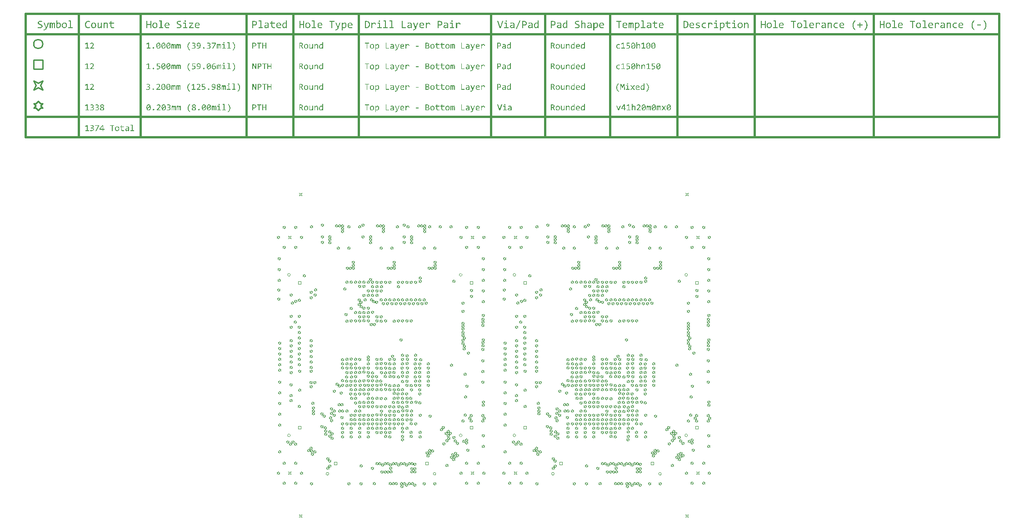
<source format=gbr>
G04*
G04 #@! TF.GenerationSoftware,Altium Limited,Altium Designer,22.4.2 (48)*
G04*
G04 Layer_Color=2752767*
%FSAX24Y24*%
%MOIN*%
G70*
G04*
G04 #@! TF.SameCoordinates,F7066761-1C42-41DA-97EA-36D59BDE51B8*
G04*
G04*
G04 #@! TF.FilePolarity,Positive*
G04*
G01*
G75*
%ADD42C,0.0100*%
%ADD68C,0.0020*%
%ADD69C,0.0150*%
G36*
X053497Y038209D02*
X053502Y038208D01*
X053508Y038208D01*
X053522Y038205D01*
X053537Y038201D01*
X053552Y038195D01*
X053560Y038191D01*
X053567Y038186D01*
X053574Y038180D01*
X053580Y038174D01*
X053581Y038173D01*
X053581Y038172D01*
X053583Y038170D01*
X053585Y038167D01*
X053587Y038163D01*
X053590Y038159D01*
X053593Y038153D01*
X053596Y038147D01*
X053599Y038140D01*
X053602Y038131D01*
X053604Y038123D01*
X053607Y038113D01*
X053609Y038102D01*
X053610Y038090D01*
X053611Y038078D01*
X053611Y038065D01*
Y037807D01*
X053543D01*
Y038060D01*
Y038060D01*
Y038062D01*
Y038064D01*
Y038067D01*
X053542Y038071D01*
Y038075D01*
X053541Y038086D01*
X053538Y038097D01*
X053535Y038108D01*
X053531Y038119D01*
X053525Y038128D01*
X053524Y038129D01*
X053522Y038132D01*
X053518Y038136D01*
X053512Y038140D01*
X053505Y038144D01*
X053496Y038147D01*
X053485Y038150D01*
X053474Y038151D01*
X053469D01*
X053466Y038150D01*
X053458Y038149D01*
X053449Y038147D01*
X053448D01*
X053447Y038146D01*
X053444Y038145D01*
X053441Y038144D01*
X053433Y038140D01*
X053424Y038134D01*
X053423Y038133D01*
X053422Y038132D01*
X053419Y038130D01*
X053415Y038127D01*
X053411Y038124D01*
X053406Y038119D01*
X053401Y038115D01*
X053396Y038109D01*
X053395Y038108D01*
X053393Y038106D01*
X053390Y038103D01*
X053386Y038098D01*
X053380Y038092D01*
X053375Y038086D01*
X053369Y038078D01*
X053362Y038069D01*
Y037807D01*
X053293D01*
Y038203D01*
X053354D01*
X053357Y038138D01*
X053358Y038139D01*
X053360Y038142D01*
X053363Y038145D01*
X053368Y038150D01*
X053373Y038155D01*
X053379Y038161D01*
X053390Y038172D01*
X053391Y038173D01*
X053393Y038175D01*
X053396Y038177D01*
X053400Y038180D01*
X053405Y038184D01*
X053411Y038187D01*
X053422Y038194D01*
X053422Y038195D01*
X053424Y038195D01*
X053428Y038197D01*
X053432Y038199D01*
X053437Y038201D01*
X053442Y038203D01*
X053454Y038206D01*
X053455D01*
X053457Y038207D01*
X053460Y038207D01*
X053464Y038208D01*
X053469Y038208D01*
X053475Y038209D01*
X053487Y038210D01*
X053493D01*
X053497Y038209D01*
D02*
G37*
G36*
X052635D02*
X052641Y038208D01*
X052646Y038208D01*
X052660Y038205D01*
X052675Y038200D01*
X052682Y038197D01*
X052690Y038193D01*
X052698Y038188D01*
X052705Y038183D01*
X052712Y038177D01*
X052718Y038170D01*
X052719Y038169D01*
X052719Y038168D01*
X052721Y038166D01*
X052723Y038163D01*
X052725Y038158D01*
X052728Y038153D01*
X052731Y038147D01*
X052734Y038140D01*
X052737Y038132D01*
X052740Y038123D01*
X052742Y038114D01*
X052744Y038103D01*
X052746Y038092D01*
X052747Y038079D01*
X052748Y038066D01*
Y038052D01*
X052679D01*
Y038052D01*
Y038054D01*
Y038057D01*
Y038060D01*
Y038064D01*
X052678Y038069D01*
X052677Y038081D01*
X052675Y038093D01*
X052672Y038105D01*
X052668Y038117D01*
X052665Y038123D01*
X052663Y038127D01*
X052662Y038128D01*
X052660Y038131D01*
X052656Y038134D01*
X052651Y038139D01*
X052644Y038144D01*
X052636Y038147D01*
X052626Y038149D01*
X052615Y038151D01*
X052610D01*
X052606Y038150D01*
X052597Y038149D01*
X052587Y038145D01*
X052587D01*
X052585Y038145D01*
X052582Y038144D01*
X052579Y038142D01*
X052574Y038139D01*
X052570Y038136D01*
X052559Y038129D01*
X052558Y038128D01*
X052556Y038127D01*
X052553Y038125D01*
X052549Y038122D01*
X052545Y038118D01*
X052539Y038113D01*
X052534Y038107D01*
X052527Y038102D01*
X052526Y038101D01*
X052524Y038099D01*
X052521Y038095D01*
X052517Y038090D01*
X052511Y038084D01*
X052505Y038077D01*
X052499Y038069D01*
X052492Y038061D01*
Y037807D01*
X052423D01*
Y038203D01*
X052485D01*
X052487Y038129D01*
X052488Y038130D01*
X052488Y038131D01*
X052490Y038133D01*
X052493Y038136D01*
X052500Y038144D01*
X052509Y038153D01*
X052520Y038163D01*
X052532Y038173D01*
X052544Y038183D01*
X052557Y038191D01*
X052557D01*
X052558Y038191D01*
X052560Y038193D01*
X052562Y038194D01*
X052569Y038197D01*
X052578Y038201D01*
X052589Y038204D01*
X052600Y038207D01*
X052612Y038209D01*
X052625Y038210D01*
X052631D01*
X052635Y038209D01*
D02*
G37*
G36*
X053954Y038207D02*
X053963Y038207D01*
X053973Y038206D01*
X053993Y038203D01*
X053994D01*
X053997Y038203D01*
X054002Y038201D01*
X054009Y038200D01*
X054017Y038198D01*
X054026Y038195D01*
X054044Y038189D01*
Y038124D01*
X054043Y038125D01*
X054040Y038126D01*
X054035Y038128D01*
X054028Y038131D01*
X054020Y038134D01*
X054011Y038138D01*
X054001Y038140D01*
X053991Y038143D01*
X053990D01*
X053987Y038144D01*
X053981Y038145D01*
X053975Y038146D01*
X053966Y038147D01*
X053957Y038148D01*
X053947Y038149D01*
X053932D01*
X053927Y038149D01*
X053921Y038148D01*
X053913Y038147D01*
X053905Y038145D01*
X053896Y038142D01*
X053887Y038139D01*
X053886Y038138D01*
X053883Y038137D01*
X053878Y038135D01*
X053873Y038132D01*
X053867Y038128D01*
X053859Y038123D01*
X053852Y038117D01*
X053846Y038110D01*
X053845Y038109D01*
X053843Y038107D01*
X053840Y038103D01*
X053836Y038097D01*
X053831Y038090D01*
X053827Y038083D01*
X053821Y038074D01*
X053817Y038064D01*
X053817Y038063D01*
X053816Y038060D01*
X053814Y038054D01*
X053813Y038046D01*
X053811Y038037D01*
X053809Y038027D01*
X053808Y038015D01*
X053808Y038003D01*
Y038002D01*
Y037999D01*
Y037996D01*
X053808Y037991D01*
X053809Y037985D01*
X053809Y037978D01*
X053810Y037970D01*
X053812Y037962D01*
X053816Y037945D01*
X053822Y037927D01*
X053826Y037919D01*
X053831Y037911D01*
X053836Y037903D01*
X053842Y037896D01*
X053843Y037895D01*
X053844Y037894D01*
X053846Y037892D01*
X053849Y037890D01*
X053852Y037888D01*
X053857Y037884D01*
X053861Y037881D01*
X053867Y037878D01*
X053874Y037875D01*
X053881Y037871D01*
X053889Y037869D01*
X053897Y037865D01*
X053907Y037863D01*
X053917Y037861D01*
X053928Y037861D01*
X053939Y037860D01*
X053943D01*
X053949Y037861D01*
X053956D01*
X053964Y037861D01*
X053973Y037863D01*
X053993Y037866D01*
X053994D01*
X053998Y037867D01*
X054003Y037869D01*
X054010Y037871D01*
X054017Y037874D01*
X054026Y037877D01*
X054044Y037885D01*
Y037821D01*
X054043Y037821D01*
X054040Y037819D01*
X054035Y037818D01*
X054027Y037816D01*
X054019Y037813D01*
X054010Y037811D01*
X054000Y037808D01*
X053989Y037806D01*
X053988D01*
X053985Y037806D01*
X053979Y037805D01*
X053972Y037804D01*
X053962Y037803D01*
X053953Y037802D01*
X053942Y037802D01*
X053927D01*
X053922Y037802D01*
X053915D01*
X053908Y037803D01*
X053899Y037804D01*
X053888Y037806D01*
X053878Y037808D01*
X053866Y037811D01*
X053854Y037814D01*
X053842Y037818D01*
X053830Y037823D01*
X053819Y037829D01*
X053808Y037836D01*
X053796Y037843D01*
X053787Y037852D01*
X053786Y037853D01*
X053785Y037855D01*
X053782Y037858D01*
X053779Y037861D01*
X053775Y037867D01*
X053771Y037873D01*
X053766Y037881D01*
X053762Y037890D01*
X053756Y037899D01*
X053752Y037911D01*
X053748Y037923D01*
X053744Y037936D01*
X053741Y037951D01*
X053738Y037966D01*
X053737Y037983D01*
X053736Y038001D01*
Y038001D01*
Y038003D01*
Y038005D01*
Y038008D01*
X053737Y038012D01*
Y038018D01*
X053738Y038029D01*
X053739Y038042D01*
X053742Y038056D01*
X053746Y038071D01*
X053750Y038085D01*
Y038086D01*
X053751Y038087D01*
X053752Y038089D01*
X053753Y038092D01*
X053756Y038099D01*
X053761Y038108D01*
X053767Y038118D01*
X053773Y038129D01*
X053782Y038140D01*
X053791Y038151D01*
X053792Y038152D01*
X053796Y038155D01*
X053802Y038160D01*
X053809Y038166D01*
X053818Y038173D01*
X053829Y038180D01*
X053841Y038187D01*
X053854Y038193D01*
X053855D01*
X053856Y038193D01*
X053858Y038194D01*
X053861Y038195D01*
X053864Y038196D01*
X053868Y038197D01*
X053878Y038201D01*
X053890Y038203D01*
X053904Y038205D01*
X053919Y038207D01*
X053935Y038208D01*
X053947D01*
X053954Y038207D01*
D02*
G37*
G36*
X048752Y037807D02*
X048682D01*
Y038043D01*
X048466D01*
Y037807D01*
X048396D01*
Y038322D01*
X048466D01*
Y038104D01*
X048682D01*
Y038322D01*
X048752D01*
Y037807D01*
D02*
G37*
G36*
X055787Y037989D02*
X055552D01*
Y038054D01*
X055787D01*
Y037989D01*
D02*
G37*
G36*
X053024Y038209D02*
X053032Y038208D01*
X053042Y038208D01*
X053053Y038207D01*
X053064Y038204D01*
X053075Y038201D01*
X053075D01*
X053076Y038201D01*
X053079Y038200D01*
X053085Y038198D01*
X053092Y038195D01*
X053099Y038192D01*
X053108Y038187D01*
X053115Y038183D01*
X053123Y038177D01*
X053124Y038176D01*
X053127Y038174D01*
X053131Y038170D01*
X053135Y038166D01*
X053140Y038161D01*
X053145Y038153D01*
X053150Y038145D01*
X053154Y038137D01*
X053155Y038136D01*
X053156Y038132D01*
X053157Y038128D01*
X053160Y038121D01*
X053162Y038112D01*
X053163Y038102D01*
X053165Y038091D01*
X053165Y038079D01*
Y037807D01*
X053104D01*
X053102Y037860D01*
X053102Y037859D01*
X053101Y037859D01*
X053099Y037857D01*
X053096Y037855D01*
X053091Y037849D01*
X053082Y037842D01*
X053071Y037835D01*
X053060Y037827D01*
X053049Y037819D01*
X053036Y037814D01*
X053035D01*
X053035Y037813D01*
X053033Y037812D01*
X053030Y037812D01*
X053024Y037809D01*
X053015Y037807D01*
X053005Y037804D01*
X052993Y037802D01*
X052980Y037800D01*
X052967Y037800D01*
X052961D01*
X052955Y037800D01*
X052946Y037801D01*
X052937Y037802D01*
X052928Y037804D01*
X052917Y037806D01*
X052908Y037808D01*
X052907Y037809D01*
X052904Y037810D01*
X052900Y037812D01*
X052894Y037814D01*
X052888Y037818D01*
X052882Y037822D01*
X052875Y037827D01*
X052869Y037832D01*
X052868Y037833D01*
X052866Y037835D01*
X052864Y037838D01*
X052860Y037842D01*
X052857Y037847D01*
X052853Y037854D01*
X052850Y037860D01*
X052846Y037867D01*
Y037868D01*
X052845Y037871D01*
X052845Y037875D01*
X052843Y037881D01*
X052842Y037888D01*
X052841Y037896D01*
X052840Y037903D01*
X052839Y037913D01*
Y037913D01*
Y037915D01*
Y037919D01*
X052840Y037922D01*
X052841Y037928D01*
X052842Y037934D01*
X052845Y037947D01*
X052850Y037962D01*
X052854Y037969D01*
X052858Y037977D01*
X052863Y037985D01*
X052869Y037992D01*
X052875Y037999D01*
X052883Y038006D01*
X052884Y038006D01*
X052885Y038007D01*
X052888Y038009D01*
X052892Y038011D01*
X052896Y038014D01*
X052902Y038016D01*
X052909Y038020D01*
X052917Y038023D01*
X052925Y038026D01*
X052935Y038029D01*
X052946Y038032D01*
X052957Y038035D01*
X052970Y038037D01*
X052984Y038039D01*
X052999Y038039D01*
X053014Y038040D01*
X053096D01*
Y038074D01*
Y038075D01*
Y038075D01*
Y038077D01*
X053096Y038080D01*
X053095Y038086D01*
X053094Y038094D01*
X053091Y038103D01*
X053087Y038112D01*
X053081Y038121D01*
X053073Y038130D01*
X053072Y038130D01*
X053070Y038133D01*
X053064Y038136D01*
X053056Y038141D01*
X053047Y038145D01*
X053035Y038148D01*
X053022Y038151D01*
X053005Y038151D01*
X052999D01*
X052993Y038151D01*
X052984D01*
X052974Y038149D01*
X052963Y038148D01*
X052951Y038146D01*
X052939Y038144D01*
X052938D01*
X052936Y038143D01*
X052933Y038142D01*
X052927Y038140D01*
X052919Y038138D01*
X052908Y038135D01*
X052897Y038132D01*
X052885Y038127D01*
X052872Y038123D01*
Y038184D01*
X052873D01*
X052874Y038185D01*
X052877Y038186D01*
X052881Y038187D01*
X052885Y038189D01*
X052889Y038190D01*
X052900Y038193D01*
X052901D01*
X052903Y038194D01*
X052906Y038195D01*
X052911Y038196D01*
X052916Y038197D01*
X052922Y038199D01*
X052934Y038201D01*
X052935D01*
X052938Y038202D01*
X052941Y038203D01*
X052946Y038203D01*
X052951Y038205D01*
X052957Y038205D01*
X052971Y038207D01*
X052972D01*
X052974Y038208D01*
X052978D01*
X052984Y038208D01*
X052990Y038209D01*
X052996D01*
X053010Y038210D01*
X053016D01*
X053024Y038209D01*
D02*
G37*
G36*
X051723Y037864D02*
X051841D01*
Y037807D01*
X051524D01*
Y037864D01*
X051654D01*
Y038308D01*
X051537D01*
Y038364D01*
X051723D01*
Y037864D01*
D02*
G37*
G36*
X050979Y038262D02*
X050827D01*
Y037807D01*
X050756D01*
Y038262D01*
X050604D01*
Y038322D01*
X050979D01*
Y038262D01*
D02*
G37*
G36*
X049506Y037864D02*
X049624D01*
Y037807D01*
X049307D01*
Y037864D01*
X049437D01*
Y038308D01*
X049320D01*
Y038364D01*
X049506D01*
Y037864D01*
D02*
G37*
G36*
X054353Y038209D02*
X054357D01*
X054367Y038208D01*
X054378Y038207D01*
X054391Y038205D01*
X054403Y038201D01*
X054416Y038197D01*
X054416D01*
X054417Y038196D01*
X054421Y038194D01*
X054427Y038191D01*
X054435Y038187D01*
X054443Y038182D01*
X054452Y038176D01*
X054461Y038168D01*
X054469Y038159D01*
X054470Y038158D01*
X054473Y038155D01*
X054477Y038150D01*
X054482Y038144D01*
X054487Y038135D01*
X054492Y038125D01*
X054498Y038114D01*
X054502Y038102D01*
Y038101D01*
X054503Y038100D01*
X054504Y038098D01*
X054504Y038096D01*
X054506Y038088D01*
X054508Y038079D01*
X054510Y038068D01*
X054512Y038055D01*
X054513Y038041D01*
X054514Y038025D01*
Y038025D01*
Y038023D01*
Y038020D01*
Y038017D01*
Y038009D01*
X054513Y038001D01*
Y038001D01*
Y037999D01*
Y037998D01*
X054513Y037995D01*
Y037989D01*
X054512Y037983D01*
X054235D01*
Y037982D01*
Y037980D01*
Y037977D01*
X054235Y037973D01*
X054236Y037968D01*
X054237Y037962D01*
X054239Y037948D01*
X054242Y037933D01*
X054249Y037917D01*
X054252Y037910D01*
X054257Y037903D01*
X054262Y037896D01*
X054268Y037889D01*
X054269Y037888D01*
X054269Y037888D01*
X054271Y037886D01*
X054275Y037884D01*
X054278Y037882D01*
X054282Y037879D01*
X054287Y037876D01*
X054293Y037873D01*
X054300Y037870D01*
X054307Y037867D01*
X054315Y037864D01*
X054324Y037862D01*
X054333Y037860D01*
X054343Y037858D01*
X054354Y037858D01*
X054366Y037857D01*
X054377D01*
X054382Y037858D01*
X054388D01*
X054401Y037858D01*
X054404D01*
X054407Y037859D01*
X054412D01*
X054416Y037859D01*
X054422Y037860D01*
X054434Y037861D01*
X054435D01*
X054437Y037862D01*
X054440Y037863D01*
X054444Y037863D01*
X054448Y037864D01*
X054454Y037865D01*
X054465Y037867D01*
X054465D01*
X054467Y037867D01*
X054470Y037868D01*
X054474Y037869D01*
X054483Y037871D01*
X054493Y037874D01*
Y037818D01*
X054492D01*
X054488Y037816D01*
X054483Y037815D01*
X054475Y037813D01*
X054465Y037811D01*
X054454Y037809D01*
X054443Y037807D01*
X054429Y037805D01*
X054428D01*
X054426Y037804D01*
X054424D01*
X054416Y037804D01*
X054407Y037802D01*
X054396Y037802D01*
X054384Y037800D01*
X054370Y037800D01*
X054348D01*
X054343Y037800D01*
X054338D01*
X054326Y037802D01*
X054313Y037803D01*
X054298Y037806D01*
X054283Y037809D01*
X054269Y037814D01*
X054268D01*
X054267Y037814D01*
X054265Y037815D01*
X054263Y037816D01*
X054256Y037819D01*
X054248Y037824D01*
X054238Y037829D01*
X054228Y037837D01*
X054218Y037844D01*
X054208Y037854D01*
X054207Y037855D01*
X054204Y037858D01*
X054200Y037864D01*
X054195Y037871D01*
X054190Y037880D01*
X054184Y037892D01*
X054179Y037903D01*
X054174Y037917D01*
Y037918D01*
X054174Y037919D01*
X054173Y037921D01*
X054172Y037924D01*
X054172Y037928D01*
X054171Y037932D01*
X054169Y037942D01*
X054166Y037955D01*
X054165Y037970D01*
X054164Y037986D01*
X054163Y038004D01*
Y038004D01*
Y038006D01*
Y038008D01*
Y038011D01*
X054164Y038015D01*
Y038019D01*
X054164Y038029D01*
X054166Y038041D01*
X054168Y038055D01*
X054171Y038069D01*
X054175Y038083D01*
Y038083D01*
X054176Y038084D01*
X054176Y038086D01*
X054177Y038089D01*
X054180Y038096D01*
X054183Y038105D01*
X054189Y038115D01*
X054195Y038126D01*
X054202Y038137D01*
X054210Y038148D01*
Y038149D01*
X054211Y038149D01*
X054214Y038153D01*
X054219Y038158D01*
X054225Y038165D01*
X054233Y038172D01*
X054243Y038179D01*
X054254Y038186D01*
X054266Y038193D01*
X054267D01*
X054267Y038193D01*
X054269Y038194D01*
X054272Y038195D01*
X054279Y038198D01*
X054288Y038201D01*
X054300Y038205D01*
X054312Y038207D01*
X054326Y038209D01*
X054342Y038210D01*
X054349D01*
X054353Y038209D01*
D02*
G37*
G36*
X052135D02*
X052140D01*
X052150Y038208D01*
X052161Y038207D01*
X052173Y038205D01*
X052186Y038201D01*
X052198Y038197D01*
X052199D01*
X052200Y038196D01*
X052204Y038194D01*
X052210Y038191D01*
X052217Y038187D01*
X052226Y038182D01*
X052234Y038176D01*
X052244Y038168D01*
X052252Y038159D01*
X052253Y038158D01*
X052255Y038155D01*
X052259Y038150D01*
X052265Y038144D01*
X052270Y038135D01*
X052275Y038125D01*
X052280Y038114D01*
X052285Y038102D01*
Y038101D01*
X052286Y038100D01*
X052286Y038098D01*
X052287Y038096D01*
X052289Y038088D01*
X052291Y038079D01*
X052293Y038068D01*
X052295Y038055D01*
X052296Y038041D01*
X052297Y038025D01*
Y038025D01*
Y038023D01*
Y038020D01*
Y038017D01*
Y038009D01*
X052296Y038001D01*
Y038001D01*
Y037999D01*
Y037998D01*
X052295Y037995D01*
Y037989D01*
X052295Y037983D01*
X052017D01*
Y037982D01*
Y037980D01*
Y037977D01*
X052018Y037973D01*
X052019Y037968D01*
X052019Y037962D01*
X052021Y037948D01*
X052025Y037933D01*
X052032Y037917D01*
X052035Y037910D01*
X052040Y037903D01*
X052045Y037896D01*
X052051Y037889D01*
X052051Y037888D01*
X052052Y037888D01*
X052054Y037886D01*
X052057Y037884D01*
X052061Y037882D01*
X052065Y037879D01*
X052070Y037876D01*
X052076Y037873D01*
X052082Y037870D01*
X052089Y037867D01*
X052097Y037864D01*
X052107Y037862D01*
X052116Y037860D01*
X052126Y037858D01*
X052137Y037858D01*
X052149Y037857D01*
X052160D01*
X052165Y037858D01*
X052171D01*
X052183Y037858D01*
X052187D01*
X052190Y037859D01*
X052194D01*
X052199Y037859D01*
X052205Y037860D01*
X052217Y037861D01*
X052217D01*
X052219Y037862D01*
X052223Y037863D01*
X052227Y037863D01*
X052231Y037864D01*
X052236Y037865D01*
X052248Y037867D01*
X052248D01*
X052250Y037867D01*
X052253Y037868D01*
X052257Y037869D01*
X052266Y037871D01*
X052276Y037874D01*
Y037818D01*
X052274D01*
X052271Y037816D01*
X052265Y037815D01*
X052257Y037813D01*
X052248Y037811D01*
X052237Y037809D01*
X052225Y037807D01*
X052212Y037805D01*
X052211D01*
X052209Y037804D01*
X052206D01*
X052199Y037804D01*
X052190Y037802D01*
X052179Y037802D01*
X052166Y037800D01*
X052153Y037800D01*
X052131D01*
X052126Y037800D01*
X052121D01*
X052109Y037802D01*
X052095Y037803D01*
X052081Y037806D01*
X052066Y037809D01*
X052051Y037814D01*
X052051D01*
X052050Y037814D01*
X052048Y037815D01*
X052046Y037816D01*
X052038Y037819D01*
X052030Y037824D01*
X052021Y037829D01*
X052011Y037837D01*
X052000Y037844D01*
X051991Y037854D01*
X051990Y037855D01*
X051987Y037858D01*
X051983Y037864D01*
X051978Y037871D01*
X051973Y037880D01*
X051967Y037892D01*
X051962Y037903D01*
X051957Y037917D01*
Y037918D01*
X051956Y037919D01*
X051956Y037921D01*
X051955Y037924D01*
X051954Y037928D01*
X051954Y037932D01*
X051952Y037942D01*
X051949Y037955D01*
X051948Y037970D01*
X051946Y037986D01*
X051946Y038004D01*
Y038004D01*
Y038006D01*
Y038008D01*
Y038011D01*
X051946Y038015D01*
Y038019D01*
X051947Y038029D01*
X051948Y038041D01*
X051951Y038055D01*
X051954Y038069D01*
X051958Y038083D01*
Y038083D01*
X051958Y038084D01*
X051959Y038086D01*
X051960Y038089D01*
X051963Y038096D01*
X051966Y038105D01*
X051971Y038115D01*
X051977Y038126D01*
X051985Y038137D01*
X051992Y038148D01*
Y038149D01*
X051994Y038149D01*
X051996Y038153D01*
X052002Y038158D01*
X052008Y038165D01*
X052016Y038172D01*
X052026Y038179D01*
X052037Y038186D01*
X052049Y038193D01*
X052049D01*
X052050Y038193D01*
X052052Y038194D01*
X052055Y038195D01*
X052062Y038198D01*
X052071Y038201D01*
X052082Y038205D01*
X052095Y038207D01*
X052109Y038209D01*
X052125Y038210D01*
X052132D01*
X052135Y038209D01*
D02*
G37*
G36*
X051249D02*
X051254D01*
X051264Y038208D01*
X051275Y038207D01*
X051288Y038204D01*
X051301Y038201D01*
X051314Y038196D01*
X051315D01*
X051315Y038195D01*
X051317Y038195D01*
X051320Y038193D01*
X051326Y038191D01*
X051334Y038186D01*
X051343Y038181D01*
X051353Y038174D01*
X051363Y038166D01*
X051372Y038157D01*
X051373Y038156D01*
X051376Y038153D01*
X051380Y038147D01*
X051385Y038140D01*
X051391Y038131D01*
X051397Y038121D01*
X051403Y038108D01*
X051408Y038094D01*
Y038094D01*
X051409Y038092D01*
X051409Y038090D01*
X051410Y038088D01*
X051411Y038084D01*
X051412Y038080D01*
X051414Y038069D01*
X051416Y038056D01*
X051418Y038042D01*
X051420Y038025D01*
X051420Y038008D01*
Y038007D01*
Y038006D01*
Y038003D01*
Y038000D01*
X051420Y037996D01*
Y037991D01*
X051419Y037980D01*
X051417Y037967D01*
X051415Y037953D01*
X051412Y037938D01*
X051407Y037923D01*
Y037922D01*
X051407Y037921D01*
X051406Y037919D01*
X051405Y037917D01*
X051402Y037909D01*
X051397Y037900D01*
X051392Y037890D01*
X051386Y037879D01*
X051378Y037867D01*
X051369Y037857D01*
X051368Y037856D01*
X051365Y037852D01*
X051359Y037848D01*
X051353Y037842D01*
X051344Y037835D01*
X051334Y037828D01*
X051322Y037821D01*
X051309Y037815D01*
X051309D01*
X051308Y037814D01*
X051306Y037814D01*
X051304Y037812D01*
X051300Y037812D01*
X051296Y037810D01*
X051287Y037808D01*
X051275Y037804D01*
X051262Y037802D01*
X051247Y037800D01*
X051230Y037800D01*
X051223D01*
X051220Y037800D01*
X051215D01*
X051205Y037802D01*
X051193Y037803D01*
X051180Y037805D01*
X051167Y037808D01*
X051154Y037813D01*
X051153D01*
X051153Y037814D01*
X051151Y037814D01*
X051149Y037816D01*
X051142Y037818D01*
X051134Y037823D01*
X051125Y037828D01*
X051116Y037835D01*
X051106Y037842D01*
X051097Y037852D01*
X051096Y037853D01*
X051093Y037856D01*
X051089Y037861D01*
X051084Y037869D01*
X051078Y037879D01*
X051072Y037889D01*
X051066Y037901D01*
X051061Y037915D01*
Y037915D01*
X051060Y037917D01*
X051060Y037919D01*
X051059Y037921D01*
X051058Y037925D01*
X051057Y037929D01*
X051055Y037940D01*
X051053Y037953D01*
X051051Y037968D01*
X051050Y037984D01*
X051049Y038002D01*
Y038003D01*
Y038004D01*
Y038006D01*
Y038010D01*
X051050Y038014D01*
Y038019D01*
X051050Y038030D01*
X051052Y038043D01*
X051054Y038057D01*
X051058Y038072D01*
X051062Y038086D01*
Y038087D01*
X051062Y038088D01*
X051063Y038090D01*
X051064Y038093D01*
X051067Y038100D01*
X051071Y038109D01*
X051077Y038119D01*
X051083Y038130D01*
X051090Y038141D01*
X051099Y038151D01*
X051100Y038153D01*
X051104Y038156D01*
X051109Y038161D01*
X051116Y038167D01*
X051124Y038174D01*
X051134Y038181D01*
X051146Y038188D01*
X051159Y038194D01*
X051159D01*
X051160Y038195D01*
X051162Y038195D01*
X051165Y038197D01*
X051168Y038198D01*
X051172Y038199D01*
X051182Y038202D01*
X051194Y038205D01*
X051207Y038207D01*
X051222Y038209D01*
X051239Y038210D01*
X051246D01*
X051249Y038209D01*
D02*
G37*
G36*
X049918D02*
X049923D01*
X049933Y038208D01*
X049944Y038207D01*
X049956Y038205D01*
X049969Y038201D01*
X049981Y038197D01*
X049982D01*
X049982Y038196D01*
X049986Y038194D01*
X049992Y038191D01*
X050000Y038187D01*
X050009Y038182D01*
X050017Y038176D01*
X050026Y038168D01*
X050035Y038159D01*
X050036Y038158D01*
X050038Y038155D01*
X050042Y038150D01*
X050047Y038144D01*
X050053Y038135D01*
X050058Y038125D01*
X050063Y038114D01*
X050068Y038102D01*
Y038101D01*
X050068Y038100D01*
X050069Y038098D01*
X050070Y038096D01*
X050072Y038088D01*
X050074Y038079D01*
X050076Y038068D01*
X050078Y038055D01*
X050079Y038041D01*
X050079Y038025D01*
Y038025D01*
Y038023D01*
Y038020D01*
Y038017D01*
Y038009D01*
X050079Y038001D01*
Y038001D01*
Y037999D01*
Y037998D01*
X050078Y037995D01*
Y037989D01*
X050078Y037983D01*
X049800D01*
Y037982D01*
Y037980D01*
Y037977D01*
X049801Y037973D01*
X049801Y037968D01*
X049802Y037962D01*
X049804Y037948D01*
X049808Y037933D01*
X049814Y037917D01*
X049818Y037910D01*
X049822Y037903D01*
X049828Y037896D01*
X049833Y037889D01*
X049834Y037888D01*
X049835Y037888D01*
X049837Y037886D01*
X049840Y037884D01*
X049843Y037882D01*
X049848Y037879D01*
X049853Y037876D01*
X049858Y037873D01*
X049865Y037870D01*
X049872Y037867D01*
X049880Y037864D01*
X049889Y037862D01*
X049898Y037860D01*
X049909Y037858D01*
X049919Y037858D01*
X049931Y037857D01*
X049942D01*
X049948Y037858D01*
X049954D01*
X049966Y037858D01*
X049969D01*
X049973Y037859D01*
X049977D01*
X049982Y037859D01*
X049988Y037860D01*
X049999Y037861D01*
X050000D01*
X050002Y037862D01*
X050005Y037863D01*
X050009Y037863D01*
X050014Y037864D01*
X050019Y037865D01*
X050030Y037867D01*
X050031D01*
X050033Y037867D01*
X050036Y037868D01*
X050039Y037869D01*
X050049Y037871D01*
X050058Y037874D01*
Y037818D01*
X050057D01*
X050053Y037816D01*
X050048Y037815D01*
X050040Y037813D01*
X050030Y037811D01*
X050020Y037809D01*
X050008Y037807D01*
X049995Y037805D01*
X049994D01*
X049992Y037804D01*
X049989D01*
X049982Y037804D01*
X049973Y037802D01*
X049961Y037802D01*
X049949Y037800D01*
X049936Y037800D01*
X049914D01*
X049909Y037800D01*
X049904D01*
X049892Y037802D01*
X049878Y037803D01*
X049864Y037806D01*
X049849Y037809D01*
X049834Y037814D01*
X049833D01*
X049833Y037814D01*
X049831Y037815D01*
X049828Y037816D01*
X049821Y037819D01*
X049813Y037824D01*
X049803Y037829D01*
X049793Y037837D01*
X049783Y037844D01*
X049774Y037854D01*
X049772Y037855D01*
X049770Y037858D01*
X049766Y037864D01*
X049761Y037871D01*
X049755Y037880D01*
X049750Y037892D01*
X049744Y037903D01*
X049740Y037917D01*
Y037918D01*
X049739Y037919D01*
X049738Y037921D01*
X049738Y037924D01*
X049737Y037928D01*
X049736Y037932D01*
X049734Y037942D01*
X049732Y037955D01*
X049730Y037970D01*
X049729Y037986D01*
X049729Y038004D01*
Y038004D01*
Y038006D01*
Y038008D01*
Y038011D01*
X049729Y038015D01*
Y038019D01*
X049730Y038029D01*
X049731Y038041D01*
X049734Y038055D01*
X049736Y038069D01*
X049740Y038083D01*
Y038083D01*
X049741Y038084D01*
X049742Y038086D01*
X049742Y038089D01*
X049746Y038096D01*
X049749Y038105D01*
X049754Y038115D01*
X049760Y038126D01*
X049767Y038137D01*
X049775Y038148D01*
Y038149D01*
X049776Y038149D01*
X049779Y038153D01*
X049784Y038158D01*
X049791Y038165D01*
X049799Y038172D01*
X049809Y038179D01*
X049820Y038186D01*
X049832Y038193D01*
X049832D01*
X049833Y038193D01*
X049835Y038194D01*
X049837Y038195D01*
X049845Y038198D01*
X049854Y038201D01*
X049865Y038205D01*
X049877Y038207D01*
X049892Y038209D01*
X049908Y038210D01*
X049915D01*
X049918Y038209D01*
D02*
G37*
G36*
X049032D02*
X049036D01*
X049046Y038208D01*
X049058Y038207D01*
X049071Y038204D01*
X049084Y038201D01*
X049097Y038196D01*
X049097D01*
X049098Y038195D01*
X049100Y038195D01*
X049103Y038193D01*
X049109Y038191D01*
X049117Y038186D01*
X049126Y038181D01*
X049135Y038174D01*
X049145Y038166D01*
X049155Y038157D01*
X049156Y038156D01*
X049158Y038153D01*
X049162Y038147D01*
X049168Y038140D01*
X049174Y038131D01*
X049179Y038121D01*
X049185Y038108D01*
X049191Y038094D01*
Y038094D01*
X049191Y038092D01*
X049192Y038090D01*
X049193Y038088D01*
X049193Y038084D01*
X049195Y038080D01*
X049197Y038069D01*
X049199Y038056D01*
X049201Y038042D01*
X049202Y038025D01*
X049203Y038008D01*
Y038007D01*
Y038006D01*
Y038003D01*
Y038000D01*
X049202Y037996D01*
Y037991D01*
X049202Y037980D01*
X049200Y037967D01*
X049198Y037953D01*
X049195Y037938D01*
X049190Y037923D01*
Y037922D01*
X049189Y037921D01*
X049189Y037919D01*
X049187Y037917D01*
X049185Y037909D01*
X049180Y037900D01*
X049175Y037890D01*
X049168Y037879D01*
X049160Y037867D01*
X049152Y037857D01*
X049151Y037856D01*
X049147Y037852D01*
X049142Y037848D01*
X049135Y037842D01*
X049127Y037835D01*
X049116Y037828D01*
X049105Y037821D01*
X049092Y037815D01*
X049092D01*
X049091Y037814D01*
X049089Y037814D01*
X049086Y037812D01*
X049083Y037812D01*
X049079Y037810D01*
X049069Y037808D01*
X049057Y037804D01*
X049044Y037802D01*
X049029Y037800D01*
X049013Y037800D01*
X049006D01*
X049002Y037800D01*
X048998D01*
X048988Y037802D01*
X048976Y037803D01*
X048963Y037805D01*
X048950Y037808D01*
X048937Y037813D01*
X048936D01*
X048935Y037814D01*
X048933Y037814D01*
X048931Y037816D01*
X048925Y037818D01*
X048917Y037823D01*
X048908Y037828D01*
X048899Y037835D01*
X048889Y037842D01*
X048880Y037852D01*
X048878Y037853D01*
X048876Y037856D01*
X048872Y037861D01*
X048867Y037869D01*
X048861Y037879D01*
X048855Y037889D01*
X048849Y037901D01*
X048844Y037915D01*
Y037915D01*
X048843Y037917D01*
X048842Y037919D01*
X048842Y037921D01*
X048841Y037925D01*
X048840Y037929D01*
X048838Y037940D01*
X048836Y037953D01*
X048834Y037968D01*
X048832Y037984D01*
X048832Y038002D01*
Y038003D01*
Y038004D01*
Y038006D01*
Y038010D01*
X048832Y038014D01*
Y038019D01*
X048833Y038030D01*
X048835Y038043D01*
X048837Y038057D01*
X048840Y038072D01*
X048844Y038086D01*
Y038087D01*
X048845Y038088D01*
X048846Y038090D01*
X048847Y038093D01*
X048849Y038100D01*
X048854Y038109D01*
X048859Y038119D01*
X048866Y038130D01*
X048873Y038141D01*
X048882Y038151D01*
X048883Y038153D01*
X048886Y038156D01*
X048891Y038161D01*
X048899Y038167D01*
X048907Y038174D01*
X048917Y038181D01*
X048929Y038188D01*
X048941Y038194D01*
X048942D01*
X048943Y038195D01*
X048945Y038195D01*
X048948Y038197D01*
X048951Y038198D01*
X048955Y038199D01*
X048965Y038202D01*
X048977Y038205D01*
X048990Y038207D01*
X049005Y038209D01*
X049021Y038210D01*
X049029D01*
X049032Y038209D01*
D02*
G37*
G36*
X056036Y038393D02*
X056037Y038392D01*
X056040Y038389D01*
X056043Y038386D01*
X056047Y038382D01*
X056052Y038376D01*
X056058Y038371D01*
X056064Y038364D01*
X056070Y038356D01*
X056077Y038348D01*
X056085Y038339D01*
X056093Y038329D01*
X056101Y038319D01*
X056109Y038308D01*
X056126Y038283D01*
X056143Y038257D01*
X056159Y038228D01*
X056175Y038197D01*
X056189Y038165D01*
X056195Y038147D01*
X056200Y038130D01*
X056205Y038112D01*
X056209Y038094D01*
X056212Y038076D01*
X056215Y038057D01*
X056216Y038038D01*
X056217Y038019D01*
Y038018D01*
Y038017D01*
Y038015D01*
Y038012D01*
Y038008D01*
X056216Y038003D01*
X056216Y037992D01*
X056215Y037979D01*
X056213Y037964D01*
X056211Y037947D01*
X056208Y037930D01*
Y037930D01*
X056207Y037928D01*
Y037926D01*
X056207Y037922D01*
X056205Y037919D01*
X056204Y037913D01*
X056203Y037908D01*
X056201Y037901D01*
X056197Y037888D01*
X056192Y037872D01*
X056186Y037855D01*
X056178Y037837D01*
Y037837D01*
X056178Y037835D01*
X056176Y037833D01*
X056174Y037829D01*
X056172Y037825D01*
X056170Y037819D01*
X056167Y037814D01*
X056163Y037808D01*
X056155Y037793D01*
X056146Y037777D01*
X056134Y037759D01*
X056122Y037741D01*
X056121Y037740D01*
X056121Y037739D01*
X056119Y037736D01*
X056115Y037732D01*
X056112Y037728D01*
X056108Y037722D01*
X056104Y037716D01*
X056098Y037710D01*
X056085Y037695D01*
X056070Y037678D01*
X056052Y037660D01*
X056033Y037642D01*
X055994Y037682D01*
X055995Y037683D01*
X055997Y037686D01*
X056001Y037690D01*
X056006Y037695D01*
X056013Y037703D01*
X056020Y037711D01*
X056028Y037720D01*
X056037Y037731D01*
X056046Y037742D01*
X056055Y037755D01*
X056065Y037768D01*
X056074Y037781D01*
X056092Y037810D01*
X056101Y037825D01*
X056108Y037840D01*
X056109Y037841D01*
X056110Y037844D01*
X056111Y037849D01*
X056114Y037855D01*
X056117Y037862D01*
X056120Y037871D01*
X056124Y037882D01*
X056127Y037893D01*
X056130Y037905D01*
X056134Y037919D01*
X056138Y037934D01*
X056140Y037949D01*
X056143Y037964D01*
X056145Y037980D01*
X056146Y037997D01*
X056146Y038014D01*
Y038014D01*
Y038016D01*
Y038018D01*
Y038022D01*
X056146Y038027D01*
Y038032D01*
X056145Y038038D01*
X056144Y038045D01*
X056143Y038053D01*
X056142Y038062D01*
X056140Y038071D01*
X056138Y038081D01*
X056134Y038102D01*
X056127Y038126D01*
X056119Y038151D01*
X056109Y038178D01*
X056097Y038207D01*
X056090Y038221D01*
X056082Y038235D01*
X056073Y038250D01*
X056065Y038264D01*
X056055Y038279D01*
X056044Y038293D01*
X056033Y038308D01*
X056021Y038323D01*
X056008Y038336D01*
X055994Y038351D01*
X056035Y038393D01*
X056036Y038393D01*
D02*
G37*
G36*
X055345Y038353D02*
X055345Y038352D01*
X055343Y038351D01*
X055341Y038349D01*
X055339Y038346D01*
X055335Y038342D01*
X055331Y038338D01*
X055326Y038332D01*
X055322Y038327D01*
X055316Y038319D01*
X055310Y038312D01*
X055303Y038304D01*
X055297Y038295D01*
X055283Y038276D01*
X055269Y038254D01*
X055255Y038231D01*
X055241Y038205D01*
X055228Y038177D01*
X055216Y038148D01*
X055207Y038117D01*
X055202Y038102D01*
X055199Y038085D01*
X055196Y038069D01*
X055194Y038052D01*
X055193Y038035D01*
X055192Y038018D01*
Y038017D01*
Y038014D01*
Y038009D01*
X055193Y038003D01*
X055194Y037995D01*
X055194Y037985D01*
X055196Y037974D01*
X055197Y037962D01*
X055199Y037949D01*
X055202Y037936D01*
X055205Y037921D01*
X055209Y037906D01*
X055213Y037890D01*
X055218Y037875D01*
X055224Y037859D01*
X055230Y037843D01*
X055231Y037842D01*
X055232Y037839D01*
X055234Y037835D01*
X055238Y037829D01*
X055242Y037821D01*
X055247Y037813D01*
X055253Y037802D01*
X055259Y037792D01*
X055267Y037780D01*
X055276Y037768D01*
X055285Y037755D01*
X055295Y037741D01*
X055306Y037727D01*
X055318Y037713D01*
X055331Y037699D01*
X055345Y037684D01*
X055303Y037642D01*
X055303Y037642D01*
X055301Y037644D01*
X055299Y037646D01*
X055295Y037650D01*
X055291Y037654D01*
X055287Y037659D01*
X055281Y037665D01*
X055275Y037671D01*
X055268Y037678D01*
X055261Y037687D01*
X055254Y037696D01*
X055246Y037705D01*
X055238Y037716D01*
X055230Y037727D01*
X055213Y037751D01*
X055196Y037777D01*
X055179Y037806D01*
X055164Y037837D01*
X055150Y037869D01*
X055144Y037886D01*
X055139Y037903D01*
X055134Y037920D01*
X055130Y037939D01*
X055127Y037957D01*
X055124Y037976D01*
X055123Y037994D01*
X055122Y038013D01*
Y038014D01*
Y038015D01*
Y038018D01*
Y038022D01*
Y038025D01*
X055123Y038031D01*
Y038037D01*
X055123Y038043D01*
X055124Y038058D01*
X055126Y038073D01*
X055128Y038090D01*
X055131Y038108D01*
Y038109D01*
X055132Y038110D01*
X055133Y038113D01*
X055133Y038117D01*
X055134Y038121D01*
X055135Y038126D01*
X055137Y038132D01*
X055139Y038138D01*
X055143Y038153D01*
X055148Y038168D01*
X055155Y038186D01*
X055162Y038203D01*
Y038204D01*
X055163Y038205D01*
X055164Y038208D01*
X055166Y038212D01*
X055168Y038216D01*
X055171Y038221D01*
X055174Y038227D01*
X055177Y038233D01*
X055186Y038248D01*
X055196Y038264D01*
X055207Y038281D01*
X055219Y038298D01*
X055220Y038299D01*
X055221Y038300D01*
X055223Y038303D01*
X055226Y038307D01*
X055229Y038311D01*
X055233Y038316D01*
X055238Y038322D01*
X055244Y038329D01*
X055256Y038343D01*
X055270Y038359D01*
X055287Y038376D01*
X055305Y038393D01*
X055345Y038353D01*
D02*
G37*
G36*
X044769Y038209D02*
X044774Y038208D01*
X044780Y038208D01*
X044794Y038205D01*
X044808Y038201D01*
X044824Y038195D01*
X044831Y038191D01*
X044839Y038186D01*
X044846Y038180D01*
X044852Y038174D01*
X044852Y038173D01*
X044853Y038172D01*
X044854Y038170D01*
X044857Y038167D01*
X044859Y038163D01*
X044861Y038159D01*
X044865Y038153D01*
X044867Y038147D01*
X044871Y038140D01*
X044873Y038131D01*
X044876Y038123D01*
X044879Y038113D01*
X044880Y038102D01*
X044882Y038090D01*
X044882Y038078D01*
X044883Y038065D01*
Y037807D01*
X044814D01*
Y038060D01*
Y038060D01*
Y038062D01*
Y038064D01*
Y038067D01*
X044814Y038071D01*
Y038075D01*
X044812Y038086D01*
X044810Y038097D01*
X044807Y038108D01*
X044802Y038119D01*
X044797Y038128D01*
X044796Y038129D01*
X044793Y038132D01*
X044789Y038136D01*
X044784Y038140D01*
X044777Y038144D01*
X044768Y038147D01*
X044757Y038150D01*
X044745Y038151D01*
X044741D01*
X044737Y038150D01*
X044730Y038149D01*
X044720Y038147D01*
X044720D01*
X044718Y038146D01*
X044716Y038145D01*
X044713Y038144D01*
X044705Y038140D01*
X044695Y038134D01*
X044695Y038133D01*
X044694Y038132D01*
X044690Y038130D01*
X044687Y038127D01*
X044683Y038124D01*
X044678Y038119D01*
X044673Y038115D01*
X044667Y038109D01*
X044667Y038108D01*
X044665Y038106D01*
X044661Y038103D01*
X044657Y038098D01*
X044652Y038092D01*
X044647Y038086D01*
X044640Y038078D01*
X044634Y038069D01*
Y037807D01*
X044565D01*
Y038203D01*
X044626D01*
X044629Y038138D01*
X044629Y038139D01*
X044632Y038142D01*
X044635Y038145D01*
X044640Y038150D01*
X044644Y038155D01*
X044650Y038161D01*
X044662Y038172D01*
X044663Y038173D01*
X044665Y038175D01*
X044668Y038177D01*
X044672Y038180D01*
X044677Y038184D01*
X044682Y038187D01*
X044694Y038194D01*
X044694Y038195D01*
X044696Y038195D01*
X044699Y038197D01*
X044703Y038199D01*
X044709Y038201D01*
X044714Y038203D01*
X044726Y038206D01*
X044726D01*
X044728Y038207D01*
X044732Y038207D01*
X044736Y038208D01*
X044741Y038208D01*
X044747Y038209D01*
X044759Y038210D01*
X044765D01*
X044769Y038209D01*
D02*
G37*
G36*
X043907D02*
X043912Y038208D01*
X043918Y038208D01*
X043932Y038205D01*
X043946Y038200D01*
X043954Y038197D01*
X043962Y038193D01*
X043969Y038188D01*
X043977Y038183D01*
X043984Y038177D01*
X043990Y038170D01*
X043990Y038169D01*
X043991Y038168D01*
X043993Y038166D01*
X043995Y038163D01*
X043997Y038158D01*
X043999Y038153D01*
X044003Y038147D01*
X044005Y038140D01*
X044009Y038132D01*
X044011Y038123D01*
X044014Y038114D01*
X044016Y038103D01*
X044018Y038092D01*
X044019Y038079D01*
X044020Y038066D01*
Y038052D01*
X043950D01*
Y038052D01*
Y038054D01*
Y038057D01*
Y038060D01*
Y038064D01*
X043950Y038069D01*
X043948Y038081D01*
X043947Y038093D01*
X043944Y038105D01*
X043940Y038117D01*
X043937Y038123D01*
X043935Y038127D01*
X043934Y038128D01*
X043931Y038131D01*
X043928Y038134D01*
X043923Y038139D01*
X043916Y038144D01*
X043908Y038147D01*
X043898Y038149D01*
X043887Y038151D01*
X043881D01*
X043878Y038150D01*
X043869Y038149D01*
X043859Y038145D01*
X043858D01*
X043856Y038145D01*
X043854Y038144D01*
X043851Y038142D01*
X043846Y038139D01*
X043841Y038136D01*
X043830Y038129D01*
X043830Y038128D01*
X043828Y038127D01*
X043825Y038125D01*
X043821Y038122D01*
X043816Y038118D01*
X043811Y038113D01*
X043805Y038107D01*
X043799Y038102D01*
X043798Y038101D01*
X043796Y038099D01*
X043793Y038095D01*
X043788Y038090D01*
X043783Y038084D01*
X043777Y038077D01*
X043771Y038069D01*
X043764Y038061D01*
Y037807D01*
X043694D01*
Y038203D01*
X043757D01*
X043759Y038129D01*
X043759Y038130D01*
X043760Y038131D01*
X043762Y038133D01*
X043765Y038136D01*
X043772Y038144D01*
X043781Y038153D01*
X043792Y038163D01*
X043803Y038173D01*
X043816Y038183D01*
X043828Y038191D01*
X043829D01*
X043830Y038191D01*
X043832Y038193D01*
X043834Y038194D01*
X043841Y038197D01*
X043850Y038201D01*
X043860Y038204D01*
X043872Y038207D01*
X043884Y038209D01*
X043897Y038210D01*
X043903D01*
X043907Y038209D01*
D02*
G37*
G36*
X045226Y038207D02*
X045235Y038207D01*
X045245Y038206D01*
X045264Y038203D01*
X045266D01*
X045269Y038203D01*
X045274Y038201D01*
X045281Y038200D01*
X045289Y038198D01*
X045298Y038195D01*
X045316Y038189D01*
Y038124D01*
X045315Y038125D01*
X045311Y038126D01*
X045306Y038128D01*
X045300Y038131D01*
X045292Y038134D01*
X045283Y038138D01*
X045273Y038140D01*
X045263Y038143D01*
X045262D01*
X045258Y038144D01*
X045253Y038145D01*
X045247Y038146D01*
X045238Y038147D01*
X045229Y038148D01*
X045219Y038149D01*
X045204D01*
X045199Y038149D01*
X045193Y038148D01*
X045185Y038147D01*
X045176Y038145D01*
X045168Y038142D01*
X045159Y038139D01*
X045157Y038138D01*
X045155Y038137D01*
X045150Y038135D01*
X045145Y038132D01*
X045138Y038128D01*
X045131Y038123D01*
X045124Y038117D01*
X045117Y038110D01*
X045117Y038109D01*
X045115Y038107D01*
X045111Y038103D01*
X045107Y038097D01*
X045103Y038090D01*
X045098Y038083D01*
X045093Y038074D01*
X045089Y038064D01*
X045088Y038063D01*
X045088Y038060D01*
X045086Y038054D01*
X045084Y038046D01*
X045083Y038037D01*
X045081Y038027D01*
X045080Y038015D01*
X045079Y038003D01*
Y038002D01*
Y037999D01*
Y037996D01*
X045080Y037991D01*
X045081Y037985D01*
X045081Y037978D01*
X045082Y037970D01*
X045084Y037962D01*
X045088Y037945D01*
X045094Y037927D01*
X045098Y037919D01*
X045103Y037911D01*
X045108Y037903D01*
X045114Y037896D01*
X045115Y037895D01*
X045115Y037894D01*
X045118Y037892D01*
X045121Y037890D01*
X045124Y037888D01*
X045128Y037884D01*
X045133Y037881D01*
X045139Y037878D01*
X045146Y037875D01*
X045153Y037871D01*
X045161Y037869D01*
X045169Y037865D01*
X045179Y037863D01*
X045189Y037861D01*
X045199Y037861D01*
X045210Y037860D01*
X045215D01*
X045221Y037861D01*
X045228D01*
X045236Y037861D01*
X045245Y037863D01*
X045265Y037866D01*
X045266D01*
X045269Y037867D01*
X045275Y037869D01*
X045281Y037871D01*
X045289Y037874D01*
X045298Y037877D01*
X045316Y037885D01*
Y037821D01*
X045315Y037821D01*
X045311Y037819D01*
X045306Y037818D01*
X045299Y037816D01*
X045291Y037813D01*
X045281Y037811D01*
X045271Y037808D01*
X045261Y037806D01*
X045260D01*
X045256Y037806D01*
X045250Y037805D01*
X045243Y037804D01*
X045234Y037803D01*
X045224Y037802D01*
X045214Y037802D01*
X045199D01*
X045193Y037802D01*
X045187D01*
X045180Y037803D01*
X045170Y037804D01*
X045160Y037806D01*
X045149Y037808D01*
X045138Y037811D01*
X045126Y037814D01*
X045114Y037818D01*
X045102Y037823D01*
X045090Y037829D01*
X045079Y037836D01*
X045068Y037843D01*
X045058Y037852D01*
X045058Y037853D01*
X045056Y037855D01*
X045054Y037858D01*
X045050Y037861D01*
X045046Y037867D01*
X045043Y037873D01*
X045038Y037881D01*
X045033Y037890D01*
X045028Y037899D01*
X045023Y037911D01*
X045020Y037923D01*
X045016Y037936D01*
X045012Y037951D01*
X045010Y037966D01*
X045008Y037983D01*
X045008Y038001D01*
Y038001D01*
Y038003D01*
Y038005D01*
Y038008D01*
X045008Y038012D01*
Y038018D01*
X045010Y038029D01*
X045011Y038042D01*
X045014Y038056D01*
X045018Y038071D01*
X045022Y038085D01*
Y038086D01*
X045023Y038087D01*
X045023Y038089D01*
X045025Y038092D01*
X045028Y038099D01*
X045033Y038108D01*
X045039Y038118D01*
X045045Y038129D01*
X045054Y038140D01*
X045063Y038151D01*
X045064Y038152D01*
X045067Y038155D01*
X045073Y038160D01*
X045081Y038166D01*
X045090Y038173D01*
X045101Y038180D01*
X045113Y038187D01*
X045126Y038193D01*
X045126D01*
X045128Y038193D01*
X045130Y038194D01*
X045132Y038195D01*
X045136Y038196D01*
X045140Y038197D01*
X045150Y038201D01*
X045162Y038203D01*
X045176Y038205D01*
X045191Y038207D01*
X045207Y038208D01*
X045218D01*
X045226Y038207D01*
D02*
G37*
G36*
X040024Y037807D02*
X039954D01*
Y038043D01*
X039738D01*
Y037807D01*
X039668D01*
Y038322D01*
X039738D01*
Y038104D01*
X039954D01*
Y038322D01*
X040024D01*
Y037807D01*
D02*
G37*
G36*
X046974Y038052D02*
X047129D01*
Y037992D01*
X046974D01*
Y037831D01*
X046907D01*
Y037992D01*
X046752D01*
Y038052D01*
X046906D01*
Y038211D01*
X046974D01*
Y038052D01*
D02*
G37*
G36*
X044295Y038209D02*
X044304Y038208D01*
X044314Y038208D01*
X044325Y038207D01*
X044335Y038204D01*
X044346Y038201D01*
X044347D01*
X044348Y038201D01*
X044351Y038200D01*
X044357Y038198D01*
X044364Y038195D01*
X044371Y038192D01*
X044379Y038187D01*
X044387Y038183D01*
X044395Y038177D01*
X044396Y038176D01*
X044398Y038174D01*
X044402Y038170D01*
X044407Y038166D01*
X044411Y038161D01*
X044417Y038153D01*
X044421Y038145D01*
X044426Y038137D01*
X044427Y038136D01*
X044428Y038132D01*
X044429Y038128D01*
X044432Y038121D01*
X044434Y038112D01*
X044435Y038102D01*
X044436Y038091D01*
X044437Y038079D01*
Y037807D01*
X044375D01*
X044374Y037860D01*
X044373Y037859D01*
X044373Y037859D01*
X044371Y037857D01*
X044368Y037855D01*
X044362Y037849D01*
X044354Y037842D01*
X044343Y037835D01*
X044332Y037827D01*
X044320Y037819D01*
X044308Y037814D01*
X044307D01*
X044306Y037813D01*
X044305Y037812D01*
X044302Y037812D01*
X044295Y037809D01*
X044287Y037807D01*
X044276Y037804D01*
X044264Y037802D01*
X044252Y037800D01*
X044238Y037800D01*
X044232D01*
X044226Y037800D01*
X044218Y037801D01*
X044209Y037802D01*
X044200Y037804D01*
X044189Y037806D01*
X044180Y037808D01*
X044179Y037809D01*
X044176Y037810D01*
X044171Y037812D01*
X044166Y037814D01*
X044160Y037818D01*
X044154Y037822D01*
X044147Y037827D01*
X044141Y037832D01*
X044140Y037833D01*
X044138Y037835D01*
X044135Y037838D01*
X044132Y037842D01*
X044129Y037847D01*
X044125Y037854D01*
X044121Y037860D01*
X044118Y037867D01*
Y037868D01*
X044117Y037871D01*
X044116Y037875D01*
X044115Y037881D01*
X044114Y037888D01*
X044112Y037896D01*
X044112Y037903D01*
X044111Y037913D01*
Y037913D01*
Y037915D01*
Y037919D01*
X044112Y037922D01*
X044112Y037928D01*
X044114Y037934D01*
X044116Y037947D01*
X044121Y037962D01*
X044125Y037969D01*
X044129Y037977D01*
X044135Y037985D01*
X044141Y037992D01*
X044147Y037999D01*
X044155Y038006D01*
X044156Y038006D01*
X044157Y038007D01*
X044160Y038009D01*
X044163Y038011D01*
X044168Y038014D01*
X044174Y038016D01*
X044181Y038020D01*
X044188Y038023D01*
X044197Y038026D01*
X044207Y038029D01*
X044217Y038032D01*
X044229Y038035D01*
X044242Y038037D01*
X044256Y038039D01*
X044270Y038039D01*
X044286Y038040D01*
X044368D01*
Y038074D01*
Y038075D01*
Y038075D01*
Y038077D01*
X044367Y038080D01*
X044367Y038086D01*
X044366Y038094D01*
X044362Y038103D01*
X044358Y038112D01*
X044353Y038121D01*
X044345Y038130D01*
X044344Y038130D01*
X044341Y038133D01*
X044336Y038136D01*
X044328Y038141D01*
X044319Y038145D01*
X044307Y038148D01*
X044293Y038151D01*
X044277Y038151D01*
X044271D01*
X044264Y038151D01*
X044256D01*
X044246Y038149D01*
X044235Y038148D01*
X044223Y038146D01*
X044211Y038144D01*
X044209D01*
X044207Y038143D01*
X044205Y038142D01*
X044198Y038140D01*
X044190Y038138D01*
X044180Y038135D01*
X044169Y038132D01*
X044156Y038127D01*
X044144Y038123D01*
Y038184D01*
X044144D01*
X044146Y038185D01*
X044148Y038186D01*
X044152Y038187D01*
X044156Y038189D01*
X044161Y038190D01*
X044172Y038193D01*
X044173D01*
X044175Y038194D01*
X044178Y038195D01*
X044182Y038196D01*
X044188Y038197D01*
X044194Y038199D01*
X044206Y038201D01*
X044207D01*
X044209Y038202D01*
X044213Y038203D01*
X044217Y038203D01*
X044223Y038205D01*
X044229Y038205D01*
X044243Y038207D01*
X044243D01*
X044246Y038208D01*
X044250D01*
X044255Y038208D01*
X044261Y038209D01*
X044268D01*
X044282Y038210D01*
X044288D01*
X044295Y038209D01*
D02*
G37*
G36*
X042995Y037864D02*
X043113D01*
Y037807D01*
X042796D01*
Y037864D01*
X042926D01*
Y038308D01*
X042809D01*
Y038364D01*
X042995D01*
Y037864D01*
D02*
G37*
G36*
X042251Y038262D02*
X042098D01*
Y037807D01*
X042028D01*
Y038262D01*
X041875D01*
Y038322D01*
X042251D01*
Y038262D01*
D02*
G37*
G36*
X040778Y037864D02*
X040895D01*
Y037807D01*
X040578D01*
Y037864D01*
X040708D01*
Y038308D01*
X040592D01*
Y038364D01*
X040778D01*
Y037864D01*
D02*
G37*
G36*
X045624Y038209D02*
X045629D01*
X045639Y038208D01*
X045650Y038207D01*
X045662Y038205D01*
X045675Y038201D01*
X045687Y038197D01*
X045688D01*
X045689Y038196D01*
X045693Y038194D01*
X045699Y038191D01*
X045706Y038187D01*
X045715Y038182D01*
X045723Y038176D01*
X045733Y038168D01*
X045741Y038159D01*
X045742Y038158D01*
X045744Y038155D01*
X045748Y038150D01*
X045754Y038144D01*
X045759Y038135D01*
X045764Y038125D01*
X045769Y038114D01*
X045774Y038102D01*
Y038101D01*
X045775Y038100D01*
X045775Y038098D01*
X045776Y038096D01*
X045778Y038088D01*
X045780Y038079D01*
X045782Y038068D01*
X045784Y038055D01*
X045785Y038041D01*
X045786Y038025D01*
Y038025D01*
Y038023D01*
Y038020D01*
Y038017D01*
Y038009D01*
X045785Y038001D01*
Y038001D01*
Y037999D01*
Y037998D01*
X045784Y037995D01*
Y037989D01*
X045784Y037983D01*
X045506D01*
Y037982D01*
Y037980D01*
Y037977D01*
X045507Y037973D01*
X045508Y037968D01*
X045508Y037962D01*
X045510Y037948D01*
X045514Y037933D01*
X045521Y037917D01*
X045524Y037910D01*
X045529Y037903D01*
X045534Y037896D01*
X045540Y037889D01*
X045540Y037888D01*
X045541Y037888D01*
X045543Y037886D01*
X045546Y037884D01*
X045550Y037882D01*
X045554Y037879D01*
X045559Y037876D01*
X045565Y037873D01*
X045571Y037870D01*
X045578Y037867D01*
X045586Y037864D01*
X045596Y037862D01*
X045605Y037860D01*
X045615Y037858D01*
X045626Y037858D01*
X045637Y037857D01*
X045649D01*
X045654Y037858D01*
X045660D01*
X045672Y037858D01*
X045676D01*
X045679Y037859D01*
X045683D01*
X045688Y037859D01*
X045694Y037860D01*
X045706Y037861D01*
X045706D01*
X045708Y037862D01*
X045712Y037863D01*
X045716Y037863D01*
X045720Y037864D01*
X045725Y037865D01*
X045737Y037867D01*
X045737D01*
X045739Y037867D01*
X045742Y037868D01*
X045746Y037869D01*
X045755Y037871D01*
X045765Y037874D01*
Y037818D01*
X045763D01*
X045760Y037816D01*
X045754Y037815D01*
X045746Y037813D01*
X045737Y037811D01*
X045726Y037809D01*
X045714Y037807D01*
X045701Y037805D01*
X045700D01*
X045698Y037804D01*
X045695D01*
X045688Y037804D01*
X045679Y037802D01*
X045668Y037802D01*
X045655Y037800D01*
X045642Y037800D01*
X045620D01*
X045615Y037800D01*
X045610D01*
X045598Y037802D01*
X045584Y037803D01*
X045570Y037806D01*
X045555Y037809D01*
X045540Y037814D01*
X045540D01*
X045539Y037814D01*
X045537Y037815D01*
X045535Y037816D01*
X045527Y037819D01*
X045519Y037824D01*
X045510Y037829D01*
X045500Y037837D01*
X045489Y037844D01*
X045480Y037854D01*
X045479Y037855D01*
X045476Y037858D01*
X045472Y037864D01*
X045467Y037871D01*
X045462Y037880D01*
X045456Y037892D01*
X045451Y037903D01*
X045446Y037917D01*
Y037918D01*
X045445Y037919D01*
X045445Y037921D01*
X045444Y037924D01*
X045443Y037928D01*
X045443Y037932D01*
X045441Y037942D01*
X045438Y037955D01*
X045437Y037970D01*
X045435Y037986D01*
X045435Y038004D01*
Y038004D01*
Y038006D01*
Y038008D01*
Y038011D01*
X045435Y038015D01*
Y038019D01*
X045436Y038029D01*
X045437Y038041D01*
X045440Y038055D01*
X045443Y038069D01*
X045447Y038083D01*
Y038083D01*
X045447Y038084D01*
X045448Y038086D01*
X045449Y038089D01*
X045452Y038096D01*
X045455Y038105D01*
X045460Y038115D01*
X045466Y038126D01*
X045473Y038137D01*
X045481Y038148D01*
Y038149D01*
X045483Y038149D01*
X045485Y038153D01*
X045491Y038158D01*
X045497Y038165D01*
X045505Y038172D01*
X045515Y038179D01*
X045526Y038186D01*
X045538Y038193D01*
X045538D01*
X045539Y038193D01*
X045541Y038194D01*
X045544Y038195D01*
X045551Y038198D01*
X045560Y038201D01*
X045571Y038205D01*
X045584Y038207D01*
X045598Y038209D01*
X045614Y038210D01*
X045621D01*
X045624Y038209D01*
D02*
G37*
G36*
X043407D02*
X043412D01*
X043422Y038208D01*
X043433Y038207D01*
X043445Y038205D01*
X043458Y038201D01*
X043470Y038197D01*
X043471D01*
X043471Y038196D01*
X043475Y038194D01*
X043481Y038191D01*
X043489Y038187D01*
X043498Y038182D01*
X043506Y038176D01*
X043515Y038168D01*
X043524Y038159D01*
X043525Y038158D01*
X043527Y038155D01*
X043531Y038150D01*
X043536Y038144D01*
X043542Y038135D01*
X043547Y038125D01*
X043552Y038114D01*
X043557Y038102D01*
Y038101D01*
X043557Y038100D01*
X043558Y038098D01*
X043559Y038096D01*
X043561Y038088D01*
X043563Y038079D01*
X043565Y038068D01*
X043567Y038055D01*
X043568Y038041D01*
X043568Y038025D01*
Y038025D01*
Y038023D01*
Y038020D01*
Y038017D01*
Y038009D01*
X043568Y038001D01*
Y038001D01*
Y037999D01*
Y037998D01*
X043567Y037995D01*
Y037989D01*
X043567Y037983D01*
X043289D01*
Y037982D01*
Y037980D01*
Y037977D01*
X043290Y037973D01*
X043290Y037968D01*
X043291Y037962D01*
X043293Y037948D01*
X043297Y037933D01*
X043303Y037917D01*
X043307Y037910D01*
X043311Y037903D01*
X043317Y037896D01*
X043322Y037889D01*
X043323Y037888D01*
X043324Y037888D01*
X043326Y037886D01*
X043329Y037884D01*
X043332Y037882D01*
X043337Y037879D01*
X043341Y037876D01*
X043347Y037873D01*
X043354Y037870D01*
X043361Y037867D01*
X043369Y037864D01*
X043378Y037862D01*
X043387Y037860D01*
X043398Y037858D01*
X043408Y037858D01*
X043420Y037857D01*
X043431D01*
X043437Y037858D01*
X043443D01*
X043455Y037858D01*
X043458D01*
X043462Y037859D01*
X043466D01*
X043471Y037859D01*
X043477Y037860D01*
X043488Y037861D01*
X043489D01*
X043491Y037862D01*
X043494Y037863D01*
X043498Y037863D01*
X043503Y037864D01*
X043508Y037865D01*
X043519Y037867D01*
X043520D01*
X043522Y037867D01*
X043525Y037868D01*
X043528Y037869D01*
X043538Y037871D01*
X043547Y037874D01*
Y037818D01*
X043546D01*
X043542Y037816D01*
X043537Y037815D01*
X043529Y037813D01*
X043519Y037811D01*
X043509Y037809D01*
X043497Y037807D01*
X043484Y037805D01*
X043483D01*
X043481Y037804D01*
X043478D01*
X043471Y037804D01*
X043462Y037802D01*
X043450Y037802D01*
X043438Y037800D01*
X043425Y037800D01*
X043403D01*
X043398Y037800D01*
X043393D01*
X043381Y037802D01*
X043367Y037803D01*
X043353Y037806D01*
X043338Y037809D01*
X043323Y037814D01*
X043322D01*
X043322Y037814D01*
X043320Y037815D01*
X043317Y037816D01*
X043310Y037819D01*
X043302Y037824D01*
X043292Y037829D01*
X043282Y037837D01*
X043272Y037844D01*
X043263Y037854D01*
X043261Y037855D01*
X043259Y037858D01*
X043255Y037864D01*
X043250Y037871D01*
X043244Y037880D01*
X043239Y037892D01*
X043233Y037903D01*
X043229Y037917D01*
Y037918D01*
X043228Y037919D01*
X043227Y037921D01*
X043227Y037924D01*
X043226Y037928D01*
X043225Y037932D01*
X043223Y037942D01*
X043221Y037955D01*
X043219Y037970D01*
X043218Y037986D01*
X043218Y038004D01*
Y038004D01*
Y038006D01*
Y038008D01*
Y038011D01*
X043218Y038015D01*
Y038019D01*
X043219Y038029D01*
X043220Y038041D01*
X043223Y038055D01*
X043225Y038069D01*
X043229Y038083D01*
Y038083D01*
X043230Y038084D01*
X043231Y038086D01*
X043231Y038089D01*
X043235Y038096D01*
X043238Y038105D01*
X043243Y038115D01*
X043249Y038126D01*
X043256Y038137D01*
X043264Y038148D01*
Y038149D01*
X043265Y038149D01*
X043268Y038153D01*
X043273Y038158D01*
X043280Y038165D01*
X043288Y038172D01*
X043298Y038179D01*
X043309Y038186D01*
X043321Y038193D01*
X043321D01*
X043322Y038193D01*
X043324Y038194D01*
X043326Y038195D01*
X043334Y038198D01*
X043343Y038201D01*
X043354Y038205D01*
X043366Y038207D01*
X043381Y038209D01*
X043397Y038210D01*
X043404D01*
X043407Y038209D01*
D02*
G37*
G36*
X042521D02*
X042525D01*
X042535Y038208D01*
X042547Y038207D01*
X042560Y038204D01*
X042573Y038201D01*
X042586Y038196D01*
X042586D01*
X042587Y038195D01*
X042589Y038195D01*
X042592Y038193D01*
X042598Y038191D01*
X042606Y038186D01*
X042615Y038181D01*
X042624Y038174D01*
X042634Y038166D01*
X042644Y038157D01*
X042645Y038156D01*
X042647Y038153D01*
X042651Y038147D01*
X042657Y038140D01*
X042663Y038131D01*
X042668Y038121D01*
X042674Y038108D01*
X042680Y038094D01*
Y038094D01*
X042680Y038092D01*
X042681Y038090D01*
X042682Y038088D01*
X042682Y038084D01*
X042684Y038080D01*
X042686Y038069D01*
X042688Y038056D01*
X042690Y038042D01*
X042691Y038025D01*
X042692Y038008D01*
Y038007D01*
Y038006D01*
Y038003D01*
Y038000D01*
X042691Y037996D01*
Y037991D01*
X042691Y037980D01*
X042689Y037967D01*
X042687Y037953D01*
X042684Y037938D01*
X042679Y037923D01*
Y037922D01*
X042678Y037921D01*
X042678Y037919D01*
X042676Y037917D01*
X042674Y037909D01*
X042669Y037900D01*
X042664Y037890D01*
X042657Y037879D01*
X042649Y037867D01*
X042641Y037857D01*
X042640Y037856D01*
X042636Y037852D01*
X042631Y037848D01*
X042624Y037842D01*
X042616Y037835D01*
X042605Y037828D01*
X042594Y037821D01*
X042581Y037815D01*
X042581D01*
X042580Y037814D01*
X042578Y037814D01*
X042575Y037812D01*
X042572Y037812D01*
X042568Y037810D01*
X042558Y037808D01*
X042546Y037804D01*
X042533Y037802D01*
X042518Y037800D01*
X042502Y037800D01*
X042495D01*
X042491Y037800D01*
X042487D01*
X042477Y037802D01*
X042465Y037803D01*
X042452Y037805D01*
X042439Y037808D01*
X042426Y037813D01*
X042425D01*
X042424Y037814D01*
X042422Y037814D01*
X042420Y037816D01*
X042414Y037818D01*
X042406Y037823D01*
X042397Y037828D01*
X042388Y037835D01*
X042378Y037842D01*
X042369Y037852D01*
X042367Y037853D01*
X042365Y037856D01*
X042361Y037861D01*
X042356Y037869D01*
X042350Y037879D01*
X042344Y037889D01*
X042338Y037901D01*
X042333Y037915D01*
Y037915D01*
X042332Y037917D01*
X042331Y037919D01*
X042331Y037921D01*
X042330Y037925D01*
X042329Y037929D01*
X042327Y037940D01*
X042325Y037953D01*
X042323Y037968D01*
X042321Y037984D01*
X042321Y038002D01*
Y038003D01*
Y038004D01*
Y038006D01*
Y038010D01*
X042321Y038014D01*
Y038019D01*
X042322Y038030D01*
X042324Y038043D01*
X042326Y038057D01*
X042329Y038072D01*
X042333Y038086D01*
Y038087D01*
X042334Y038088D01*
X042335Y038090D01*
X042336Y038093D01*
X042338Y038100D01*
X042343Y038109D01*
X042348Y038119D01*
X042355Y038130D01*
X042362Y038141D01*
X042371Y038151D01*
X042372Y038153D01*
X042375Y038156D01*
X042380Y038161D01*
X042388Y038167D01*
X042396Y038174D01*
X042406Y038181D01*
X042418Y038188D01*
X042430Y038194D01*
X042431D01*
X042432Y038195D01*
X042434Y038195D01*
X042437Y038197D01*
X042440Y038198D01*
X042444Y038199D01*
X042454Y038202D01*
X042466Y038205D01*
X042479Y038207D01*
X042494Y038209D01*
X042510Y038210D01*
X042518D01*
X042521Y038209D01*
D02*
G37*
G36*
X041190D02*
X041194D01*
X041204Y038208D01*
X041215Y038207D01*
X041228Y038205D01*
X041240Y038201D01*
X041253Y038197D01*
X041253D01*
X041254Y038196D01*
X041258Y038194D01*
X041264Y038191D01*
X041272Y038187D01*
X041280Y038182D01*
X041289Y038176D01*
X041298Y038168D01*
X041307Y038159D01*
X041307Y038158D01*
X041310Y038155D01*
X041314Y038150D01*
X041319Y038144D01*
X041324Y038135D01*
X041330Y038125D01*
X041335Y038114D01*
X041339Y038102D01*
Y038101D01*
X041340Y038100D01*
X041341Y038098D01*
X041341Y038096D01*
X041343Y038088D01*
X041345Y038079D01*
X041347Y038068D01*
X041349Y038055D01*
X041351Y038041D01*
X041351Y038025D01*
Y038025D01*
Y038023D01*
Y038020D01*
Y038017D01*
Y038009D01*
X041351Y038001D01*
Y038001D01*
Y037999D01*
Y037998D01*
X041350Y037995D01*
Y037989D01*
X041349Y037983D01*
X041072D01*
Y037982D01*
Y037980D01*
Y037977D01*
X041072Y037973D01*
X041073Y037968D01*
X041074Y037962D01*
X041076Y037948D01*
X041080Y037933D01*
X041086Y037917D01*
X041089Y037910D01*
X041094Y037903D01*
X041099Y037896D01*
X041105Y037889D01*
X041106Y037888D01*
X041107Y037888D01*
X041108Y037886D01*
X041112Y037884D01*
X041115Y037882D01*
X041120Y037879D01*
X041124Y037876D01*
X041130Y037873D01*
X041137Y037870D01*
X041144Y037867D01*
X041152Y037864D01*
X041161Y037862D01*
X041170Y037860D01*
X041181Y037858D01*
X041191Y037858D01*
X041203Y037857D01*
X041214D01*
X041219Y037858D01*
X041225D01*
X041238Y037858D01*
X041241D01*
X041244Y037859D01*
X041249D01*
X041253Y037859D01*
X041259Y037860D01*
X041271Y037861D01*
X041272D01*
X041274Y037862D01*
X041277Y037863D01*
X041281Y037863D01*
X041286Y037864D01*
X041291Y037865D01*
X041302Y037867D01*
X041303D01*
X041305Y037867D01*
X041307Y037868D01*
X041311Y037869D01*
X041320Y037871D01*
X041330Y037874D01*
Y037818D01*
X041329D01*
X041325Y037816D01*
X041320Y037815D01*
X041312Y037813D01*
X041302Y037811D01*
X041291Y037809D01*
X041280Y037807D01*
X041267Y037805D01*
X041265D01*
X041263Y037804D01*
X041261D01*
X041253Y037804D01*
X041244Y037802D01*
X041233Y037802D01*
X041221Y037800D01*
X041208Y037800D01*
X041185D01*
X041181Y037800D01*
X041175D01*
X041164Y037802D01*
X041150Y037803D01*
X041135Y037806D01*
X041120Y037809D01*
X041106Y037814D01*
X041105D01*
X041105Y037814D01*
X041103Y037815D01*
X041100Y037816D01*
X041093Y037819D01*
X041085Y037824D01*
X041075Y037829D01*
X041065Y037837D01*
X041055Y037844D01*
X041045Y037854D01*
X041044Y037855D01*
X041042Y037858D01*
X041038Y037864D01*
X041032Y037871D01*
X041027Y037880D01*
X041021Y037892D01*
X041016Y037903D01*
X041011Y037917D01*
Y037918D01*
X041011Y037919D01*
X041010Y037921D01*
X041009Y037924D01*
X041009Y037928D01*
X041008Y037932D01*
X041006Y037942D01*
X041004Y037955D01*
X041002Y037970D01*
X041001Y037986D01*
X041000Y038004D01*
Y038004D01*
Y038006D01*
Y038008D01*
Y038011D01*
X041001Y038015D01*
Y038019D01*
X041002Y038029D01*
X041003Y038041D01*
X041005Y038055D01*
X041008Y038069D01*
X041012Y038083D01*
Y038083D01*
X041013Y038084D01*
X041013Y038086D01*
X041014Y038089D01*
X041017Y038096D01*
X041021Y038105D01*
X041026Y038115D01*
X041032Y038126D01*
X041039Y038137D01*
X041047Y038148D01*
Y038149D01*
X041048Y038149D01*
X041051Y038153D01*
X041056Y038158D01*
X041063Y038165D01*
X041070Y038172D01*
X041080Y038179D01*
X041091Y038186D01*
X041103Y038193D01*
X041104D01*
X041105Y038193D01*
X041107Y038194D01*
X041109Y038195D01*
X041116Y038198D01*
X041126Y038201D01*
X041137Y038205D01*
X041149Y038207D01*
X041164Y038209D01*
X041179Y038210D01*
X041187D01*
X041190Y038209D01*
D02*
G37*
G36*
X040304D02*
X040308D01*
X040318Y038208D01*
X040330Y038207D01*
X040343Y038204D01*
X040355Y038201D01*
X040369Y038196D01*
X040369D01*
X040370Y038195D01*
X040372Y038195D01*
X040374Y038193D01*
X040380Y038191D01*
X040389Y038186D01*
X040397Y038181D01*
X040407Y038174D01*
X040417Y038166D01*
X040426Y038157D01*
X040428Y038156D01*
X040430Y038153D01*
X040434Y038147D01*
X040439Y038140D01*
X040445Y038131D01*
X040451Y038121D01*
X040457Y038108D01*
X040462Y038094D01*
Y038094D01*
X040463Y038092D01*
X040464Y038090D01*
X040464Y038088D01*
X040465Y038084D01*
X040466Y038080D01*
X040469Y038069D01*
X040471Y038056D01*
X040473Y038042D01*
X040474Y038025D01*
X040475Y038008D01*
Y038007D01*
Y038006D01*
Y038003D01*
Y038000D01*
X040474Y037996D01*
Y037991D01*
X040473Y037980D01*
X040472Y037967D01*
X040470Y037953D01*
X040466Y037938D01*
X040462Y037923D01*
Y037922D01*
X040461Y037921D01*
X040460Y037919D01*
X040459Y037917D01*
X040456Y037909D01*
X040452Y037900D01*
X040447Y037890D01*
X040440Y037879D01*
X040432Y037867D01*
X040424Y037857D01*
X040422Y037856D01*
X040419Y037852D01*
X040414Y037848D01*
X040407Y037842D01*
X040399Y037835D01*
X040388Y037828D01*
X040376Y037821D01*
X040364Y037815D01*
X040363D01*
X040363Y037814D01*
X040361Y037814D01*
X040358Y037812D01*
X040355Y037812D01*
X040351Y037810D01*
X040341Y037808D01*
X040329Y037804D01*
X040316Y037802D01*
X040301Y037800D01*
X040285Y037800D01*
X040277D01*
X040274Y037800D01*
X040269D01*
X040260Y037802D01*
X040248Y037803D01*
X040235Y037805D01*
X040222Y037808D01*
X040208Y037813D01*
X040208D01*
X040207Y037814D01*
X040205Y037814D01*
X040203Y037816D01*
X040197Y037818D01*
X040189Y037823D01*
X040180Y037828D01*
X040170Y037835D01*
X040161Y037842D01*
X040151Y037852D01*
X040150Y037853D01*
X040147Y037856D01*
X040143Y037861D01*
X040138Y037869D01*
X040132Y037879D01*
X040126Y037889D01*
X040121Y037901D01*
X040115Y037915D01*
Y037915D01*
X040115Y037917D01*
X040114Y037919D01*
X040113Y037921D01*
X040113Y037925D01*
X040111Y037929D01*
X040109Y037940D01*
X040107Y037953D01*
X040105Y037968D01*
X040104Y037984D01*
X040103Y038002D01*
Y038003D01*
Y038004D01*
Y038006D01*
Y038010D01*
X040104Y038014D01*
Y038019D01*
X040105Y038030D01*
X040107Y038043D01*
X040109Y038057D01*
X040112Y038072D01*
X040116Y038086D01*
Y038087D01*
X040117Y038088D01*
X040117Y038090D01*
X040119Y038093D01*
X040121Y038100D01*
X040126Y038109D01*
X040131Y038119D01*
X040138Y038130D01*
X040145Y038141D01*
X040153Y038151D01*
X040155Y038153D01*
X040158Y038156D01*
X040163Y038161D01*
X040170Y038167D01*
X040179Y038174D01*
X040189Y038181D01*
X040201Y038188D01*
X040213Y038194D01*
X040214D01*
X040214Y038195D01*
X040216Y038195D01*
X040220Y038197D01*
X040223Y038198D01*
X040227Y038199D01*
X040237Y038202D01*
X040248Y038205D01*
X040262Y038207D01*
X040277Y038209D01*
X040293Y038210D01*
X040300D01*
X040304Y038209D01*
D02*
G37*
G36*
X047308Y038393D02*
X047309Y038392D01*
X047312Y038389D01*
X047315Y038386D01*
X047319Y038382D01*
X047324Y038376D01*
X047329Y038371D01*
X047335Y038364D01*
X047342Y038356D01*
X047349Y038348D01*
X047357Y038339D01*
X047365Y038329D01*
X047373Y038319D01*
X047381Y038308D01*
X047398Y038283D01*
X047415Y038257D01*
X047431Y038228D01*
X047447Y038197D01*
X047461Y038165D01*
X047466Y038147D01*
X047472Y038130D01*
X047477Y038112D01*
X047481Y038094D01*
X047484Y038076D01*
X047487Y038057D01*
X047488Y038038D01*
X047489Y038019D01*
Y038018D01*
Y038017D01*
Y038015D01*
Y038012D01*
Y038008D01*
X047488Y038003D01*
X047487Y037992D01*
X047487Y037979D01*
X047485Y037964D01*
X047483Y037947D01*
X047480Y037930D01*
Y037930D01*
X047479Y037928D01*
Y037926D01*
X047478Y037922D01*
X047477Y037919D01*
X047476Y037913D01*
X047474Y037908D01*
X047473Y037901D01*
X047468Y037888D01*
X047464Y037872D01*
X047457Y037855D01*
X047450Y037837D01*
Y037837D01*
X047449Y037835D01*
X047448Y037833D01*
X047446Y037829D01*
X047444Y037825D01*
X047442Y037819D01*
X047438Y037814D01*
X047435Y037808D01*
X047427Y037793D01*
X047417Y037777D01*
X047406Y037759D01*
X047394Y037741D01*
X047393Y037740D01*
X047392Y037739D01*
X047390Y037736D01*
X047387Y037732D01*
X047384Y037728D01*
X047380Y037722D01*
X047375Y037716D01*
X047369Y037710D01*
X047357Y037695D01*
X047342Y037678D01*
X047324Y037660D01*
X047305Y037642D01*
X047266Y037682D01*
X047266Y037683D01*
X047269Y037686D01*
X047273Y037690D01*
X047278Y037695D01*
X047285Y037703D01*
X047292Y037711D01*
X047300Y037720D01*
X047308Y037731D01*
X047318Y037742D01*
X047327Y037755D01*
X047337Y037768D01*
X047346Y037781D01*
X047364Y037810D01*
X047373Y037825D01*
X047380Y037840D01*
X047380Y037841D01*
X047382Y037844D01*
X047383Y037849D01*
X047386Y037855D01*
X047388Y037862D01*
X047392Y037871D01*
X047396Y037882D01*
X047399Y037893D01*
X047402Y037905D01*
X047406Y037919D01*
X047409Y037934D01*
X047412Y037949D01*
X047415Y037964D01*
X047417Y037980D01*
X047417Y037997D01*
X047418Y038014D01*
Y038014D01*
Y038016D01*
Y038018D01*
Y038022D01*
X047417Y038027D01*
Y038032D01*
X047417Y038038D01*
X047415Y038045D01*
X047415Y038053D01*
X047413Y038062D01*
X047412Y038071D01*
X047410Y038081D01*
X047405Y038102D01*
X047399Y038126D01*
X047391Y038151D01*
X047380Y038178D01*
X047369Y038207D01*
X047361Y038221D01*
X047354Y038235D01*
X047345Y038250D01*
X047337Y038264D01*
X047327Y038279D01*
X047316Y038293D01*
X047304Y038308D01*
X047293Y038323D01*
X047279Y038336D01*
X047266Y038351D01*
X047307Y038393D01*
X047308Y038393D01*
D02*
G37*
G36*
X046617Y038353D02*
X046616Y038352D01*
X046615Y038351D01*
X046613Y038349D01*
X046610Y038346D01*
X046607Y038342D01*
X046603Y038338D01*
X046598Y038332D01*
X046593Y038327D01*
X046587Y038319D01*
X046581Y038312D01*
X046575Y038304D01*
X046568Y038295D01*
X046555Y038276D01*
X046541Y038254D01*
X046526Y038231D01*
X046513Y038205D01*
X046499Y038177D01*
X046488Y038148D01*
X046479Y038117D01*
X046474Y038102D01*
X046471Y038085D01*
X046468Y038069D01*
X046466Y038052D01*
X046465Y038035D01*
X046464Y038018D01*
Y038017D01*
Y038014D01*
Y038009D01*
X046465Y038003D01*
X046465Y037995D01*
X046466Y037985D01*
X046467Y037974D01*
X046469Y037962D01*
X046471Y037949D01*
X046473Y037936D01*
X046477Y037921D01*
X046480Y037906D01*
X046484Y037890D01*
X046490Y037875D01*
X046496Y037859D01*
X046502Y037843D01*
X046503Y037842D01*
X046504Y037839D01*
X046506Y037835D01*
X046509Y037829D01*
X046513Y037821D01*
X046519Y037813D01*
X046524Y037802D01*
X046531Y037792D01*
X046539Y037780D01*
X046547Y037768D01*
X046557Y037755D01*
X046567Y037741D01*
X046578Y037727D01*
X046590Y037713D01*
X046603Y037699D01*
X046617Y037684D01*
X046575Y037642D01*
X046574Y037642D01*
X046573Y037644D01*
X046570Y037646D01*
X046567Y037650D01*
X046563Y037654D01*
X046559Y037659D01*
X046553Y037665D01*
X046547Y037671D01*
X046540Y037678D01*
X046533Y037687D01*
X046526Y037696D01*
X046518Y037705D01*
X046509Y037716D01*
X046501Y037727D01*
X046484Y037751D01*
X046467Y037777D01*
X046451Y037806D01*
X046436Y037837D01*
X046422Y037869D01*
X046416Y037886D01*
X046411Y037903D01*
X046406Y037920D01*
X046402Y037939D01*
X046398Y037957D01*
X046396Y037976D01*
X046395Y037994D01*
X046394Y038013D01*
Y038014D01*
Y038015D01*
Y038018D01*
Y038022D01*
Y038025D01*
X046395Y038031D01*
Y038037D01*
X046395Y038043D01*
X046396Y038058D01*
X046398Y038073D01*
X046400Y038090D01*
X046403Y038108D01*
Y038109D01*
X046404Y038110D01*
X046404Y038113D01*
X046405Y038117D01*
X046406Y038121D01*
X046407Y038126D01*
X046409Y038132D01*
X046411Y038138D01*
X046415Y038153D01*
X046420Y038168D01*
X046427Y038186D01*
X046434Y038203D01*
Y038204D01*
X046435Y038205D01*
X046436Y038208D01*
X046438Y038212D01*
X046440Y038216D01*
X046442Y038221D01*
X046446Y038227D01*
X046449Y038233D01*
X046458Y038248D01*
X046467Y038264D01*
X046479Y038281D01*
X046491Y038298D01*
X046492Y038299D01*
X046493Y038300D01*
X046495Y038303D01*
X046498Y038307D01*
X046501Y038311D01*
X046505Y038316D01*
X046509Y038322D01*
X046515Y038329D01*
X046528Y038343D01*
X046542Y038359D01*
X046559Y038376D01*
X046577Y038393D01*
X046617Y038353D01*
D02*
G37*
G36*
X037720Y038368D02*
X037727Y038367D01*
X037734Y038364D01*
X037735D01*
X037736Y038363D01*
X037738Y038363D01*
X037740Y038361D01*
X037746Y038357D01*
X037752Y038352D01*
X037753D01*
X037753Y038351D01*
X037756Y038348D01*
X037760Y038342D01*
X037763Y038335D01*
Y038334D01*
X037764Y038333D01*
X037765Y038331D01*
X037766Y038329D01*
X037767Y038322D01*
X037768Y038314D01*
Y038313D01*
Y038312D01*
Y038310D01*
X037767Y038308D01*
X037766Y038300D01*
X037763Y038293D01*
Y038292D01*
X037763Y038292D01*
X037761Y038287D01*
X037757Y038281D01*
X037752Y038275D01*
X037751Y038274D01*
X037748Y038271D01*
X037742Y038268D01*
X037734Y038264D01*
X037734D01*
X037733Y038264D01*
X037731Y038263D01*
X037728Y038262D01*
X037721Y038261D01*
X037713Y038260D01*
X037710D01*
X037707Y038261D01*
X037700Y038262D01*
X037692Y038264D01*
X037691D01*
X037691Y038265D01*
X037686Y038267D01*
X037681Y038271D01*
X037675Y038275D01*
Y038276D01*
X037673Y038277D01*
X037671Y038281D01*
X037667Y038286D01*
X037664Y038293D01*
Y038294D01*
X037663Y038295D01*
X037662Y038297D01*
X037662Y038300D01*
X037660Y038306D01*
X037660Y038314D01*
Y038315D01*
Y038316D01*
Y038318D01*
X037660Y038321D01*
X037662Y038328D01*
X037664Y038335D01*
Y038336D01*
X037664Y038337D01*
X037666Y038341D01*
X037670Y038346D01*
X037675Y038352D01*
X037675Y038353D01*
X037676Y038353D01*
X037679Y038357D01*
X037685Y038361D01*
X037692Y038364D01*
X037692D01*
X037694Y038365D01*
X037696Y038365D01*
X037698Y038367D01*
X037706Y038368D01*
X037713Y038369D01*
X037717D01*
X037720Y038368D01*
D02*
G37*
G36*
X036390D02*
X036397Y038367D01*
X036404Y038364D01*
X036405D01*
X036406Y038363D01*
X036408Y038363D01*
X036410Y038361D01*
X036416Y038357D01*
X036422Y038352D01*
X036422D01*
X036423Y038351D01*
X036426Y038348D01*
X036430Y038342D01*
X036433Y038335D01*
Y038334D01*
X036434Y038333D01*
X036434Y038331D01*
X036436Y038329D01*
X036437Y038322D01*
X036438Y038314D01*
Y038313D01*
Y038312D01*
Y038310D01*
X036437Y038308D01*
X036436Y038300D01*
X036433Y038293D01*
Y038292D01*
X036432Y038292D01*
X036430Y038287D01*
X036426Y038281D01*
X036422Y038275D01*
X036421Y038274D01*
X036417Y038271D01*
X036411Y038268D01*
X036404Y038264D01*
X036403D01*
X036402Y038264D01*
X036400Y038263D01*
X036398Y038262D01*
X036391Y038261D01*
X036383Y038260D01*
X036379D01*
X036377Y038261D01*
X036369Y038262D01*
X036361Y038264D01*
X036361D01*
X036360Y038265D01*
X036356Y038267D01*
X036350Y038271D01*
X036344Y038275D01*
Y038276D01*
X036343Y038277D01*
X036340Y038281D01*
X036337Y038286D01*
X036333Y038293D01*
Y038294D01*
X036333Y038295D01*
X036332Y038297D01*
X036331Y038300D01*
X036330Y038306D01*
X036329Y038314D01*
Y038315D01*
Y038316D01*
Y038318D01*
X036330Y038321D01*
X036331Y038328D01*
X036333Y038335D01*
Y038336D01*
X036334Y038337D01*
X036336Y038341D01*
X036340Y038346D01*
X036344Y038352D01*
X036345Y038353D01*
X036346Y038353D01*
X036349Y038357D01*
X036355Y038361D01*
X036361Y038364D01*
X036362D01*
X036363Y038365D01*
X036365Y038365D01*
X036368Y038367D01*
X036375Y038368D01*
X036383Y038369D01*
X036387D01*
X036390Y038368D01*
D02*
G37*
G36*
X038646Y038209D02*
X038652Y038208D01*
X038657Y038208D01*
X038671Y038205D01*
X038686Y038201D01*
X038701Y038195D01*
X038709Y038191D01*
X038716Y038186D01*
X038723Y038180D01*
X038729Y038174D01*
X038730Y038173D01*
X038730Y038172D01*
X038732Y038170D01*
X038734Y038167D01*
X038736Y038163D01*
X038739Y038159D01*
X038742Y038153D01*
X038745Y038147D01*
X038748Y038140D01*
X038751Y038131D01*
X038753Y038123D01*
X038756Y038113D01*
X038758Y038102D01*
X038759Y038090D01*
X038760Y038078D01*
X038760Y038065D01*
Y037807D01*
X038692D01*
Y038060D01*
Y038060D01*
Y038062D01*
Y038064D01*
Y038067D01*
X038691Y038071D01*
Y038075D01*
X038690Y038086D01*
X038687Y038097D01*
X038684Y038108D01*
X038680Y038119D01*
X038674Y038128D01*
X038673Y038129D01*
X038671Y038132D01*
X038667Y038136D01*
X038661Y038140D01*
X038654Y038144D01*
X038645Y038147D01*
X038635Y038150D01*
X038623Y038151D01*
X038618D01*
X038615Y038150D01*
X038607Y038149D01*
X038598Y038147D01*
X038597D01*
X038596Y038146D01*
X038593Y038145D01*
X038591Y038144D01*
X038582Y038140D01*
X038573Y038134D01*
X038572Y038133D01*
X038571Y038132D01*
X038568Y038130D01*
X038564Y038127D01*
X038560Y038124D01*
X038555Y038119D01*
X038550Y038115D01*
X038545Y038109D01*
X038544Y038108D01*
X038542Y038106D01*
X038539Y038103D01*
X038535Y038098D01*
X038530Y038092D01*
X038524Y038086D01*
X038518Y038078D01*
X038511Y038069D01*
Y037807D01*
X038442D01*
Y038203D01*
X038503D01*
X038506Y038138D01*
X038507Y038139D01*
X038509Y038142D01*
X038512Y038145D01*
X038517Y038150D01*
X038522Y038155D01*
X038528Y038161D01*
X038539Y038172D01*
X038540Y038173D01*
X038542Y038175D01*
X038545Y038177D01*
X038549Y038180D01*
X038554Y038184D01*
X038560Y038187D01*
X038571Y038194D01*
X038572Y038195D01*
X038573Y038195D01*
X038577Y038197D01*
X038581Y038199D01*
X038586Y038201D01*
X038591Y038203D01*
X038603Y038206D01*
X038604D01*
X038606Y038207D01*
X038609Y038207D01*
X038614Y038208D01*
X038618Y038208D01*
X038624Y038209D01*
X038636Y038210D01*
X038642D01*
X038646Y038209D01*
D02*
G37*
G36*
X035093D02*
X035102Y038208D01*
X035111Y038208D01*
X035122Y038207D01*
X035123D01*
X035127Y038207D01*
X035132Y038206D01*
X035140Y038205D01*
X035149Y038204D01*
X035159Y038203D01*
X035170Y038201D01*
X035181Y038199D01*
Y038138D01*
X035181D01*
X035180Y038138D01*
X035178D01*
X035176Y038139D01*
X035170Y038140D01*
X035162Y038142D01*
X035152Y038144D01*
X035141Y038145D01*
X035120Y038149D01*
X035118D01*
X035115Y038149D01*
X035109Y038150D01*
X035103Y038151D01*
X035095Y038151D01*
X035086Y038152D01*
X035078Y038153D01*
X035061D01*
X035055Y038152D01*
X035048Y038151D01*
X035041Y038151D01*
X035034Y038149D01*
X035027Y038148D01*
X035026D01*
X035024Y038147D01*
X035021Y038147D01*
X035017Y038145D01*
X035007Y038142D01*
X034998Y038137D01*
X034998D01*
X034996Y038136D01*
X034992Y038132D01*
X034988Y038128D01*
X034983Y038121D01*
Y038121D01*
X034983Y038120D01*
X034982Y038118D01*
X034981Y038115D01*
X034979Y038109D01*
X034979Y038102D01*
Y038101D01*
Y038100D01*
Y038098D01*
X034979Y038095D01*
X034981Y038089D01*
X034983Y038082D01*
Y038081D01*
X034983Y038081D01*
X034986Y038077D01*
X034990Y038071D01*
X034994Y038069D01*
X034998Y038065D01*
X034998Y038065D01*
X035000Y038064D01*
X035002Y038063D01*
X035006Y038060D01*
X035010Y038058D01*
X035015Y038055D01*
X035021Y038052D01*
X035028Y038049D01*
X035029Y038048D01*
X035032Y038048D01*
X035036Y038046D01*
X035043Y038044D01*
X035050Y038041D01*
X035059Y038039D01*
X035070Y038035D01*
X035082Y038031D01*
X035082D01*
X035083Y038031D01*
X035085D01*
X035088Y038029D01*
X035094Y038027D01*
X035102Y038025D01*
X035111Y038022D01*
X035121Y038018D01*
X035131Y038014D01*
X035140Y038010D01*
X035141Y038010D01*
X035144Y038008D01*
X035149Y038006D01*
X035154Y038003D01*
X035160Y037999D01*
X035167Y037995D01*
X035173Y037991D01*
X035179Y037985D01*
X035180Y037985D01*
X035182Y037983D01*
X035185Y037980D01*
X035188Y037976D01*
X035191Y037972D01*
X035195Y037966D01*
X035198Y037961D01*
X035201Y037954D01*
Y037953D01*
X035202Y037951D01*
X035203Y037947D01*
X035204Y037943D01*
X035206Y037937D01*
X035206Y037930D01*
X035208Y037922D01*
Y037915D01*
Y037914D01*
Y037911D01*
X035207Y037907D01*
Y037902D01*
X035206Y037896D01*
X035204Y037890D01*
X035203Y037884D01*
X035200Y037877D01*
Y037877D01*
X035199Y037875D01*
X035198Y037871D01*
X035195Y037867D01*
X035189Y037858D01*
X035181Y037848D01*
X035180Y037847D01*
X035179Y037846D01*
X035176Y037843D01*
X035173Y037840D01*
X035169Y037837D01*
X035164Y037833D01*
X035152Y037826D01*
X035152Y037825D01*
X035150Y037825D01*
X035147Y037823D01*
X035142Y037821D01*
X035137Y037818D01*
X035131Y037816D01*
X035118Y037811D01*
X035117D01*
X035114Y037810D01*
X035111Y037809D01*
X035107Y037808D01*
X035101Y037807D01*
X035095Y037806D01*
X035080Y037803D01*
X035080D01*
X035077Y037802D01*
X035073Y037802D01*
X035068D01*
X035063Y037801D01*
X035057Y037800D01*
X035043Y037800D01*
X035028D01*
X035019Y037800D01*
X035007D01*
X034994Y037802D01*
X034982Y037802D01*
X034969Y037804D01*
X034967D01*
X034965Y037804D01*
X034963D01*
X034956Y037805D01*
X034948Y037806D01*
X034938Y037808D01*
X034927Y037810D01*
X034915Y037812D01*
X034903Y037815D01*
Y037878D01*
X034904D01*
X034904Y037877D01*
X034906D01*
X034909Y037876D01*
X034916Y037875D01*
X034925Y037872D01*
X034935Y037869D01*
X034946Y037867D01*
X034959Y037864D01*
X034971Y037862D01*
X034973D01*
X034975Y037861D01*
X034977D01*
X034984Y037861D01*
X034993Y037860D01*
X035004Y037859D01*
X035015Y037858D01*
X035027Y037858D01*
X035047D01*
X035052Y037858D01*
X035057D01*
X035067Y037859D01*
X035079Y037861D01*
X035091Y037863D01*
X035103Y037866D01*
X035112Y037871D01*
X035114Y037871D01*
X035116Y037873D01*
X035120Y037877D01*
X035125Y037880D01*
X035129Y037886D01*
X035133Y037893D01*
X035135Y037901D01*
X035137Y037909D01*
Y037910D01*
Y037911D01*
Y037913D01*
X035136Y037916D01*
X035135Y037922D01*
X035133Y037928D01*
Y037929D01*
X035132Y037930D01*
X035129Y037934D01*
X035126Y037939D01*
X035119Y037944D01*
X035118Y037945D01*
X035117Y037945D01*
X035115Y037947D01*
X035112Y037949D01*
X035107Y037951D01*
X035102Y037954D01*
X035095Y037957D01*
X035088Y037960D01*
X035088Y037961D01*
X035084Y037961D01*
X035080Y037963D01*
X035074Y037966D01*
X035066Y037968D01*
X035056Y037972D01*
X035045Y037976D01*
X035032Y037980D01*
X035031Y037980D01*
X035028Y037981D01*
X035023Y037983D01*
X035016Y037985D01*
X035008Y037987D01*
X035000Y037990D01*
X034983Y037997D01*
X034982Y037998D01*
X034979Y037999D01*
X034975Y038001D01*
X034969Y038004D01*
X034963Y038007D01*
X034956Y038012D01*
X034943Y038021D01*
X034943Y038022D01*
X034941Y038023D01*
X034937Y038026D01*
X034934Y038030D01*
X034930Y038035D01*
X034925Y038041D01*
X034922Y038046D01*
X034918Y038053D01*
X034917Y038054D01*
X034916Y038056D01*
X034915Y038060D01*
X034913Y038065D01*
X034911Y038072D01*
X034910Y038080D01*
X034909Y038088D01*
X034908Y038097D01*
Y038098D01*
Y038100D01*
X034909Y038104D01*
Y038107D01*
X034910Y038113D01*
X034912Y038119D01*
X034913Y038126D01*
X034916Y038133D01*
X034916Y038134D01*
X034917Y038136D01*
X034919Y038140D01*
X034922Y038145D01*
X034925Y038151D01*
X034930Y038157D01*
X034935Y038163D01*
X034942Y038170D01*
X034943Y038170D01*
X034945Y038172D01*
X034949Y038176D01*
X034955Y038180D01*
X034962Y038184D01*
X034971Y038189D01*
X034981Y038193D01*
X034992Y038198D01*
X034992D01*
X034993Y038199D01*
X034995Y038199D01*
X034998Y038200D01*
X035004Y038202D01*
X035013Y038204D01*
X035025Y038206D01*
X035038Y038208D01*
X035053Y038209D01*
X035070Y038210D01*
X035086D01*
X035093Y038209D01*
D02*
G37*
G36*
X036882D02*
X036890Y038208D01*
X036899Y038207D01*
X036909Y038204D01*
X036919Y038200D01*
X036929Y038195D01*
X036930Y038195D01*
X036933Y038193D01*
X036938Y038189D01*
X036944Y038185D01*
X036951Y038179D01*
X036958Y038172D01*
X036965Y038165D01*
X036972Y038155D01*
X036972Y038154D01*
X036974Y038151D01*
X036977Y038145D01*
X036981Y038138D01*
X036986Y038129D01*
X036990Y038119D01*
X036995Y038106D01*
X036998Y038093D01*
Y038092D01*
X036998Y038091D01*
Y038089D01*
X036999Y038086D01*
X037000Y038083D01*
X037000Y038079D01*
X037002Y038069D01*
X037004Y038057D01*
X037006Y038043D01*
X037006Y038028D01*
X037007Y038012D01*
Y038011D01*
Y038009D01*
Y038006D01*
Y038003D01*
X037006Y037999D01*
Y037993D01*
X037006Y037987D01*
X037005Y037980D01*
X037003Y037966D01*
X037000Y037951D01*
X036997Y037935D01*
X036992Y037919D01*
Y037919D01*
X036991Y037917D01*
X036991Y037915D01*
X036989Y037913D01*
X036986Y037905D01*
X036981Y037896D01*
X036975Y037886D01*
X036968Y037875D01*
X036960Y037864D01*
X036951Y037854D01*
X036949Y037852D01*
X036946Y037850D01*
X036941Y037845D01*
X036933Y037839D01*
X036924Y037833D01*
X036914Y037827D01*
X036903Y037820D01*
X036890Y037815D01*
X036889D01*
X036888Y037814D01*
X036886Y037814D01*
X036884Y037813D01*
X036880Y037812D01*
X036876Y037811D01*
X036867Y037809D01*
X036855Y037806D01*
X036842Y037804D01*
X036828Y037803D01*
X036813Y037802D01*
X036801D01*
X036795Y037803D01*
X036789D01*
X036775Y037804D01*
X036774D01*
X036771Y037805D01*
X036768D01*
X036763Y037806D01*
X036758Y037807D01*
X036751Y037808D01*
X036737Y037811D01*
Y037646D01*
X036668D01*
Y038203D01*
X036729D01*
X036734Y038136D01*
X036735Y038137D01*
X036735Y038138D01*
X036737Y038140D01*
X036739Y038143D01*
X036745Y038150D01*
X036753Y038159D01*
X036762Y038168D01*
X036773Y038178D01*
X036785Y038186D01*
X036797Y038193D01*
X036798D01*
X036798Y038194D01*
X036800Y038195D01*
X036803Y038196D01*
X036810Y038199D01*
X036819Y038202D01*
X036829Y038205D01*
X036842Y038207D01*
X036855Y038209D01*
X036869Y038210D01*
X036875D01*
X036882Y038209D01*
D02*
G37*
G36*
X036010D02*
X036016Y038208D01*
X036022Y038208D01*
X036035Y038205D01*
X036050Y038200D01*
X036058Y038197D01*
X036066Y038193D01*
X036073Y038188D01*
X036080Y038183D01*
X036087Y038177D01*
X036093Y038170D01*
X036094Y038169D01*
X036094Y038168D01*
X036096Y038166D01*
X036098Y038163D01*
X036100Y038158D01*
X036103Y038153D01*
X036106Y038147D01*
X036109Y038140D01*
X036112Y038132D01*
X036115Y038123D01*
X036117Y038114D01*
X036119Y038103D01*
X036121Y038092D01*
X036123Y038079D01*
X036123Y038066D01*
Y038052D01*
X036054D01*
Y038052D01*
Y038054D01*
Y038057D01*
Y038060D01*
Y038064D01*
X036053Y038069D01*
X036052Y038081D01*
X036051Y038093D01*
X036047Y038105D01*
X036043Y038117D01*
X036041Y038123D01*
X036038Y038127D01*
X036037Y038128D01*
X036035Y038131D01*
X036031Y038134D01*
X036026Y038139D01*
X036019Y038144D01*
X036011Y038147D01*
X036001Y038149D01*
X035990Y038151D01*
X035985D01*
X035982Y038150D01*
X035972Y038149D01*
X035963Y038145D01*
X035962D01*
X035960Y038145D01*
X035957Y038144D01*
X035954Y038142D01*
X035949Y038139D01*
X035945Y038136D01*
X035934Y038129D01*
X035933Y038128D01*
X035931Y038127D01*
X035928Y038125D01*
X035925Y038122D01*
X035920Y038118D01*
X035915Y038113D01*
X035909Y038107D01*
X035902Y038102D01*
X035902Y038101D01*
X035900Y038099D01*
X035896Y038095D01*
X035892Y038090D01*
X035887Y038084D01*
X035881Y038077D01*
X035874Y038069D01*
X035867Y038061D01*
Y037807D01*
X035798D01*
Y038203D01*
X035860D01*
X035862Y038129D01*
X035863Y038130D01*
X035864Y038131D01*
X035866Y038133D01*
X035868Y038136D01*
X035875Y038144D01*
X035885Y038153D01*
X035895Y038163D01*
X035907Y038173D01*
X035919Y038183D01*
X035932Y038191D01*
X035932D01*
X035933Y038191D01*
X035935Y038193D01*
X035938Y038194D01*
X035944Y038197D01*
X035953Y038201D01*
X035964Y038204D01*
X035975Y038207D01*
X035988Y038209D01*
X036001Y038210D01*
X036007D01*
X036010Y038209D01*
D02*
G37*
G36*
X035556Y038207D02*
X035564Y038207D01*
X035574Y038206D01*
X035594Y038203D01*
X035595D01*
X035599Y038203D01*
X035604Y038201D01*
X035610Y038200D01*
X035618Y038198D01*
X035627Y038195D01*
X035646Y038189D01*
Y038124D01*
X035644Y038125D01*
X035641Y038126D01*
X035636Y038128D01*
X035629Y038131D01*
X035621Y038134D01*
X035612Y038138D01*
X035602Y038140D01*
X035593Y038143D01*
X035591D01*
X035588Y038144D01*
X035583Y038145D01*
X035576Y038146D01*
X035568Y038147D01*
X035559Y038148D01*
X035549Y038149D01*
X035534D01*
X035528Y038149D01*
X035522Y038148D01*
X035515Y038147D01*
X035506Y038145D01*
X035498Y038142D01*
X035488Y038139D01*
X035487Y038138D01*
X035484Y038137D01*
X035480Y038135D01*
X035475Y038132D01*
X035468Y038128D01*
X035461Y038123D01*
X035454Y038117D01*
X035447Y038110D01*
X035446Y038109D01*
X035444Y038107D01*
X035441Y038103D01*
X035437Y038097D01*
X035433Y038090D01*
X035428Y038083D01*
X035423Y038074D01*
X035419Y038064D01*
X035418Y038063D01*
X035417Y038060D01*
X035416Y038054D01*
X035414Y038046D01*
X035412Y038037D01*
X035410Y038027D01*
X035410Y038015D01*
X035409Y038003D01*
Y038002D01*
Y037999D01*
Y037996D01*
X035410Y037991D01*
X035410Y037985D01*
X035411Y037978D01*
X035412Y037970D01*
X035414Y037962D01*
X035417Y037945D01*
X035423Y037927D01*
X035427Y037919D01*
X035433Y037911D01*
X035438Y037903D01*
X035444Y037896D01*
X035444Y037895D01*
X035445Y037894D01*
X035448Y037892D01*
X035450Y037890D01*
X035454Y037888D01*
X035458Y037884D01*
X035463Y037881D01*
X035469Y037878D01*
X035475Y037875D01*
X035482Y037871D01*
X035490Y037869D01*
X035499Y037865D01*
X035509Y037863D01*
X035519Y037861D01*
X035529Y037861D01*
X035540Y037860D01*
X035545D01*
X035551Y037861D01*
X035558D01*
X035566Y037861D01*
X035575Y037863D01*
X035595Y037866D01*
X035596D01*
X035599Y037867D01*
X035604Y037869D01*
X035611Y037871D01*
X035619Y037874D01*
X035627Y037877D01*
X035646Y037885D01*
Y037821D01*
X035644Y037821D01*
X035641Y037819D01*
X035636Y037818D01*
X035629Y037816D01*
X035621Y037813D01*
X035611Y037811D01*
X035601Y037808D01*
X035591Y037806D01*
X035589D01*
X035586Y037806D01*
X035580Y037805D01*
X035573Y037804D01*
X035564Y037803D01*
X035554Y037802D01*
X035543Y037802D01*
X035528D01*
X035523Y037802D01*
X035517D01*
X035509Y037803D01*
X035500Y037804D01*
X035490Y037806D01*
X035479Y037808D01*
X035467Y037811D01*
X035456Y037814D01*
X035444Y037818D01*
X035432Y037823D01*
X035420Y037829D01*
X035409Y037836D01*
X035398Y037843D01*
X035388Y037852D01*
X035387Y037853D01*
X035386Y037855D01*
X035383Y037858D01*
X035380Y037861D01*
X035376Y037867D01*
X035372Y037873D01*
X035368Y037881D01*
X035363Y037890D01*
X035358Y037899D01*
X035353Y037911D01*
X035349Y037923D01*
X035345Y037936D01*
X035342Y037951D01*
X035339Y037966D01*
X035338Y037983D01*
X035337Y038001D01*
Y038001D01*
Y038003D01*
Y038005D01*
Y038008D01*
X035338Y038012D01*
Y038018D01*
X035339Y038029D01*
X035341Y038042D01*
X035343Y038056D01*
X035347Y038071D01*
X035352Y038085D01*
Y038086D01*
X035353Y038087D01*
X035353Y038089D01*
X035354Y038092D01*
X035358Y038099D01*
X035362Y038108D01*
X035368Y038118D01*
X035375Y038129D01*
X035383Y038140D01*
X035393Y038151D01*
X035394Y038152D01*
X035397Y038155D01*
X035403Y038160D01*
X035410Y038166D01*
X035419Y038173D01*
X035431Y038180D01*
X035442Y038187D01*
X035456Y038193D01*
X035456D01*
X035457Y038193D01*
X035459Y038194D01*
X035462Y038195D01*
X035465Y038196D01*
X035469Y038197D01*
X035480Y038201D01*
X035492Y038203D01*
X035505Y038205D01*
X035520Y038207D01*
X035537Y038208D01*
X035548D01*
X035556Y038207D01*
D02*
G37*
G36*
X037759Y037864D02*
X037877D01*
Y037807D01*
X037560D01*
Y037864D01*
X037690D01*
Y038146D01*
X037573D01*
Y038203D01*
X037759D01*
Y037864D01*
D02*
G37*
G36*
X036429D02*
X036546D01*
Y037807D01*
X036230D01*
Y037864D01*
X036359D01*
Y038146D01*
X036243D01*
Y038203D01*
X036429D01*
Y037864D01*
D02*
G37*
G36*
X034132Y038321D02*
X034140D01*
X034149Y038320D01*
X034161Y038319D01*
X034174Y038317D01*
X034187Y038314D01*
X034202Y038311D01*
X034217Y038307D01*
X034232Y038302D01*
X034247Y038296D01*
X034261Y038289D01*
X034275Y038280D01*
X034288Y038271D01*
X034300Y038260D01*
X034300Y038259D01*
X034302Y038257D01*
X034305Y038253D01*
X034309Y038248D01*
X034313Y038241D01*
X034319Y038233D01*
X034324Y038224D01*
X034330Y038212D01*
X034335Y038200D01*
X034340Y038186D01*
X034346Y038170D01*
X034350Y038153D01*
X034354Y038135D01*
X034357Y038115D01*
X034359Y038093D01*
X034359Y038070D01*
Y038069D01*
Y038068D01*
Y038066D01*
Y038064D01*
Y038056D01*
X034359Y038047D01*
X034358Y038036D01*
X034357Y038024D01*
X034353Y037999D01*
Y037998D01*
Y037997D01*
X034353Y037995D01*
X034352Y037993D01*
X034351Y037987D01*
X034349Y037978D01*
X034346Y037968D01*
X034343Y037958D01*
X034335Y037936D01*
X034334Y037934D01*
X034333Y037931D01*
X034330Y037925D01*
X034327Y037918D01*
X034321Y037910D01*
X034316Y037901D01*
X034309Y037892D01*
X034302Y037882D01*
X034302Y037881D01*
X034298Y037879D01*
X034294Y037874D01*
X034288Y037869D01*
X034281Y037862D01*
X034273Y037856D01*
X034263Y037848D01*
X034252Y037842D01*
X034251Y037841D01*
X034247Y037839D01*
X034241Y037836D01*
X034233Y037833D01*
X034224Y037829D01*
X034212Y037824D01*
X034199Y037820D01*
X034185Y037816D01*
X034184D01*
X034183Y037816D01*
X034181D01*
X034178Y037815D01*
X034174Y037814D01*
X034170Y037814D01*
X034160Y037812D01*
X034147Y037810D01*
X034132Y037808D01*
X034115Y037808D01*
X034098Y037807D01*
X033987D01*
Y038322D01*
X034125D01*
X034132Y038321D01*
D02*
G37*
G36*
X037253Y038203D02*
X037431D01*
Y038145D01*
X037253D01*
Y037944D01*
Y037943D01*
Y037942D01*
Y037940D01*
X037254Y037937D01*
X037254Y037930D01*
X037256Y037920D01*
X037258Y037910D01*
X037262Y037899D01*
X037268Y037889D01*
X037275Y037880D01*
X037277Y037880D01*
X037280Y037877D01*
X037285Y037874D01*
X037292Y037870D01*
X037302Y037866D01*
X037313Y037863D01*
X037326Y037860D01*
X037342Y037859D01*
X037349D01*
X037355Y037860D01*
X037361D01*
X037368Y037861D01*
X037376Y037861D01*
X037384Y037862D01*
X037385D01*
X037387Y037863D01*
X037392Y037863D01*
X037398Y037865D01*
X037405Y037866D01*
X037413Y037867D01*
X037422Y037870D01*
X037431Y037872D01*
Y037813D01*
X037429D01*
X037427Y037812D01*
X037422Y037811D01*
X037416Y037810D01*
X037408Y037808D01*
X037401Y037807D01*
X037382Y037804D01*
X037381D01*
X037378Y037804D01*
X037373D01*
X037366Y037803D01*
X037359Y037802D01*
X037351D01*
X037332Y037802D01*
X037324D01*
X037320Y037802D01*
X037313Y037803D01*
X037306Y037804D01*
X037298Y037804D01*
X037290Y037806D01*
X037272Y037810D01*
X037254Y037816D01*
X037244Y037819D01*
X037236Y037824D01*
X037228Y037829D01*
X037221Y037835D01*
X037220Y037836D01*
X037220Y037837D01*
X037218Y037838D01*
X037215Y037842D01*
X037212Y037845D01*
X037209Y037850D01*
X037206Y037855D01*
X037202Y037861D01*
X037199Y037867D01*
X037196Y037875D01*
X037193Y037884D01*
X037190Y037893D01*
X037187Y037903D01*
X037185Y037914D01*
X037185Y037926D01*
X037184Y037938D01*
Y038145D01*
X037074D01*
Y038203D01*
X037184D01*
Y038311D01*
X037253Y038329D01*
Y038203D01*
D02*
G37*
G36*
X038172Y038209D02*
X038177D01*
X038186Y038208D01*
X038198Y038207D01*
X038211Y038204D01*
X038224Y038201D01*
X038237Y038196D01*
X038238D01*
X038238Y038195D01*
X038240Y038195D01*
X038243Y038193D01*
X038249Y038191D01*
X038257Y038186D01*
X038266Y038181D01*
X038276Y038174D01*
X038286Y038166D01*
X038295Y038157D01*
X038296Y038156D01*
X038299Y038153D01*
X038303Y038147D01*
X038308Y038140D01*
X038314Y038131D01*
X038320Y038121D01*
X038326Y038108D01*
X038331Y038094D01*
Y038094D01*
X038331Y038092D01*
X038332Y038090D01*
X038333Y038088D01*
X038333Y038084D01*
X038335Y038080D01*
X038337Y038069D01*
X038339Y038056D01*
X038341Y038042D01*
X038343Y038025D01*
X038343Y038008D01*
Y038007D01*
Y038006D01*
Y038003D01*
Y038000D01*
X038343Y037996D01*
Y037991D01*
X038342Y037980D01*
X038340Y037967D01*
X038338Y037953D01*
X038335Y037938D01*
X038330Y037923D01*
Y037922D01*
X038329Y037921D01*
X038329Y037919D01*
X038327Y037917D01*
X038325Y037909D01*
X038320Y037900D01*
X038315Y037890D01*
X038308Y037879D01*
X038301Y037867D01*
X038292Y037857D01*
X038291Y037856D01*
X038287Y037852D01*
X038282Y037848D01*
X038276Y037842D01*
X038267Y037835D01*
X038257Y037828D01*
X038245Y037821D01*
X038232Y037815D01*
X038232D01*
X038231Y037814D01*
X038229Y037814D01*
X038226Y037812D01*
X038223Y037812D01*
X038219Y037810D01*
X038209Y037808D01*
X038198Y037804D01*
X038184Y037802D01*
X038169Y037800D01*
X038153Y037800D01*
X038146D01*
X038142Y037800D01*
X038138D01*
X038128Y037802D01*
X038116Y037803D01*
X038103Y037805D01*
X038090Y037808D01*
X038077Y037813D01*
X038076D01*
X038076Y037814D01*
X038074Y037814D01*
X038072Y037816D01*
X038065Y037818D01*
X038057Y037823D01*
X038048Y037828D01*
X038039Y037835D01*
X038029Y037842D01*
X038020Y037852D01*
X038019Y037853D01*
X038016Y037856D01*
X038012Y037861D01*
X038007Y037869D01*
X038001Y037879D01*
X037995Y037889D01*
X037989Y037901D01*
X037984Y037915D01*
Y037915D01*
X037983Y037917D01*
X037982Y037919D01*
X037982Y037921D01*
X037981Y037925D01*
X037980Y037929D01*
X037978Y037940D01*
X037976Y037953D01*
X037974Y037968D01*
X037973Y037984D01*
X037972Y038002D01*
Y038003D01*
Y038004D01*
Y038006D01*
Y038010D01*
X037973Y038014D01*
Y038019D01*
X037973Y038030D01*
X037975Y038043D01*
X037977Y038057D01*
X037980Y038072D01*
X037984Y038086D01*
Y038087D01*
X037985Y038088D01*
X037986Y038090D01*
X037987Y038093D01*
X037990Y038100D01*
X037994Y038109D01*
X037999Y038119D01*
X038006Y038130D01*
X038013Y038141D01*
X038022Y038151D01*
X038023Y038153D01*
X038026Y038156D01*
X038032Y038161D01*
X038039Y038167D01*
X038047Y038174D01*
X038057Y038181D01*
X038069Y038188D01*
X038081Y038194D01*
X038082D01*
X038083Y038195D01*
X038085Y038195D01*
X038088Y038197D01*
X038091Y038198D01*
X038095Y038199D01*
X038105Y038202D01*
X038117Y038205D01*
X038130Y038207D01*
X038145Y038209D01*
X038162Y038210D01*
X038169D01*
X038172Y038209D01*
D02*
G37*
G36*
X034624D02*
X034628D01*
X034638Y038208D01*
X034649Y038207D01*
X034662Y038205D01*
X034674Y038201D01*
X034687Y038197D01*
X034687D01*
X034688Y038196D01*
X034692Y038194D01*
X034698Y038191D01*
X034706Y038187D01*
X034714Y038182D01*
X034723Y038176D01*
X034732Y038168D01*
X034740Y038159D01*
X034741Y038158D01*
X034744Y038155D01*
X034748Y038150D01*
X034753Y038144D01*
X034758Y038135D01*
X034763Y038125D01*
X034769Y038114D01*
X034773Y038102D01*
Y038101D01*
X034774Y038100D01*
X034775Y038098D01*
X034775Y038096D01*
X034777Y038088D01*
X034779Y038079D01*
X034781Y038068D01*
X034783Y038055D01*
X034784Y038041D01*
X034785Y038025D01*
Y038025D01*
Y038023D01*
Y038020D01*
Y038017D01*
Y038009D01*
X034784Y038001D01*
Y038001D01*
Y037999D01*
Y037998D01*
X034784Y037995D01*
Y037989D01*
X034783Y037983D01*
X034506D01*
Y037982D01*
Y037980D01*
Y037977D01*
X034506Y037973D01*
X034507Y037968D01*
X034508Y037962D01*
X034510Y037948D01*
X034514Y037933D01*
X034520Y037917D01*
X034523Y037910D01*
X034528Y037903D01*
X034533Y037896D01*
X034539Y037889D01*
X034540Y037888D01*
X034540Y037888D01*
X034542Y037886D01*
X034546Y037884D01*
X034549Y037882D01*
X034554Y037879D01*
X034558Y037876D01*
X034564Y037873D01*
X034571Y037870D01*
X034578Y037867D01*
X034586Y037864D01*
X034595Y037862D01*
X034604Y037860D01*
X034615Y037858D01*
X034625Y037858D01*
X034637Y037857D01*
X034648D01*
X034653Y037858D01*
X034659D01*
X034672Y037858D01*
X034675D01*
X034678Y037859D01*
X034683D01*
X034687Y037859D01*
X034693Y037860D01*
X034705Y037861D01*
X034706D01*
X034708Y037862D01*
X034711Y037863D01*
X034715Y037863D01*
X034719Y037864D01*
X034725Y037865D01*
X034736Y037867D01*
X034737D01*
X034739Y037867D01*
X034741Y037868D01*
X034745Y037869D01*
X034754Y037871D01*
X034764Y037874D01*
Y037818D01*
X034763D01*
X034759Y037816D01*
X034754Y037815D01*
X034746Y037813D01*
X034736Y037811D01*
X034725Y037809D01*
X034714Y037807D01*
X034700Y037805D01*
X034699D01*
X034697Y037804D01*
X034695D01*
X034687Y037804D01*
X034678Y037802D01*
X034667Y037802D01*
X034655Y037800D01*
X034641Y037800D01*
X034619D01*
X034615Y037800D01*
X034609D01*
X034597Y037802D01*
X034584Y037803D01*
X034569Y037806D01*
X034554Y037809D01*
X034540Y037814D01*
X034539D01*
X034538Y037814D01*
X034536Y037815D01*
X034534Y037816D01*
X034527Y037819D01*
X034519Y037824D01*
X034509Y037829D01*
X034499Y037837D01*
X034489Y037844D01*
X034479Y037854D01*
X034478Y037855D01*
X034475Y037858D01*
X034472Y037864D01*
X034466Y037871D01*
X034461Y037880D01*
X034455Y037892D01*
X034450Y037903D01*
X034445Y037917D01*
Y037918D01*
X034445Y037919D01*
X034444Y037921D01*
X034443Y037924D01*
X034443Y037928D01*
X034442Y037932D01*
X034440Y037942D01*
X034437Y037955D01*
X034436Y037970D01*
X034435Y037986D01*
X034434Y038004D01*
Y038004D01*
Y038006D01*
Y038008D01*
Y038011D01*
X034435Y038015D01*
Y038019D01*
X034435Y038029D01*
X034437Y038041D01*
X034439Y038055D01*
X034442Y038069D01*
X034446Y038083D01*
Y038083D01*
X034447Y038084D01*
X034447Y038086D01*
X034448Y038089D01*
X034451Y038096D01*
X034454Y038105D01*
X034460Y038115D01*
X034466Y038126D01*
X034473Y038137D01*
X034481Y038148D01*
Y038149D01*
X034482Y038149D01*
X034485Y038153D01*
X034490Y038158D01*
X034496Y038165D01*
X034504Y038172D01*
X034514Y038179D01*
X034525Y038186D01*
X034537Y038193D01*
X034538D01*
X034538Y038193D01*
X034540Y038194D01*
X034543Y038195D01*
X034550Y038198D01*
X034559Y038201D01*
X034571Y038205D01*
X034583Y038207D01*
X034597Y038209D01*
X034613Y038210D01*
X034620D01*
X034624Y038209D01*
D02*
G37*
G36*
X030643D02*
X030650Y038208D01*
X030660Y038207D01*
X030669Y038204D01*
X030680Y038200D01*
X030690Y038195D01*
X030691Y038195D01*
X030694Y038193D01*
X030699Y038189D01*
X030705Y038185D01*
X030711Y038179D01*
X030719Y038172D01*
X030726Y038165D01*
X030732Y038155D01*
X030733Y038154D01*
X030735Y038151D01*
X030738Y038145D01*
X030742Y038138D01*
X030747Y038129D01*
X030751Y038119D01*
X030755Y038106D01*
X030759Y038093D01*
Y038092D01*
X030759Y038091D01*
Y038089D01*
X030760Y038086D01*
X030761Y038083D01*
X030761Y038079D01*
X030763Y038069D01*
X030765Y038057D01*
X030767Y038043D01*
X030767Y038028D01*
X030768Y038012D01*
Y038011D01*
Y038009D01*
Y038006D01*
Y038003D01*
X030767Y037999D01*
Y037993D01*
X030767Y037987D01*
X030766Y037980D01*
X030764Y037966D01*
X030761Y037951D01*
X030758Y037935D01*
X030753Y037919D01*
Y037919D01*
X030752Y037917D01*
X030751Y037915D01*
X030750Y037913D01*
X030747Y037905D01*
X030742Y037896D01*
X030736Y037886D01*
X030729Y037875D01*
X030721Y037864D01*
X030711Y037854D01*
X030710Y037852D01*
X030707Y037850D01*
X030702Y037845D01*
X030694Y037839D01*
X030685Y037833D01*
X030675Y037827D01*
X030664Y037820D01*
X030650Y037815D01*
X030650D01*
X030649Y037814D01*
X030647Y037814D01*
X030645Y037813D01*
X030641Y037812D01*
X030637Y037811D01*
X030627Y037809D01*
X030616Y037806D01*
X030603Y037804D01*
X030589Y037803D01*
X030574Y037802D01*
X030562D01*
X030556Y037803D01*
X030549D01*
X030536Y037804D01*
X030535D01*
X030532Y037805D01*
X030529D01*
X030524Y037806D01*
X030519Y037807D01*
X030512Y037808D01*
X030498Y037811D01*
Y037646D01*
X030429D01*
Y038203D01*
X030490D01*
X030495Y038136D01*
X030496Y038137D01*
X030496Y038138D01*
X030498Y038140D01*
X030500Y038143D01*
X030506Y038150D01*
X030514Y038159D01*
X030523Y038168D01*
X030534Y038178D01*
X030545Y038186D01*
X030558Y038193D01*
X030559D01*
X030559Y038194D01*
X030561Y038195D01*
X030564Y038196D01*
X030570Y038199D01*
X030580Y038202D01*
X030590Y038205D01*
X030603Y038207D01*
X030616Y038209D01*
X030630Y038210D01*
X030636D01*
X030643Y038209D01*
D02*
G37*
G36*
X030269D02*
X030274Y038208D01*
X030280Y038207D01*
X030286Y038204D01*
X030293Y038200D01*
X030300Y038195D01*
X030307Y038189D01*
X030314Y038182D01*
X030320Y038172D01*
X030326Y038161D01*
X030330Y038148D01*
X030334Y038133D01*
X030337Y038115D01*
X030338Y038105D01*
Y038095D01*
Y037807D01*
X030269D01*
Y038091D01*
Y038092D01*
Y038094D01*
Y038098D01*
Y038102D01*
X030268Y038111D01*
X030267Y038121D01*
Y038122D01*
Y038123D01*
X030267Y038125D01*
X030266Y038128D01*
X030265Y038134D01*
X030263Y038140D01*
Y038140D01*
X030262Y038141D01*
X030261Y038144D01*
X030259Y038147D01*
X030256Y038149D01*
X030255Y038150D01*
X030253Y038151D01*
X030250Y038152D01*
X030246Y038153D01*
X030244D01*
X030241Y038152D01*
X030236Y038151D01*
X030231Y038147D01*
X030230Y038147D01*
X030227Y038144D01*
X030223Y038139D01*
X030218Y038132D01*
Y038132D01*
X030217Y038130D01*
X030215Y038128D01*
X030214Y038125D01*
X030211Y038121D01*
X030208Y038116D01*
X030206Y038111D01*
X030202Y038104D01*
X030202Y038104D01*
X030201Y038101D01*
X030199Y038097D01*
X030196Y038092D01*
X030194Y038086D01*
X030190Y038079D01*
X030187Y038070D01*
X030182Y038061D01*
Y037807D01*
X030113D01*
Y038083D01*
Y038084D01*
Y038087D01*
Y038091D01*
Y038096D01*
X030113Y038107D01*
Y038113D01*
X030112Y038118D01*
Y038119D01*
Y038120D01*
X030111Y038123D01*
X030111Y038126D01*
X030109Y038132D01*
X030107Y038139D01*
Y038140D01*
X030107Y038140D01*
X030105Y038144D01*
X030103Y038147D01*
X030100Y038149D01*
X030099Y038150D01*
X030097Y038151D01*
X030094Y038152D01*
X030090Y038153D01*
X030088D01*
X030086Y038152D01*
X030082Y038151D01*
X030077Y038148D01*
X030076Y038147D01*
X030073Y038145D01*
X030069Y038140D01*
X030064Y038134D01*
Y038133D01*
X030063Y038132D01*
X030061Y038130D01*
X030059Y038126D01*
X030057Y038123D01*
X030054Y038118D01*
X030051Y038113D01*
X030048Y038106D01*
X030047Y038105D01*
X030046Y038103D01*
X030044Y038099D01*
X030042Y038094D01*
X030039Y038087D01*
X030035Y038080D01*
X030032Y038071D01*
X030027Y038061D01*
Y037807D01*
X029958D01*
Y038203D01*
X030015D01*
X030019Y038127D01*
X030019Y038128D01*
X030021Y038131D01*
X030023Y038135D01*
X030025Y038140D01*
X030028Y038146D01*
X030031Y038153D01*
X030038Y038165D01*
X030039Y038166D01*
X030040Y038168D01*
X030042Y038170D01*
X030044Y038174D01*
X030051Y038183D01*
X030058Y038191D01*
X030059Y038191D01*
X030060Y038192D01*
X030062Y038194D01*
X030065Y038196D01*
X030072Y038201D01*
X030080Y038205D01*
X030081D01*
X030082Y038206D01*
X030085Y038207D01*
X030088Y038208D01*
X030096Y038209D01*
X030106Y038210D01*
X030111D01*
X030117Y038208D01*
X030124Y038207D01*
X030132Y038205D01*
X030140Y038201D01*
X030148Y038196D01*
X030154Y038189D01*
X030155Y038188D01*
X030157Y038185D01*
X030160Y038180D01*
X030163Y038173D01*
X030166Y038164D01*
X030169Y038153D01*
X030171Y038140D01*
X030172Y038124D01*
X030172Y038125D01*
X030173Y038127D01*
X030175Y038131D01*
X030177Y038136D01*
X030180Y038142D01*
X030183Y038147D01*
X030190Y038160D01*
X030191Y038161D01*
X030191Y038163D01*
X030193Y038166D01*
X030196Y038170D01*
X030202Y038178D01*
X030210Y038187D01*
X030210Y038187D01*
X030212Y038189D01*
X030214Y038191D01*
X030216Y038193D01*
X030224Y038199D01*
X030233Y038204D01*
X030233D01*
X030235Y038205D01*
X030238Y038206D01*
X030241Y038207D01*
X030246Y038208D01*
X030250Y038209D01*
X030262Y038210D01*
X030265D01*
X030269Y038209D01*
D02*
G37*
G36*
X031490D02*
X031499Y038208D01*
X031508Y038208D01*
X031520Y038207D01*
X031530Y038204D01*
X031541Y038201D01*
X031542D01*
X031543Y038201D01*
X031546Y038200D01*
X031552Y038198D01*
X031558Y038195D01*
X031566Y038192D01*
X031574Y038187D01*
X031582Y038183D01*
X031590Y038177D01*
X031590Y038176D01*
X031593Y038174D01*
X031597Y038170D01*
X031602Y038166D01*
X031606Y038161D01*
X031611Y038153D01*
X031616Y038145D01*
X031621Y038137D01*
X031621Y038136D01*
X031623Y038132D01*
X031624Y038128D01*
X031627Y038121D01*
X031629Y038112D01*
X031630Y038102D01*
X031631Y038091D01*
X031632Y038079D01*
Y037807D01*
X031570D01*
X031569Y037860D01*
X031568Y037859D01*
X031568Y037859D01*
X031566Y037857D01*
X031563Y037855D01*
X031557Y037849D01*
X031548Y037842D01*
X031538Y037835D01*
X031527Y037827D01*
X031515Y037819D01*
X031503Y037814D01*
X031502D01*
X031501Y037813D01*
X031499Y037812D01*
X031497Y037812D01*
X031490Y037809D01*
X031482Y037807D01*
X031471Y037804D01*
X031459Y037802D01*
X031447Y037800D01*
X031433Y037800D01*
X031427D01*
X031421Y037800D01*
X031413Y037801D01*
X031404Y037802D01*
X031394Y037804D01*
X031384Y037806D01*
X031375Y037808D01*
X031373Y037809D01*
X031371Y037810D01*
X031366Y037812D01*
X031361Y037814D01*
X031355Y037818D01*
X031348Y037822D01*
X031342Y037827D01*
X031335Y037832D01*
X031335Y037833D01*
X031333Y037835D01*
X031330Y037838D01*
X031327Y037842D01*
X031323Y037847D01*
X031320Y037854D01*
X031316Y037860D01*
X031313Y037867D01*
Y037868D01*
X031312Y037871D01*
X031311Y037875D01*
X031310Y037881D01*
X031308Y037888D01*
X031307Y037896D01*
X031306Y037903D01*
X031306Y037913D01*
Y037913D01*
Y037915D01*
Y037919D01*
X031306Y037922D01*
X031307Y037928D01*
X031308Y037934D01*
X031311Y037947D01*
X031316Y037962D01*
X031320Y037969D01*
X031324Y037977D01*
X031329Y037985D01*
X031335Y037992D01*
X031342Y037999D01*
X031350Y038006D01*
X031350Y038006D01*
X031352Y038007D01*
X031354Y038009D01*
X031358Y038011D01*
X031363Y038014D01*
X031369Y038016D01*
X031375Y038020D01*
X031383Y038023D01*
X031392Y038026D01*
X031402Y038029D01*
X031412Y038032D01*
X031424Y038035D01*
X031437Y038037D01*
X031451Y038039D01*
X031465Y038039D01*
X031481Y038040D01*
X031563D01*
Y038074D01*
Y038075D01*
Y038075D01*
Y038077D01*
X031562Y038080D01*
X031562Y038086D01*
X031560Y038094D01*
X031557Y038103D01*
X031553Y038112D01*
X031548Y038121D01*
X031540Y038130D01*
X031539Y038130D01*
X031536Y038133D01*
X031531Y038136D01*
X031523Y038141D01*
X031514Y038145D01*
X031502Y038148D01*
X031488Y038151D01*
X031472Y038151D01*
X031466D01*
X031459Y038151D01*
X031451D01*
X031441Y038149D01*
X031430Y038148D01*
X031418Y038146D01*
X031405Y038144D01*
X031404D01*
X031402Y038143D01*
X031400Y038142D01*
X031393Y038140D01*
X031385Y038138D01*
X031375Y038135D01*
X031363Y038132D01*
X031351Y038127D01*
X031339Y038123D01*
Y038184D01*
X031339D01*
X031341Y038185D01*
X031343Y038186D01*
X031347Y038187D01*
X031351Y038189D01*
X031356Y038190D01*
X031367Y038193D01*
X031367D01*
X031369Y038194D01*
X031373Y038195D01*
X031377Y038196D01*
X031383Y038197D01*
X031388Y038199D01*
X031401Y038201D01*
X031402D01*
X031404Y038202D01*
X031407Y038203D01*
X031412Y038203D01*
X031418Y038205D01*
X031424Y038205D01*
X031438Y038207D01*
X031438D01*
X031441Y038208D01*
X031445D01*
X031450Y038208D01*
X031456Y038209D01*
X031463D01*
X031477Y038210D01*
X031483D01*
X031490Y038209D01*
D02*
G37*
G36*
X031077Y037864D02*
X031194D01*
Y037807D01*
X030877D01*
Y037864D01*
X031007D01*
Y038308D01*
X030891D01*
Y038364D01*
X031077D01*
Y037864D01*
D02*
G37*
G36*
X029445Y038262D02*
X029293D01*
Y037807D01*
X029222D01*
Y038262D01*
X029070D01*
Y038322D01*
X029445D01*
Y038262D01*
D02*
G37*
G36*
X031901Y038203D02*
X032079D01*
Y038145D01*
X031901D01*
Y037944D01*
Y037943D01*
Y037942D01*
Y037940D01*
X031901Y037937D01*
X031902Y037930D01*
X031903Y037920D01*
X031906Y037910D01*
X031910Y037899D01*
X031916Y037889D01*
X031923Y037880D01*
X031924Y037880D01*
X031928Y037877D01*
X031933Y037874D01*
X031940Y037870D01*
X031949Y037866D01*
X031961Y037863D01*
X031974Y037860D01*
X031990Y037859D01*
X031997D01*
X032002Y037860D01*
X032008D01*
X032016Y037861D01*
X032023Y037861D01*
X032031Y037862D01*
X032033D01*
X032035Y037863D01*
X032040Y037863D01*
X032046Y037865D01*
X032053Y037866D01*
X032061Y037867D01*
X032069Y037870D01*
X032079Y037872D01*
Y037813D01*
X032077D01*
X032075Y037812D01*
X032070Y037811D01*
X032063Y037810D01*
X032056Y037808D01*
X032048Y037807D01*
X032030Y037804D01*
X032029D01*
X032025Y037804D01*
X032021D01*
X032014Y037803D01*
X032007Y037802D01*
X031999D01*
X031979Y037802D01*
X031972D01*
X031968Y037802D01*
X031961Y037803D01*
X031954Y037804D01*
X031946Y037804D01*
X031938Y037806D01*
X031920Y037810D01*
X031901Y037816D01*
X031892Y037819D01*
X031884Y037824D01*
X031876Y037829D01*
X031869Y037835D01*
X031868Y037836D01*
X031867Y037837D01*
X031865Y037838D01*
X031863Y037842D01*
X031860Y037845D01*
X031857Y037850D01*
X031854Y037855D01*
X031850Y037861D01*
X031847Y037867D01*
X031844Y037875D01*
X031840Y037884D01*
X031838Y037893D01*
X031835Y037903D01*
X031833Y037914D01*
X031833Y037926D01*
X031832Y037938D01*
Y038145D01*
X031722D01*
Y038203D01*
X031832D01*
Y038311D01*
X031901Y038329D01*
Y038203D01*
D02*
G37*
G36*
X032376Y038209D02*
X032380D01*
X032390Y038208D01*
X032401Y038207D01*
X032414Y038205D01*
X032426Y038201D01*
X032439Y038197D01*
X032439D01*
X032440Y038196D01*
X032444Y038194D01*
X032450Y038191D01*
X032458Y038187D01*
X032466Y038182D01*
X032475Y038176D01*
X032484Y038168D01*
X032492Y038159D01*
X032493Y038158D01*
X032496Y038155D01*
X032500Y038150D01*
X032505Y038144D01*
X032510Y038135D01*
X032515Y038125D01*
X032521Y038114D01*
X032525Y038102D01*
Y038101D01*
X032526Y038100D01*
X032527Y038098D01*
X032527Y038096D01*
X032529Y038088D01*
X032531Y038079D01*
X032533Y038068D01*
X032535Y038055D01*
X032536Y038041D01*
X032537Y038025D01*
Y038025D01*
Y038023D01*
Y038020D01*
Y038017D01*
Y038009D01*
X032536Y038001D01*
Y038001D01*
Y037999D01*
Y037998D01*
X032536Y037995D01*
Y037989D01*
X032535Y037983D01*
X032258D01*
Y037982D01*
Y037980D01*
Y037977D01*
X032258Y037973D01*
X032259Y037968D01*
X032260Y037962D01*
X032262Y037948D01*
X032266Y037933D01*
X032272Y037917D01*
X032275Y037910D01*
X032280Y037903D01*
X032285Y037896D01*
X032291Y037889D01*
X032292Y037888D01*
X032292Y037888D01*
X032294Y037886D01*
X032298Y037884D01*
X032301Y037882D01*
X032306Y037879D01*
X032310Y037876D01*
X032316Y037873D01*
X032323Y037870D01*
X032330Y037867D01*
X032338Y037864D01*
X032347Y037862D01*
X032356Y037860D01*
X032367Y037858D01*
X032377Y037858D01*
X032389Y037857D01*
X032400D01*
X032405Y037858D01*
X032411D01*
X032424Y037858D01*
X032427D01*
X032430Y037859D01*
X032435D01*
X032439Y037859D01*
X032445Y037860D01*
X032457Y037861D01*
X032458D01*
X032460Y037862D01*
X032463Y037863D01*
X032467Y037863D01*
X032471Y037864D01*
X032477Y037865D01*
X032488Y037867D01*
X032489D01*
X032490Y037867D01*
X032493Y037868D01*
X032497Y037869D01*
X032506Y037871D01*
X032516Y037874D01*
Y037818D01*
X032515D01*
X032511Y037816D01*
X032506Y037815D01*
X032498Y037813D01*
X032488Y037811D01*
X032477Y037809D01*
X032466Y037807D01*
X032452Y037805D01*
X032451D01*
X032449Y037804D01*
X032447D01*
X032439Y037804D01*
X032430Y037802D01*
X032419Y037802D01*
X032407Y037800D01*
X032393Y037800D01*
X032371D01*
X032367Y037800D01*
X032361D01*
X032349Y037802D01*
X032336Y037803D01*
X032321Y037806D01*
X032306Y037809D01*
X032292Y037814D01*
X032291D01*
X032290Y037814D01*
X032288Y037815D01*
X032286Y037816D01*
X032279Y037819D01*
X032271Y037824D01*
X032261Y037829D01*
X032251Y037837D01*
X032241Y037844D01*
X032231Y037854D01*
X032230Y037855D01*
X032227Y037858D01*
X032224Y037864D01*
X032218Y037871D01*
X032213Y037880D01*
X032207Y037892D01*
X032202Y037903D01*
X032197Y037917D01*
Y037918D01*
X032197Y037919D01*
X032196Y037921D01*
X032195Y037924D01*
X032195Y037928D01*
X032194Y037932D01*
X032192Y037942D01*
X032189Y037955D01*
X032188Y037970D01*
X032187Y037986D01*
X032186Y038004D01*
Y038004D01*
Y038006D01*
Y038008D01*
Y038011D01*
X032187Y038015D01*
Y038019D01*
X032187Y038029D01*
X032189Y038041D01*
X032191Y038055D01*
X032194Y038069D01*
X032198Y038083D01*
Y038083D01*
X032199Y038084D01*
X032199Y038086D01*
X032200Y038089D01*
X032203Y038096D01*
X032206Y038105D01*
X032212Y038115D01*
X032218Y038126D01*
X032225Y038137D01*
X032233Y038148D01*
Y038149D01*
X032234Y038149D01*
X032237Y038153D01*
X032242Y038158D01*
X032248Y038165D01*
X032256Y038172D01*
X032266Y038179D01*
X032277Y038186D01*
X032289Y038193D01*
X032290D01*
X032290Y038193D01*
X032292Y038194D01*
X032295Y038195D01*
X032302Y038198D01*
X032311Y038201D01*
X032323Y038205D01*
X032335Y038207D01*
X032349Y038209D01*
X032365Y038210D01*
X032372D01*
X032376Y038209D01*
D02*
G37*
G36*
X029715D02*
X029720D01*
X029729Y038208D01*
X029741Y038207D01*
X029753Y038205D01*
X029765Y038201D01*
X029778Y038197D01*
X029779D01*
X029779Y038196D01*
X029783Y038194D01*
X029789Y038191D01*
X029797Y038187D01*
X029806Y038182D01*
X029814Y038176D01*
X029823Y038168D01*
X029832Y038159D01*
X029832Y038158D01*
X029835Y038155D01*
X029839Y038150D01*
X029844Y038144D01*
X029849Y038135D01*
X029855Y038125D01*
X029860Y038114D01*
X029865Y038102D01*
Y038101D01*
X029865Y038100D01*
X029866Y038098D01*
X029866Y038096D01*
X029868Y038088D01*
X029870Y038079D01*
X029872Y038068D01*
X029874Y038055D01*
X029876Y038041D01*
X029876Y038025D01*
Y038025D01*
Y038023D01*
Y038020D01*
Y038017D01*
Y038009D01*
X029876Y038001D01*
Y038001D01*
Y037999D01*
Y037998D01*
X029875Y037995D01*
Y037989D01*
X029874Y037983D01*
X029597D01*
Y037982D01*
Y037980D01*
Y037977D01*
X029598Y037973D01*
X029598Y037968D01*
X029599Y037962D01*
X029601Y037948D01*
X029605Y037933D01*
X029611Y037917D01*
X029615Y037910D01*
X029619Y037903D01*
X029624Y037896D01*
X029630Y037889D01*
X029631Y037888D01*
X029632Y037888D01*
X029634Y037886D01*
X029637Y037884D01*
X029640Y037882D01*
X029645Y037879D01*
X029649Y037876D01*
X029655Y037873D01*
X029662Y037870D01*
X029669Y037867D01*
X029677Y037864D01*
X029686Y037862D01*
X029695Y037860D01*
X029706Y037858D01*
X029716Y037858D01*
X029728Y037857D01*
X029739D01*
X029744Y037858D01*
X029750D01*
X029763Y037858D01*
X029766D01*
X029769Y037859D01*
X029774D01*
X029779Y037859D01*
X029785Y037860D01*
X029796Y037861D01*
X029797D01*
X029799Y037862D01*
X029802Y037863D01*
X029806Y037863D01*
X029811Y037864D01*
X029816Y037865D01*
X029827Y037867D01*
X029828D01*
X029830Y037867D01*
X029832Y037868D01*
X029836Y037869D01*
X029846Y037871D01*
X029855Y037874D01*
Y037818D01*
X029854D01*
X029850Y037816D01*
X029845Y037815D01*
X029837Y037813D01*
X029827Y037811D01*
X029817Y037809D01*
X029805Y037807D01*
X029792Y037805D01*
X029790D01*
X029788Y037804D01*
X029786D01*
X029779Y037804D01*
X029769Y037802D01*
X029758Y037802D01*
X029746Y037800D01*
X029733Y037800D01*
X029710D01*
X029706Y037800D01*
X029701D01*
X029689Y037802D01*
X029675Y037803D01*
X029661Y037806D01*
X029645Y037809D01*
X029631Y037814D01*
X029630D01*
X029630Y037814D01*
X029628Y037815D01*
X029625Y037816D01*
X029618Y037819D01*
X029610Y037824D01*
X029600Y037829D01*
X029590Y037837D01*
X029580Y037844D01*
X029571Y037854D01*
X029569Y037855D01*
X029567Y037858D01*
X029563Y037864D01*
X029558Y037871D01*
X029552Y037880D01*
X029546Y037892D01*
X029541Y037903D01*
X029537Y037917D01*
Y037918D01*
X029536Y037919D01*
X029535Y037921D01*
X029535Y037924D01*
X029534Y037928D01*
X029533Y037932D01*
X029531Y037942D01*
X029529Y037955D01*
X029527Y037970D01*
X029526Y037986D01*
X029525Y038004D01*
Y038004D01*
Y038006D01*
Y038008D01*
Y038011D01*
X029526Y038015D01*
Y038019D01*
X029527Y038029D01*
X029528Y038041D01*
X029531Y038055D01*
X029533Y038069D01*
X029537Y038083D01*
Y038083D01*
X029538Y038084D01*
X029539Y038086D01*
X029539Y038089D01*
X029542Y038096D01*
X029546Y038105D01*
X029551Y038115D01*
X029557Y038126D01*
X029564Y038137D01*
X029572Y038148D01*
Y038149D01*
X029573Y038149D01*
X029576Y038153D01*
X029581Y038158D01*
X029588Y038165D01*
X029596Y038172D01*
X029605Y038179D01*
X029617Y038186D01*
X029628Y038193D01*
X029629D01*
X029630Y038193D01*
X029632Y038194D01*
X029634Y038195D01*
X029641Y038198D01*
X029651Y038201D01*
X029662Y038205D01*
X029674Y038207D01*
X029689Y038209D01*
X029704Y038210D01*
X029712D01*
X029715Y038209D01*
D02*
G37*
G36*
X029252Y036628D02*
X029259Y036627D01*
X029267Y036627D01*
X029284Y036624D01*
X029285D01*
X029287Y036624D01*
X029292Y036623D01*
X029297Y036622D01*
X029304Y036620D01*
X029311Y036618D01*
X029327Y036613D01*
Y036558D01*
X029326Y036559D01*
X029323Y036560D01*
X029319Y036562D01*
X029313Y036564D01*
X029307Y036567D01*
X029299Y036570D01*
X029291Y036572D01*
X029283Y036574D01*
X029281D01*
X029279Y036575D01*
X029274Y036576D01*
X029269Y036577D01*
X029262Y036578D01*
X029254Y036579D01*
X029246Y036580D01*
X029233D01*
X029229Y036579D01*
X029224Y036579D01*
X029218Y036577D01*
X029210Y036576D01*
X029203Y036574D01*
X029196Y036571D01*
X029195Y036570D01*
X029192Y036569D01*
X029189Y036568D01*
X029184Y036565D01*
X029179Y036562D01*
X029173Y036557D01*
X029167Y036552D01*
X029161Y036547D01*
X029161Y036546D01*
X029159Y036544D01*
X029156Y036541D01*
X029153Y036536D01*
X029149Y036530D01*
X029145Y036524D01*
X029141Y036517D01*
X029138Y036509D01*
X029137Y036508D01*
X029137Y036505D01*
X029135Y036500D01*
X029134Y036494D01*
X029132Y036486D01*
X029131Y036477D01*
X029130Y036468D01*
X029130Y036457D01*
Y036457D01*
Y036455D01*
Y036452D01*
X029130Y036447D01*
X029131Y036443D01*
X029131Y036437D01*
X029132Y036431D01*
X029133Y036424D01*
X029137Y036409D01*
X029142Y036395D01*
X029145Y036387D01*
X029149Y036381D01*
X029154Y036374D01*
X029159Y036368D01*
X029159Y036368D01*
X029160Y036367D01*
X029162Y036366D01*
X029164Y036364D01*
X029167Y036362D01*
X029171Y036359D01*
X029174Y036356D01*
X029179Y036354D01*
X029185Y036351D01*
X029191Y036348D01*
X029197Y036346D01*
X029204Y036343D01*
X029213Y036342D01*
X029221Y036340D01*
X029230Y036339D01*
X029239Y036339D01*
X029243D01*
X029248Y036339D01*
X029254D01*
X029260Y036340D01*
X029268Y036341D01*
X029284Y036344D01*
X029285D01*
X029288Y036345D01*
X029292Y036346D01*
X029298Y036348D01*
X029304Y036350D01*
X029311Y036352D01*
X029327Y036360D01*
Y036307D01*
X029326Y036306D01*
X029323Y036305D01*
X029319Y036304D01*
X029313Y036302D01*
X029306Y036300D01*
X029298Y036298D01*
X029290Y036296D01*
X029281Y036294D01*
X029280D01*
X029277Y036293D01*
X029272Y036293D01*
X029266Y036292D01*
X029258Y036291D01*
X029250Y036291D01*
X029242Y036290D01*
X029229D01*
X029225Y036291D01*
X029219D01*
X029213Y036291D01*
X029206Y036292D01*
X029197Y036293D01*
X029188Y036296D01*
X029178Y036298D01*
X029168Y036301D01*
X029159Y036304D01*
X029149Y036308D01*
X029139Y036313D01*
X029130Y036319D01*
X029120Y036325D01*
X029112Y036332D01*
X029112Y036333D01*
X029111Y036334D01*
X029108Y036337D01*
X029106Y036340D01*
X029102Y036344D01*
X029099Y036350D01*
X029095Y036356D01*
X029091Y036363D01*
X029087Y036372D01*
X029083Y036381D01*
X029080Y036391D01*
X029077Y036402D01*
X029074Y036414D01*
X029072Y036427D01*
X029071Y036441D01*
X029070Y036456D01*
Y036456D01*
Y036457D01*
Y036459D01*
Y036462D01*
X029071Y036465D01*
Y036470D01*
X029072Y036479D01*
X029073Y036490D01*
X029075Y036502D01*
X029078Y036514D01*
X029082Y036526D01*
Y036527D01*
X029083Y036528D01*
X029083Y036529D01*
X029084Y036532D01*
X029087Y036538D01*
X029091Y036545D01*
X029096Y036553D01*
X029101Y036563D01*
X029108Y036572D01*
X029116Y036581D01*
X029117Y036582D01*
X029120Y036585D01*
X029125Y036588D01*
X029131Y036594D01*
X029138Y036599D01*
X029148Y036605D01*
X029157Y036611D01*
X029168Y036616D01*
X029169D01*
X029170Y036616D01*
X029172Y036617D01*
X029174Y036618D01*
X029177Y036618D01*
X029180Y036619D01*
X029189Y036622D01*
X029198Y036624D01*
X029210Y036626D01*
X029222Y036628D01*
X029236Y036628D01*
X029245D01*
X029252Y036628D01*
D02*
G37*
G36*
X030053Y036674D02*
X029877D01*
Y036553D01*
X029919D01*
X029925Y036552D01*
X029933D01*
X029942Y036551D01*
X029952Y036550D01*
X029962Y036549D01*
X029973Y036547D01*
X029974D01*
X029976Y036546D01*
X029978Y036546D01*
X029984Y036544D01*
X029991Y036542D01*
X029999Y036540D01*
X030007Y036536D01*
X030016Y036532D01*
X030025Y036527D01*
X030026Y036527D01*
X030029Y036524D01*
X030033Y036522D01*
X030038Y036517D01*
X030044Y036512D01*
X030050Y036506D01*
X030056Y036498D01*
X030062Y036490D01*
X030062Y036489D01*
X030064Y036486D01*
X030066Y036481D01*
X030069Y036474D01*
X030071Y036465D01*
X030074Y036455D01*
X030075Y036444D01*
X030076Y036431D01*
Y036431D01*
Y036429D01*
Y036428D01*
Y036426D01*
X030075Y036420D01*
X030074Y036412D01*
X030073Y036403D01*
X030070Y036393D01*
X030067Y036383D01*
X030062Y036373D01*
Y036373D01*
X030061Y036372D01*
X030059Y036369D01*
X030056Y036364D01*
X030052Y036358D01*
X030046Y036351D01*
X030040Y036343D01*
X030033Y036336D01*
X030024Y036328D01*
X030023Y036327D01*
X030020Y036325D01*
X030015Y036321D01*
X030008Y036318D01*
X029999Y036313D01*
X029990Y036308D01*
X029979Y036303D01*
X029967Y036299D01*
X029967D01*
X029966Y036298D01*
X029964Y036298D01*
X029962Y036297D01*
X029958Y036297D01*
X029955Y036296D01*
X029946Y036294D01*
X029936Y036292D01*
X029924Y036290D01*
X029910Y036289D01*
X029896Y036289D01*
X029884D01*
X029876Y036289D01*
X029872D01*
X029869Y036290D01*
X029862Y036290D01*
X029854Y036291D01*
X029850D01*
X029848Y036291D01*
X029841Y036292D01*
X029833Y036292D01*
X029831D01*
X029830Y036293D01*
X029827D01*
X029821Y036294D01*
X029815Y036295D01*
Y036346D01*
X029815D01*
X029818Y036346D01*
X029821Y036345D01*
X029826Y036344D01*
X029832Y036343D01*
X029839Y036342D01*
X029847Y036341D01*
X029855Y036340D01*
X029859D01*
X029863Y036339D01*
X029869D01*
X029876Y036339D01*
X029884D01*
X029892Y036338D01*
X029906D01*
X029910Y036339D01*
X029917D01*
X029924Y036340D01*
X029932Y036341D01*
X029940Y036342D01*
X029948Y036344D01*
X029949Y036345D01*
X029952Y036345D01*
X029956Y036347D01*
X029961Y036349D01*
X029966Y036351D01*
X029972Y036354D01*
X029978Y036358D01*
X029984Y036362D01*
X029985Y036362D01*
X029986Y036364D01*
X029989Y036367D01*
X029992Y036370D01*
X029996Y036374D01*
X030000Y036379D01*
X030003Y036384D01*
X030007Y036390D01*
X030007Y036391D01*
X030008Y036393D01*
X030009Y036397D01*
X030011Y036401D01*
X030012Y036407D01*
X030014Y036413D01*
X030014Y036420D01*
X030015Y036428D01*
Y036428D01*
Y036429D01*
Y036432D01*
X030014Y036434D01*
X030014Y036438D01*
X030013Y036441D01*
X030011Y036450D01*
X030008Y036459D01*
X030003Y036469D01*
X029999Y036474D01*
X029996Y036478D01*
X029991Y036482D01*
X029986Y036486D01*
X029985D01*
X029985Y036486D01*
X029983Y036487D01*
X029980Y036488D01*
X029978Y036490D01*
X029974Y036492D01*
X029970Y036493D01*
X029965Y036495D01*
X029960Y036497D01*
X029953Y036498D01*
X029946Y036500D01*
X029939Y036502D01*
X029931Y036503D01*
X029922Y036504D01*
X029913Y036504D01*
X029823D01*
Y036723D01*
X030053D01*
Y036674D01*
D02*
G37*
G36*
X031095Y036348D02*
X031190D01*
Y036295D01*
X030921D01*
Y036348D01*
X031031D01*
Y036661D01*
X030928Y036605D01*
X030907Y036653D01*
X031044Y036725D01*
X031095D01*
Y036348D01*
D02*
G37*
G36*
X030604Y036624D02*
X030602Y036572D01*
X030603Y036572D01*
X030604Y036575D01*
X030607Y036577D01*
X030610Y036581D01*
X030615Y036586D01*
X030619Y036590D01*
X030628Y036599D01*
X030629Y036599D01*
X030631Y036600D01*
X030633Y036603D01*
X030637Y036605D01*
X030640Y036608D01*
X030645Y036611D01*
X030654Y036617D01*
X030655Y036617D01*
X030656Y036618D01*
X030659Y036619D01*
X030662Y036621D01*
X030667Y036622D01*
X030671Y036624D01*
X030681Y036627D01*
X030681D01*
X030683Y036627D01*
X030686Y036628D01*
X030690Y036628D01*
X030693Y036629D01*
X030698Y036629D01*
X030709Y036630D01*
X030714D01*
X030717Y036629D01*
X030721Y036629D01*
X030726Y036628D01*
X030737Y036626D01*
X030749Y036623D01*
X030762Y036617D01*
X030768Y036614D01*
X030774Y036610D01*
X030779Y036605D01*
X030785Y036600D01*
X030785Y036599D01*
X030786Y036598D01*
X030787Y036597D01*
X030789Y036594D01*
X030791Y036591D01*
X030793Y036587D01*
X030795Y036582D01*
X030798Y036577D01*
X030801Y036571D01*
X030803Y036564D01*
X030805Y036557D01*
X030807Y036549D01*
X030809Y036540D01*
X030811Y036530D01*
X030811Y036520D01*
X030812Y036509D01*
Y036295D01*
X030755D01*
Y036505D01*
Y036505D01*
Y036506D01*
Y036509D01*
Y036511D01*
X030754Y036514D01*
Y036518D01*
X030753Y036526D01*
X030751Y036535D01*
X030749Y036545D01*
X030745Y036554D01*
X030740Y036562D01*
X030739Y036563D01*
X030737Y036565D01*
X030734Y036568D01*
X030729Y036571D01*
X030724Y036575D01*
X030717Y036578D01*
X030709Y036580D01*
X030699Y036581D01*
X030695D01*
X030692Y036580D01*
X030685Y036580D01*
X030678Y036577D01*
X030677D01*
X030676Y036577D01*
X030674Y036576D01*
X030672Y036575D01*
X030664Y036571D01*
X030657Y036567D01*
X030656Y036566D01*
X030655Y036565D01*
X030653Y036563D01*
X030650Y036561D01*
X030646Y036558D01*
X030643Y036554D01*
X030638Y036551D01*
X030633Y036546D01*
X030633Y036545D01*
X030631Y036544D01*
X030628Y036541D01*
X030625Y036537D01*
X030621Y036532D01*
X030616Y036527D01*
X030610Y036520D01*
X030604Y036513D01*
Y036295D01*
X030547D01*
Y036758D01*
X030604D01*
Y036624D01*
D02*
G37*
G36*
X029618Y036348D02*
X029714D01*
Y036295D01*
X029445D01*
Y036348D01*
X029555D01*
Y036661D01*
X029452Y036605D01*
X029431Y036653D01*
X029568Y036725D01*
X029618D01*
Y036348D01*
D02*
G37*
G36*
X031798Y036729D02*
X031802D01*
X031810Y036728D01*
X031820Y036726D01*
X031831Y036724D01*
X031842Y036720D01*
X031853Y036716D01*
X031853D01*
X031854Y036716D01*
X031855Y036714D01*
X031857Y036714D01*
X031862Y036711D01*
X031869Y036706D01*
X031877Y036700D01*
X031885Y036694D01*
X031893Y036686D01*
X031901Y036676D01*
Y036675D01*
X031902Y036675D01*
X031903Y036673D01*
X031904Y036671D01*
X031906Y036668D01*
X031908Y036665D01*
X031912Y036657D01*
X031917Y036647D01*
X031922Y036635D01*
X031927Y036622D01*
X031932Y036607D01*
Y036606D01*
X031932Y036605D01*
X031933Y036603D01*
X031933Y036600D01*
X031934Y036595D01*
X031935Y036591D01*
X031936Y036585D01*
X031937Y036579D01*
X031938Y036572D01*
X031939Y036565D01*
X031940Y036557D01*
X031941Y036548D01*
X031942Y036529D01*
X031943Y036509D01*
Y036508D01*
Y036506D01*
Y036504D01*
Y036500D01*
X031942Y036496D01*
Y036491D01*
X031942Y036485D01*
Y036479D01*
X031940Y036465D01*
X031938Y036450D01*
X031936Y036434D01*
X031932Y036419D01*
Y036418D01*
X031932Y036417D01*
X031931Y036415D01*
X031931Y036412D01*
X031930Y036408D01*
X031928Y036404D01*
X031925Y036395D01*
X031921Y036384D01*
X031915Y036372D01*
X031909Y036361D01*
X031902Y036349D01*
Y036349D01*
X031901Y036348D01*
X031900Y036346D01*
X031899Y036344D01*
X031895Y036339D01*
X031889Y036333D01*
X031881Y036326D01*
X031873Y036318D01*
X031863Y036311D01*
X031853Y036304D01*
X031852D01*
X031851Y036304D01*
X031850Y036303D01*
X031847Y036302D01*
X031844Y036301D01*
X031841Y036300D01*
X031833Y036297D01*
X031823Y036293D01*
X031811Y036291D01*
X031797Y036289D01*
X031783Y036289D01*
X031777D01*
X031774Y036289D01*
X031771D01*
X031762Y036290D01*
X031753Y036292D01*
X031742Y036294D01*
X031731Y036297D01*
X031720Y036301D01*
X031720D01*
X031719Y036302D01*
X031718Y036303D01*
X031715Y036304D01*
X031711Y036307D01*
X031704Y036311D01*
X031696Y036316D01*
X031688Y036324D01*
X031680Y036332D01*
X031672Y036341D01*
Y036342D01*
X031671Y036342D01*
X031670Y036344D01*
X031669Y036346D01*
X031667Y036349D01*
X031665Y036352D01*
X031661Y036360D01*
X031656Y036370D01*
X031651Y036381D01*
X031646Y036395D01*
X031641Y036410D01*
Y036410D01*
X031641Y036412D01*
X031640Y036414D01*
X031640Y036417D01*
X031639Y036421D01*
X031638Y036426D01*
X031637Y036432D01*
X031636Y036438D01*
X031635Y036445D01*
X031634Y036452D01*
X031633Y036461D01*
X031632Y036469D01*
X031631Y036488D01*
X031631Y036509D01*
Y036509D01*
Y036511D01*
Y036514D01*
Y036517D01*
X031631Y036521D01*
Y036526D01*
X031632Y036532D01*
Y036538D01*
X031633Y036552D01*
X031635Y036567D01*
X031637Y036583D01*
X031641Y036598D01*
Y036599D01*
X031641Y036600D01*
X031642Y036602D01*
X031642Y036605D01*
X031643Y036609D01*
X031645Y036613D01*
X031648Y036622D01*
X031652Y036633D01*
X031657Y036645D01*
X031663Y036657D01*
X031670Y036668D01*
Y036669D01*
X031671Y036669D01*
X031672Y036671D01*
X031674Y036673D01*
X031678Y036678D01*
X031684Y036684D01*
X031691Y036692D01*
X031700Y036699D01*
X031709Y036706D01*
X031720Y036713D01*
X031720D01*
X031721Y036713D01*
X031723Y036714D01*
X031725Y036716D01*
X031728Y036717D01*
X031731Y036718D01*
X031740Y036721D01*
X031750Y036724D01*
X031762Y036726D01*
X031776Y036729D01*
X031790Y036729D01*
X031796D01*
X031798Y036729D01*
D02*
G37*
G36*
X031429D02*
X031433D01*
X031441Y036728D01*
X031451Y036726D01*
X031462Y036724D01*
X031473Y036720D01*
X031483Y036716D01*
X031484D01*
X031485Y036716D01*
X031486Y036714D01*
X031488Y036714D01*
X031493Y036711D01*
X031500Y036706D01*
X031507Y036700D01*
X031516Y036694D01*
X031524Y036686D01*
X031531Y036676D01*
Y036675D01*
X031533Y036675D01*
X031534Y036673D01*
X031535Y036671D01*
X031536Y036668D01*
X031539Y036665D01*
X031543Y036657D01*
X031548Y036647D01*
X031553Y036635D01*
X031558Y036622D01*
X031563Y036607D01*
Y036606D01*
X031563Y036605D01*
X031564Y036603D01*
X031564Y036600D01*
X031565Y036595D01*
X031566Y036591D01*
X031567Y036585D01*
X031568Y036579D01*
X031569Y036572D01*
X031570Y036565D01*
X031571Y036557D01*
X031572Y036548D01*
X031573Y036529D01*
X031574Y036509D01*
Y036508D01*
Y036506D01*
Y036504D01*
Y036500D01*
X031573Y036496D01*
Y036491D01*
X031572Y036485D01*
Y036479D01*
X031571Y036465D01*
X031569Y036450D01*
X031566Y036434D01*
X031563Y036419D01*
Y036418D01*
X031563Y036417D01*
X031562Y036415D01*
X031562Y036412D01*
X031560Y036408D01*
X031559Y036404D01*
X031556Y036395D01*
X031552Y036384D01*
X031546Y036372D01*
X031540Y036361D01*
X031533Y036349D01*
Y036349D01*
X031532Y036348D01*
X031531Y036346D01*
X031530Y036344D01*
X031525Y036339D01*
X031519Y036333D01*
X031512Y036326D01*
X031504Y036318D01*
X031494Y036311D01*
X031483Y036304D01*
X031483D01*
X031482Y036304D01*
X031481Y036303D01*
X031478Y036302D01*
X031475Y036301D01*
X031472Y036300D01*
X031464Y036297D01*
X031453Y036293D01*
X031442Y036291D01*
X031428Y036289D01*
X031414Y036289D01*
X031408D01*
X031405Y036289D01*
X031402D01*
X031393Y036290D01*
X031384Y036292D01*
X031373Y036294D01*
X031362Y036297D01*
X031351Y036301D01*
X031351D01*
X031350Y036302D01*
X031349Y036303D01*
X031346Y036304D01*
X031341Y036307D01*
X031335Y036311D01*
X031327Y036316D01*
X031319Y036324D01*
X031311Y036332D01*
X031303Y036341D01*
Y036342D01*
X031302Y036342D01*
X031301Y036344D01*
X031300Y036346D01*
X031298Y036349D01*
X031296Y036352D01*
X031292Y036360D01*
X031287Y036370D01*
X031281Y036381D01*
X031277Y036395D01*
X031272Y036410D01*
Y036410D01*
X031272Y036412D01*
X031271Y036414D01*
X031270Y036417D01*
X031270Y036421D01*
X031269Y036426D01*
X031268Y036432D01*
X031267Y036438D01*
X031266Y036445D01*
X031265Y036452D01*
X031264Y036461D01*
X031263Y036469D01*
X031262Y036488D01*
X031262Y036509D01*
Y036509D01*
Y036511D01*
Y036514D01*
Y036517D01*
X031262Y036521D01*
Y036526D01*
X031263Y036532D01*
Y036538D01*
X031264Y036552D01*
X031266Y036567D01*
X031268Y036583D01*
X031272Y036598D01*
Y036599D01*
X031272Y036600D01*
X031273Y036602D01*
X031273Y036605D01*
X031274Y036609D01*
X031276Y036613D01*
X031279Y036622D01*
X031283Y036633D01*
X031288Y036645D01*
X031294Y036657D01*
X031301Y036668D01*
Y036669D01*
X031302Y036669D01*
X031303Y036671D01*
X031305Y036673D01*
X031309Y036678D01*
X031315Y036684D01*
X031322Y036692D01*
X031331Y036699D01*
X031340Y036706D01*
X031351Y036713D01*
X031351D01*
X031352Y036713D01*
X031354Y036714D01*
X031356Y036716D01*
X031359Y036717D01*
X031362Y036718D01*
X031371Y036721D01*
X031381Y036724D01*
X031393Y036726D01*
X031406Y036729D01*
X031421Y036729D01*
X031427D01*
X031429Y036729D01*
D02*
G37*
G36*
X030322D02*
X030326D01*
X030334Y036728D01*
X030344Y036726D01*
X030354Y036724D01*
X030365Y036720D01*
X030376Y036716D01*
X030377D01*
X030377Y036716D01*
X030379Y036714D01*
X030381Y036714D01*
X030386Y036711D01*
X030393Y036706D01*
X030400Y036700D01*
X030408Y036694D01*
X030417Y036686D01*
X030424Y036676D01*
Y036675D01*
X030425Y036675D01*
X030426Y036673D01*
X030427Y036671D01*
X030429Y036668D01*
X030431Y036665D01*
X030436Y036657D01*
X030441Y036647D01*
X030446Y036635D01*
X030451Y036622D01*
X030455Y036607D01*
Y036606D01*
X030456Y036605D01*
X030456Y036603D01*
X030457Y036600D01*
X030458Y036595D01*
X030459Y036591D01*
X030460Y036585D01*
X030461Y036579D01*
X030462Y036572D01*
X030463Y036565D01*
X030464Y036557D01*
X030465Y036548D01*
X030466Y036529D01*
X030466Y036509D01*
Y036508D01*
Y036506D01*
Y036504D01*
Y036500D01*
X030466Y036496D01*
Y036491D01*
X030465Y036485D01*
Y036479D01*
X030464Y036465D01*
X030462Y036450D01*
X030459Y036434D01*
X030456Y036419D01*
Y036418D01*
X030455Y036417D01*
X030455Y036415D01*
X030454Y036412D01*
X030453Y036408D01*
X030452Y036404D01*
X030448Y036395D01*
X030444Y036384D01*
X030439Y036372D01*
X030433Y036361D01*
X030426Y036349D01*
Y036349D01*
X030425Y036348D01*
X030424Y036346D01*
X030423Y036344D01*
X030418Y036339D01*
X030412Y036333D01*
X030405Y036326D01*
X030396Y036318D01*
X030387Y036311D01*
X030376Y036304D01*
X030376D01*
X030375Y036304D01*
X030373Y036303D01*
X030371Y036302D01*
X030368Y036301D01*
X030365Y036300D01*
X030356Y036297D01*
X030346Y036293D01*
X030335Y036291D01*
X030321Y036289D01*
X030307Y036289D01*
X030301D01*
X030298Y036289D01*
X030294D01*
X030286Y036290D01*
X030276Y036292D01*
X030266Y036294D01*
X030255Y036297D01*
X030244Y036301D01*
X030243D01*
X030243Y036302D01*
X030241Y036303D01*
X030239Y036304D01*
X030234Y036307D01*
X030228Y036311D01*
X030220Y036316D01*
X030212Y036324D01*
X030204Y036332D01*
X030196Y036341D01*
Y036342D01*
X030195Y036342D01*
X030194Y036344D01*
X030193Y036346D01*
X030191Y036349D01*
X030189Y036352D01*
X030185Y036360D01*
X030180Y036370D01*
X030174Y036381D01*
X030169Y036395D01*
X030165Y036410D01*
Y036410D01*
X030164Y036412D01*
X030164Y036414D01*
X030163Y036417D01*
X030163Y036421D01*
X030162Y036426D01*
X030160Y036432D01*
X030160Y036438D01*
X030159Y036445D01*
X030158Y036452D01*
X030157Y036461D01*
X030156Y036469D01*
X030155Y036488D01*
X030154Y036509D01*
Y036509D01*
Y036511D01*
Y036514D01*
Y036517D01*
X030155Y036521D01*
Y036526D01*
X030156Y036532D01*
Y036538D01*
X030157Y036552D01*
X030159Y036567D01*
X030161Y036583D01*
X030164Y036598D01*
Y036599D01*
X030165Y036600D01*
X030165Y036602D01*
X030166Y036605D01*
X030167Y036609D01*
X030169Y036613D01*
X030172Y036622D01*
X030176Y036633D01*
X030181Y036645D01*
X030187Y036657D01*
X030194Y036668D01*
Y036669D01*
X030195Y036669D01*
X030196Y036671D01*
X030198Y036673D01*
X030202Y036678D01*
X030207Y036684D01*
X030215Y036692D01*
X030223Y036699D01*
X030233Y036706D01*
X030243Y036713D01*
X030244D01*
X030245Y036713D01*
X030247Y036714D01*
X030249Y036716D01*
X030252Y036717D01*
X030255Y036718D01*
X030264Y036721D01*
X030273Y036724D01*
X030286Y036726D01*
X030299Y036729D01*
X030313Y036729D01*
X030319D01*
X030322Y036729D01*
D02*
G37*
G36*
X031086Y035117D02*
X031090Y035116D01*
X031095Y035116D01*
X031107Y035114D01*
X031119Y035110D01*
X031132Y035105D01*
X031138Y035102D01*
X031144Y035097D01*
X031150Y035093D01*
X031155Y035087D01*
X031155Y035087D01*
X031156Y035086D01*
X031157Y035084D01*
X031159Y035082D01*
X031161Y035079D01*
X031163Y035075D01*
X031166Y035070D01*
X031168Y035065D01*
X031171Y035059D01*
X031173Y035052D01*
X031175Y035045D01*
X031177Y035037D01*
X031179Y035028D01*
X031180Y035018D01*
X031180Y035008D01*
X031181Y034997D01*
Y034782D01*
X031124D01*
Y034992D01*
Y034993D01*
Y034994D01*
Y034996D01*
Y034999D01*
X031123Y035002D01*
Y035005D01*
X031122Y035014D01*
X031120Y035024D01*
X031118Y035033D01*
X031114Y035042D01*
X031109Y035050D01*
X031108Y035050D01*
X031106Y035052D01*
X031103Y035056D01*
X031099Y035059D01*
X031093Y035062D01*
X031085Y035066D01*
X031076Y035068D01*
X031066Y035068D01*
X031062D01*
X031060Y035068D01*
X031053Y035067D01*
X031046Y035065D01*
X031045D01*
X031044Y035064D01*
X031042Y035063D01*
X031040Y035062D01*
X031032Y035059D01*
X031025Y035054D01*
X031024Y035054D01*
X031023Y035052D01*
X031020Y035051D01*
X031018Y035049D01*
X031014Y035046D01*
X031010Y035042D01*
X031006Y035038D01*
X031001Y035033D01*
X031001Y035033D01*
X030999Y035031D01*
X030996Y035028D01*
X030993Y035025D01*
X030989Y035020D01*
X030984Y035014D01*
X030979Y035008D01*
X030973Y035001D01*
Y034782D01*
X030916D01*
Y035111D01*
X030967D01*
X030969Y035058D01*
X030970Y035058D01*
X030972Y035061D01*
X030975Y035064D01*
X030978Y035068D01*
X030982Y035072D01*
X030987Y035077D01*
X030997Y035086D01*
X030998Y035087D01*
X030999Y035088D01*
X031002Y035090D01*
X031005Y035093D01*
X031010Y035096D01*
X031014Y035099D01*
X031023Y035104D01*
X031024Y035105D01*
X031025Y035105D01*
X031028Y035106D01*
X031031Y035108D01*
X031036Y035110D01*
X031040Y035111D01*
X031050Y035114D01*
X031050D01*
X031052Y035115D01*
X031055Y035115D01*
X031059Y035116D01*
X031062Y035116D01*
X031067Y035117D01*
X031078Y035117D01*
X031083D01*
X031086Y035117D01*
D02*
G37*
G36*
X029252Y035115D02*
X029259Y035115D01*
X029267Y035114D01*
X029284Y035112D01*
X029285D01*
X029287Y035111D01*
X029292Y035110D01*
X029297Y035109D01*
X029304Y035108D01*
X029311Y035105D01*
X029327Y035100D01*
Y035046D01*
X029326Y035046D01*
X029323Y035048D01*
X029319Y035050D01*
X029313Y035052D01*
X029307Y035055D01*
X029299Y035057D01*
X029291Y035060D01*
X029283Y035062D01*
X029281D01*
X029279Y035063D01*
X029274Y035063D01*
X029269Y035064D01*
X029262Y035066D01*
X029254Y035066D01*
X029246Y035067D01*
X029233D01*
X029229Y035067D01*
X029224Y035066D01*
X029218Y035065D01*
X029210Y035063D01*
X029203Y035061D01*
X029196Y035058D01*
X029195Y035058D01*
X029192Y035057D01*
X029189Y035055D01*
X029184Y035052D01*
X029179Y035049D01*
X029173Y035045D01*
X029167Y035040D01*
X029161Y035034D01*
X029161Y035034D01*
X029159Y035032D01*
X029156Y035028D01*
X029153Y035024D01*
X029149Y035018D01*
X029145Y035011D01*
X029141Y035004D01*
X029138Y034996D01*
X029137Y034995D01*
X029137Y034992D01*
X029135Y034987D01*
X029134Y034981D01*
X029132Y034974D01*
X029131Y034965D01*
X029130Y034955D01*
X029130Y034945D01*
Y034944D01*
Y034942D01*
Y034939D01*
X029130Y034935D01*
X029131Y034930D01*
X029131Y034925D01*
X029132Y034918D01*
X029133Y034912D01*
X029137Y034897D01*
X029142Y034882D01*
X029145Y034875D01*
X029149Y034868D01*
X029154Y034862D01*
X029159Y034856D01*
X029159Y034855D01*
X029160Y034855D01*
X029162Y034853D01*
X029164Y034852D01*
X029167Y034849D01*
X029171Y034847D01*
X029174Y034844D01*
X029179Y034841D01*
X029185Y034838D01*
X029191Y034836D01*
X029197Y034833D01*
X029204Y034831D01*
X029213Y034829D01*
X029221Y034827D01*
X029230Y034827D01*
X029239Y034826D01*
X029243D01*
X029248Y034827D01*
X029254D01*
X029260Y034827D01*
X029268Y034829D01*
X029284Y034831D01*
X029285D01*
X029288Y034832D01*
X029292Y034833D01*
X029298Y034835D01*
X029304Y034838D01*
X029311Y034840D01*
X029327Y034847D01*
Y034794D01*
X029326Y034794D01*
X029323Y034793D01*
X029319Y034791D01*
X029313Y034789D01*
X029306Y034787D01*
X029298Y034785D01*
X029290Y034783D01*
X029281Y034782D01*
X029280D01*
X029277Y034781D01*
X029272Y034781D01*
X029266Y034780D01*
X029258Y034779D01*
X029250Y034778D01*
X029242Y034778D01*
X029229D01*
X029225Y034778D01*
X029219D01*
X029213Y034779D01*
X029206Y034780D01*
X029197Y034781D01*
X029188Y034783D01*
X029178Y034785D01*
X029168Y034788D01*
X029159Y034791D01*
X029149Y034796D01*
X029139Y034800D01*
X029130Y034806D01*
X029120Y034812D01*
X029112Y034820D01*
X029112Y034820D01*
X029111Y034822D01*
X029108Y034824D01*
X029106Y034827D01*
X029102Y034832D01*
X029099Y034837D01*
X029095Y034844D01*
X029091Y034851D01*
X029087Y034859D01*
X029083Y034868D01*
X029080Y034879D01*
X029077Y034890D01*
X029074Y034902D01*
X029072Y034915D01*
X029071Y034929D01*
X029070Y034943D01*
Y034944D01*
Y034945D01*
Y034947D01*
Y034950D01*
X029071Y034953D01*
Y034957D01*
X029072Y034967D01*
X029073Y034978D01*
X029075Y034989D01*
X029078Y035002D01*
X029082Y035014D01*
Y035014D01*
X029083Y035015D01*
X029083Y035017D01*
X029084Y035019D01*
X029087Y035025D01*
X029091Y035033D01*
X029096Y035041D01*
X029101Y035050D01*
X029108Y035060D01*
X029116Y035068D01*
X029117Y035069D01*
X029120Y035072D01*
X029125Y035076D01*
X029131Y035081D01*
X029138Y035087D01*
X029148Y035093D01*
X029157Y035098D01*
X029168Y035103D01*
X029169D01*
X029170Y035104D01*
X029172Y035104D01*
X029174Y035105D01*
X029177Y035106D01*
X029180Y035107D01*
X029189Y035110D01*
X029198Y035112D01*
X029210Y035114D01*
X029222Y035115D01*
X029236Y035116D01*
X029245D01*
X029252Y035115D01*
D02*
G37*
G36*
X031898Y035161D02*
X031722D01*
Y035040D01*
X031765D01*
X031771Y035040D01*
X031778D01*
X031787Y035039D01*
X031797Y035038D01*
X031808Y035037D01*
X031819Y035034D01*
X031820D01*
X031821Y035034D01*
X031824Y035033D01*
X031829Y035032D01*
X031836Y035030D01*
X031844Y035027D01*
X031853Y035024D01*
X031862Y035020D01*
X031871Y035015D01*
X031872Y035014D01*
X031874Y035012D01*
X031879Y035009D01*
X031884Y035005D01*
X031890Y034999D01*
X031896Y034993D01*
X031902Y034986D01*
X031907Y034978D01*
X031908Y034977D01*
X031909Y034973D01*
X031911Y034968D01*
X031914Y034961D01*
X031917Y034953D01*
X031919Y034943D01*
X031921Y034931D01*
X031921Y034919D01*
Y034918D01*
Y034917D01*
Y034915D01*
Y034913D01*
X031921Y034907D01*
X031920Y034900D01*
X031918Y034891D01*
X031915Y034881D01*
X031912Y034871D01*
X031907Y034861D01*
Y034860D01*
X031907Y034860D01*
X031904Y034856D01*
X031902Y034852D01*
X031897Y034845D01*
X031892Y034838D01*
X031885Y034831D01*
X031878Y034823D01*
X031869Y034815D01*
X031868Y034815D01*
X031865Y034812D01*
X031860Y034809D01*
X031854Y034805D01*
X031845Y034800D01*
X031836Y034795D01*
X031825Y034791D01*
X031813Y034787D01*
X031812D01*
X031811Y034786D01*
X031809Y034785D01*
X031807Y034785D01*
X031804Y034784D01*
X031800Y034783D01*
X031791Y034782D01*
X031781Y034779D01*
X031769Y034778D01*
X031756Y034777D01*
X031742Y034776D01*
X031729D01*
X031721Y034777D01*
X031718D01*
X031715Y034777D01*
X031708Y034778D01*
X031700Y034778D01*
X031696D01*
X031693Y034779D01*
X031686Y034779D01*
X031678Y034780D01*
X031677D01*
X031675Y034781D01*
X031672D01*
X031667Y034782D01*
X031660Y034782D01*
Y034834D01*
X031661D01*
X031664Y034833D01*
X031667Y034832D01*
X031672Y034832D01*
X031678Y034831D01*
X031684Y034830D01*
X031692Y034829D01*
X031700Y034827D01*
X031704D01*
X031709Y034827D01*
X031714D01*
X031721Y034826D01*
X031730D01*
X031738Y034826D01*
X031751D01*
X031756Y034826D01*
X031762D01*
X031770Y034827D01*
X031778Y034829D01*
X031785Y034830D01*
X031794Y034832D01*
X031795Y034832D01*
X031797Y034833D01*
X031801Y034835D01*
X031806Y034836D01*
X031812Y034839D01*
X031818Y034842D01*
X031824Y034845D01*
X031830Y034849D01*
X031830Y034850D01*
X031832Y034852D01*
X031835Y034854D01*
X031838Y034858D01*
X031842Y034861D01*
X031845Y034866D01*
X031849Y034872D01*
X031852Y034878D01*
X031853Y034878D01*
X031853Y034880D01*
X031855Y034884D01*
X031856Y034889D01*
X031857Y034895D01*
X031859Y034901D01*
X031860Y034908D01*
X031860Y034915D01*
Y034916D01*
Y034917D01*
Y034919D01*
X031860Y034922D01*
X031859Y034925D01*
X031859Y034929D01*
X031856Y034938D01*
X031853Y034947D01*
X031848Y034957D01*
X031845Y034961D01*
X031841Y034966D01*
X031836Y034969D01*
X031831Y034973D01*
X031831D01*
X031830Y034974D01*
X031829Y034975D01*
X031826Y034976D01*
X031823Y034978D01*
X031819Y034979D01*
X031815Y034981D01*
X031810Y034983D01*
X031805Y034984D01*
X031798Y034986D01*
X031792Y034987D01*
X031784Y034989D01*
X031777Y034990D01*
X031768Y034991D01*
X031759Y034992D01*
X031668D01*
Y035211D01*
X031898D01*
Y035161D01*
D02*
G37*
G36*
X030053D02*
X029877D01*
Y035040D01*
X029919D01*
X029925Y035040D01*
X029933D01*
X029942Y035039D01*
X029952Y035038D01*
X029962Y035037D01*
X029973Y035034D01*
X029974D01*
X029976Y035034D01*
X029978Y035033D01*
X029984Y035032D01*
X029991Y035030D01*
X029999Y035027D01*
X030007Y035024D01*
X030016Y035020D01*
X030025Y035015D01*
X030026Y035014D01*
X030029Y035012D01*
X030033Y035009D01*
X030038Y035005D01*
X030044Y034999D01*
X030050Y034993D01*
X030056Y034986D01*
X030062Y034978D01*
X030062Y034977D01*
X030064Y034973D01*
X030066Y034968D01*
X030069Y034961D01*
X030071Y034953D01*
X030074Y034943D01*
X030075Y034931D01*
X030076Y034919D01*
Y034918D01*
Y034917D01*
Y034915D01*
Y034913D01*
X030075Y034907D01*
X030074Y034900D01*
X030073Y034891D01*
X030070Y034881D01*
X030067Y034871D01*
X030062Y034861D01*
Y034860D01*
X030061Y034860D01*
X030059Y034856D01*
X030056Y034852D01*
X030052Y034845D01*
X030046Y034838D01*
X030040Y034831D01*
X030033Y034823D01*
X030024Y034815D01*
X030023Y034815D01*
X030020Y034812D01*
X030015Y034809D01*
X030008Y034805D01*
X029999Y034800D01*
X029990Y034795D01*
X029979Y034791D01*
X029967Y034787D01*
X029967D01*
X029966Y034786D01*
X029964Y034785D01*
X029962Y034785D01*
X029958Y034784D01*
X029955Y034783D01*
X029946Y034782D01*
X029936Y034779D01*
X029924Y034778D01*
X029910Y034777D01*
X029896Y034776D01*
X029884D01*
X029876Y034777D01*
X029872D01*
X029869Y034777D01*
X029862Y034778D01*
X029854Y034778D01*
X029850D01*
X029848Y034779D01*
X029841Y034779D01*
X029833Y034780D01*
X029831D01*
X029830Y034781D01*
X029827D01*
X029821Y034782D01*
X029815Y034782D01*
Y034834D01*
X029815D01*
X029818Y034833D01*
X029821Y034832D01*
X029826Y034832D01*
X029832Y034831D01*
X029839Y034830D01*
X029847Y034829D01*
X029855Y034827D01*
X029859D01*
X029863Y034827D01*
X029869D01*
X029876Y034826D01*
X029884D01*
X029892Y034826D01*
X029906D01*
X029910Y034826D01*
X029917D01*
X029924Y034827D01*
X029932Y034829D01*
X029940Y034830D01*
X029948Y034832D01*
X029949Y034832D01*
X029952Y034833D01*
X029956Y034835D01*
X029961Y034836D01*
X029966Y034839D01*
X029972Y034842D01*
X029978Y034845D01*
X029984Y034849D01*
X029985Y034850D01*
X029986Y034852D01*
X029989Y034854D01*
X029992Y034858D01*
X029996Y034861D01*
X030000Y034866D01*
X030003Y034872D01*
X030007Y034878D01*
X030007Y034878D01*
X030008Y034880D01*
X030009Y034884D01*
X030011Y034889D01*
X030012Y034895D01*
X030014Y034901D01*
X030014Y034908D01*
X030015Y034915D01*
Y034916D01*
Y034917D01*
Y034919D01*
X030014Y034922D01*
X030014Y034925D01*
X030013Y034929D01*
X030011Y034938D01*
X030008Y034947D01*
X030003Y034957D01*
X029999Y034961D01*
X029996Y034966D01*
X029991Y034969D01*
X029986Y034973D01*
X029985D01*
X029985Y034974D01*
X029983Y034975D01*
X029980Y034976D01*
X029978Y034978D01*
X029974Y034979D01*
X029970Y034981D01*
X029965Y034983D01*
X029960Y034984D01*
X029953Y034986D01*
X029946Y034987D01*
X029939Y034989D01*
X029931Y034990D01*
X029922Y034991D01*
X029913Y034992D01*
X029823D01*
Y035211D01*
X030053D01*
Y035161D01*
D02*
G37*
G36*
X031464Y034835D02*
X031559D01*
Y034782D01*
X031290D01*
Y034835D01*
X031400D01*
Y035149D01*
X031297Y035092D01*
X031277Y035141D01*
X031413Y035213D01*
X031464D01*
Y034835D01*
D02*
G37*
G36*
X030604Y035111D02*
X030602Y035060D01*
X030603Y035060D01*
X030604Y035062D01*
X030607Y035065D01*
X030610Y035069D01*
X030615Y035073D01*
X030619Y035078D01*
X030628Y035086D01*
X030629Y035087D01*
X030631Y035088D01*
X030633Y035090D01*
X030637Y035093D01*
X030640Y035096D01*
X030645Y035098D01*
X030654Y035104D01*
X030655Y035105D01*
X030656Y035105D01*
X030659Y035106D01*
X030662Y035108D01*
X030667Y035110D01*
X030671Y035111D01*
X030681Y035114D01*
X030681D01*
X030683Y035115D01*
X030686Y035115D01*
X030690Y035116D01*
X030693Y035116D01*
X030698Y035117D01*
X030709Y035117D01*
X030714D01*
X030717Y035117D01*
X030721Y035116D01*
X030726Y035116D01*
X030737Y035114D01*
X030749Y035110D01*
X030762Y035105D01*
X030768Y035102D01*
X030774Y035097D01*
X030779Y035093D01*
X030785Y035087D01*
X030785Y035087D01*
X030786Y035086D01*
X030787Y035084D01*
X030789Y035082D01*
X030791Y035079D01*
X030793Y035075D01*
X030795Y035070D01*
X030798Y035065D01*
X030801Y035059D01*
X030803Y035052D01*
X030805Y035045D01*
X030807Y035037D01*
X030809Y035028D01*
X030811Y035018D01*
X030811Y035008D01*
X030812Y034997D01*
Y034782D01*
X030755D01*
Y034992D01*
Y034993D01*
Y034994D01*
Y034996D01*
Y034998D01*
X030754Y035002D01*
Y035005D01*
X030753Y035014D01*
X030751Y035023D01*
X030749Y035032D01*
X030745Y035042D01*
X030740Y035049D01*
X030739Y035050D01*
X030737Y035052D01*
X030734Y035055D01*
X030729Y035059D01*
X030724Y035062D01*
X030717Y035066D01*
X030709Y035068D01*
X030699Y035068D01*
X030695D01*
X030692Y035068D01*
X030685Y035067D01*
X030678Y035065D01*
X030677D01*
X030676Y035064D01*
X030674Y035063D01*
X030672Y035062D01*
X030664Y035059D01*
X030657Y035054D01*
X030656Y035054D01*
X030655Y035052D01*
X030653Y035051D01*
X030650Y035049D01*
X030646Y035046D01*
X030643Y035042D01*
X030638Y035038D01*
X030633Y035033D01*
X030633Y035033D01*
X030631Y035031D01*
X030628Y035028D01*
X030625Y035025D01*
X030621Y035020D01*
X030616Y035014D01*
X030610Y035008D01*
X030604Y035001D01*
Y034782D01*
X030547D01*
Y035246D01*
X030604D01*
Y035111D01*
D02*
G37*
G36*
X029618Y034835D02*
X029714D01*
Y034782D01*
X029445D01*
Y034835D01*
X029555D01*
Y035149D01*
X029452Y035092D01*
X029431Y035141D01*
X029568Y035213D01*
X029618D01*
Y034835D01*
D02*
G37*
G36*
X032168Y035216D02*
X032171D01*
X032180Y035215D01*
X032189Y035214D01*
X032200Y035211D01*
X032211Y035208D01*
X032222Y035204D01*
X032222D01*
X032223Y035203D01*
X032224Y035202D01*
X032227Y035201D01*
X032231Y035198D01*
X032239Y035194D01*
X032246Y035188D01*
X032254Y035181D01*
X032262Y035173D01*
X032270Y035163D01*
Y035163D01*
X032271Y035162D01*
X032272Y035161D01*
X032273Y035158D01*
X032275Y035156D01*
X032277Y035152D01*
X032281Y035145D01*
X032286Y035135D01*
X032292Y035123D01*
X032296Y035110D01*
X032301Y035094D01*
Y035094D01*
X032301Y035093D01*
X032302Y035090D01*
X032302Y035087D01*
X032304Y035083D01*
X032304Y035079D01*
X032305Y035073D01*
X032306Y035067D01*
X032307Y035060D01*
X032308Y035052D01*
X032309Y035044D01*
X032310Y035036D01*
X032311Y035017D01*
X032312Y034996D01*
Y034996D01*
Y034994D01*
Y034991D01*
Y034988D01*
X032311Y034984D01*
Y034979D01*
X032311Y034973D01*
Y034967D01*
X032309Y034953D01*
X032307Y034937D01*
X032305Y034922D01*
X032301Y034906D01*
Y034906D01*
X032301Y034904D01*
X032300Y034902D01*
X032300Y034900D01*
X032299Y034896D01*
X032297Y034892D01*
X032294Y034882D01*
X032290Y034872D01*
X032284Y034860D01*
X032278Y034848D01*
X032271Y034837D01*
Y034836D01*
X032270Y034836D01*
X032269Y034834D01*
X032268Y034832D01*
X032264Y034827D01*
X032258Y034820D01*
X032251Y034813D01*
X032242Y034806D01*
X032233Y034799D01*
X032222Y034792D01*
X032221D01*
X032221Y034791D01*
X032219Y034790D01*
X032216Y034790D01*
X032213Y034788D01*
X032210Y034787D01*
X032202Y034784D01*
X032192Y034781D01*
X032180Y034779D01*
X032166Y034777D01*
X032152Y034776D01*
X032146D01*
X032144Y034777D01*
X032140D01*
X032132Y034778D01*
X032122Y034779D01*
X032111Y034782D01*
X032100Y034784D01*
X032090Y034789D01*
X032089D01*
X032088Y034789D01*
X032087Y034790D01*
X032085Y034791D01*
X032080Y034794D01*
X032073Y034799D01*
X032065Y034804D01*
X032057Y034811D01*
X032049Y034819D01*
X032041Y034829D01*
Y034829D01*
X032040Y034830D01*
X032039Y034831D01*
X032038Y034833D01*
X032037Y034836D01*
X032034Y034839D01*
X032030Y034848D01*
X032025Y034858D01*
X032020Y034869D01*
X032015Y034883D01*
X032010Y034897D01*
Y034898D01*
X032010Y034900D01*
X032009Y034902D01*
X032009Y034905D01*
X032008Y034909D01*
X032007Y034914D01*
X032006Y034919D01*
X032005Y034925D01*
X032004Y034932D01*
X032003Y034940D01*
X032002Y034948D01*
X032002Y034956D01*
X032001Y034975D01*
X032000Y034996D01*
Y034997D01*
Y034998D01*
Y035001D01*
Y035004D01*
X032001Y035009D01*
Y035014D01*
X032001Y035020D01*
Y035026D01*
X032002Y035040D01*
X032004Y035055D01*
X032007Y035070D01*
X032010Y035086D01*
Y035086D01*
X032010Y035087D01*
X032011Y035090D01*
X032011Y035093D01*
X032013Y035096D01*
X032014Y035100D01*
X032017Y035110D01*
X032021Y035121D01*
X032026Y035133D01*
X032032Y035144D01*
X032039Y035156D01*
Y035156D01*
X032040Y035157D01*
X032041Y035158D01*
X032043Y035161D01*
X032047Y035165D01*
X032053Y035172D01*
X032061Y035179D01*
X032069Y035187D01*
X032079Y035194D01*
X032089Y035200D01*
X032090D01*
X032091Y035201D01*
X032092Y035202D01*
X032094Y035203D01*
X032097Y035204D01*
X032100Y035206D01*
X032109Y035209D01*
X032119Y035212D01*
X032131Y035214D01*
X032145Y035216D01*
X032159Y035217D01*
X032165D01*
X032168Y035216D01*
D02*
G37*
G36*
X030322D02*
X030326D01*
X030334Y035215D01*
X030344Y035214D01*
X030354Y035211D01*
X030365Y035208D01*
X030376Y035204D01*
X030377D01*
X030377Y035203D01*
X030379Y035202D01*
X030381Y035201D01*
X030386Y035198D01*
X030393Y035194D01*
X030400Y035188D01*
X030408Y035181D01*
X030417Y035173D01*
X030424Y035163D01*
Y035163D01*
X030425Y035162D01*
X030426Y035161D01*
X030427Y035158D01*
X030429Y035156D01*
X030431Y035152D01*
X030436Y035145D01*
X030441Y035135D01*
X030446Y035123D01*
X030451Y035110D01*
X030455Y035094D01*
Y035094D01*
X030456Y035093D01*
X030456Y035090D01*
X030457Y035087D01*
X030458Y035083D01*
X030459Y035079D01*
X030460Y035073D01*
X030461Y035067D01*
X030462Y035060D01*
X030463Y035052D01*
X030464Y035044D01*
X030465Y035036D01*
X030466Y035017D01*
X030466Y034996D01*
Y034996D01*
Y034994D01*
Y034991D01*
Y034988D01*
X030466Y034984D01*
Y034979D01*
X030465Y034973D01*
Y034967D01*
X030464Y034953D01*
X030462Y034937D01*
X030459Y034922D01*
X030456Y034906D01*
Y034906D01*
X030455Y034904D01*
X030455Y034902D01*
X030454Y034900D01*
X030453Y034896D01*
X030452Y034892D01*
X030448Y034882D01*
X030444Y034872D01*
X030439Y034860D01*
X030433Y034848D01*
X030426Y034837D01*
Y034836D01*
X030425Y034836D01*
X030424Y034834D01*
X030423Y034832D01*
X030418Y034827D01*
X030412Y034820D01*
X030405Y034813D01*
X030396Y034806D01*
X030387Y034799D01*
X030376Y034792D01*
X030376D01*
X030375Y034791D01*
X030373Y034790D01*
X030371Y034790D01*
X030368Y034788D01*
X030365Y034787D01*
X030356Y034784D01*
X030346Y034781D01*
X030335Y034779D01*
X030321Y034777D01*
X030307Y034776D01*
X030301D01*
X030298Y034777D01*
X030294D01*
X030286Y034778D01*
X030276Y034779D01*
X030266Y034782D01*
X030255Y034784D01*
X030244Y034789D01*
X030243D01*
X030243Y034789D01*
X030241Y034790D01*
X030239Y034791D01*
X030234Y034794D01*
X030228Y034799D01*
X030220Y034804D01*
X030212Y034811D01*
X030204Y034819D01*
X030196Y034829D01*
Y034829D01*
X030195Y034830D01*
X030194Y034831D01*
X030193Y034833D01*
X030191Y034836D01*
X030189Y034839D01*
X030185Y034848D01*
X030180Y034858D01*
X030174Y034869D01*
X030169Y034883D01*
X030165Y034897D01*
Y034898D01*
X030164Y034900D01*
X030164Y034902D01*
X030163Y034905D01*
X030163Y034909D01*
X030162Y034914D01*
X030160Y034919D01*
X030160Y034925D01*
X030159Y034932D01*
X030158Y034940D01*
X030157Y034948D01*
X030156Y034956D01*
X030155Y034975D01*
X030154Y034996D01*
Y034997D01*
Y034998D01*
Y035001D01*
Y035004D01*
X030155Y035009D01*
Y035014D01*
X030156Y035020D01*
Y035026D01*
X030157Y035040D01*
X030159Y035055D01*
X030161Y035070D01*
X030164Y035086D01*
Y035086D01*
X030165Y035087D01*
X030165Y035090D01*
X030166Y035093D01*
X030167Y035096D01*
X030169Y035100D01*
X030172Y035110D01*
X030176Y035121D01*
X030181Y035133D01*
X030187Y035144D01*
X030194Y035156D01*
Y035156D01*
X030195Y035157D01*
X030196Y035158D01*
X030198Y035161D01*
X030202Y035165D01*
X030207Y035172D01*
X030215Y035179D01*
X030223Y035187D01*
X030233Y035194D01*
X030243Y035200D01*
X030244D01*
X030245Y035201D01*
X030247Y035202D01*
X030249Y035203D01*
X030252Y035204D01*
X030255Y035206D01*
X030264Y035209D01*
X030273Y035212D01*
X030286Y035214D01*
X030299Y035216D01*
X030313Y035217D01*
X030319D01*
X030322Y035216D01*
D02*
G37*
G36*
X029899Y033737D02*
X029906Y033735D01*
X029912Y033733D01*
X029912D01*
X029913Y033733D01*
X029915Y033732D01*
X029916Y033731D01*
X029921Y033728D01*
X029926Y033723D01*
X029927D01*
X029927Y033722D01*
X029930Y033720D01*
X029933Y033715D01*
X029936Y033709D01*
Y033709D01*
X029936Y033708D01*
X029937Y033706D01*
X029938Y033704D01*
X029939Y033698D01*
X029939Y033692D01*
Y033691D01*
Y033690D01*
Y033689D01*
X029939Y033686D01*
X029938Y033680D01*
X029936Y033674D01*
Y033674D01*
X029935Y033673D01*
X029933Y033669D01*
X029930Y033665D01*
X029926Y033660D01*
X029925Y033658D01*
X029922Y033656D01*
X029918Y033653D01*
X029912Y033650D01*
X029911D01*
X029910Y033650D01*
X029908Y033649D01*
X029906Y033649D01*
X029901Y033648D01*
X029894Y033647D01*
X029891D01*
X029889Y033648D01*
X029883Y033649D01*
X029876Y033650D01*
X029875D01*
X029875Y033651D01*
X029871Y033652D01*
X029867Y033656D01*
X029862Y033660D01*
Y033660D01*
X029861Y033661D01*
X029859Y033664D01*
X029855Y033668D01*
X029853Y033674D01*
Y033675D01*
X029852Y033676D01*
X029851Y033678D01*
X029851Y033680D01*
X029850Y033685D01*
X029849Y033692D01*
Y033692D01*
Y033693D01*
Y033695D01*
X029850Y033697D01*
X029851Y033703D01*
X029853Y033709D01*
Y033710D01*
X029853Y033711D01*
X029855Y033714D01*
X029858Y033719D01*
X029862Y033723D01*
X029862Y033724D01*
X029863Y033725D01*
X029866Y033727D01*
X029871Y033731D01*
X029876Y033733D01*
X029877D01*
X029878Y033734D01*
X029879Y033734D01*
X029881Y033735D01*
X029887Y033737D01*
X029894Y033737D01*
X029897D01*
X029899Y033737D01*
D02*
G37*
G36*
X031132Y033270D02*
X031081D01*
X031079Y033331D01*
Y033331D01*
X031078Y033330D01*
X031077Y033328D01*
X031074Y033326D01*
X031070Y033319D01*
X031064Y033312D01*
X031056Y033304D01*
X031047Y033295D01*
X031037Y033287D01*
X031027Y033280D01*
X031026D01*
X031026Y033280D01*
X031024Y033278D01*
X031022Y033277D01*
X031017Y033275D01*
X031009Y033272D01*
X031000Y033269D01*
X030990Y033266D01*
X030979Y033264D01*
X030967Y033264D01*
X030962D01*
X030957Y033264D01*
X030950Y033265D01*
X030942Y033266D01*
X030934Y033269D01*
X030925Y033271D01*
X030917Y033275D01*
X030916Y033276D01*
X030913Y033277D01*
X030909Y033280D01*
X030904Y033284D01*
X030899Y033289D01*
X030893Y033294D01*
X030887Y033301D01*
X030881Y033309D01*
X030881Y033310D01*
X030879Y033312D01*
X030876Y033317D01*
X030873Y033323D01*
X030870Y033330D01*
X030866Y033339D01*
X030863Y033349D01*
X030860Y033360D01*
Y033360D01*
X030859Y033361D01*
Y033363D01*
X030859Y033365D01*
X030858Y033368D01*
X030858Y033371D01*
X030857Y033379D01*
X030855Y033390D01*
X030854Y033401D01*
X030853Y033414D01*
X030853Y033427D01*
Y033428D01*
Y033429D01*
Y033431D01*
Y033434D01*
X030853Y033438D01*
Y033442D01*
X030854Y033452D01*
X030856Y033464D01*
X030858Y033476D01*
X030860Y033489D01*
X030864Y033502D01*
Y033502D01*
X030865Y033503D01*
X030865Y033505D01*
X030866Y033507D01*
X030869Y033513D01*
X030872Y033521D01*
X030877Y033530D01*
X030883Y033539D01*
X030889Y033548D01*
X030896Y033557D01*
X030898Y033558D01*
X030900Y033561D01*
X030905Y033565D01*
X030911Y033570D01*
X030918Y033575D01*
X030927Y033580D01*
X030937Y033586D01*
X030947Y033591D01*
X030948D01*
X030949Y033591D01*
X030951Y033592D01*
X030953Y033592D01*
X030955Y033594D01*
X030959Y033595D01*
X030967Y033597D01*
X030977Y033599D01*
X030988Y033601D01*
X031001Y033602D01*
X031014Y033603D01*
X031024D01*
X031028Y033602D01*
X031034Y033602D01*
X031044Y033601D01*
X031045D01*
X031047Y033600D01*
X031050Y033600D01*
X031054Y033599D01*
X031059Y033598D01*
X031064Y033597D01*
X031075Y033594D01*
Y033733D01*
X031132D01*
Y033270D01*
D02*
G37*
G36*
X029694D02*
X029637D01*
X029629Y033537D01*
X029625Y033639D01*
X029605Y033580D01*
X029541Y033410D01*
X029501D01*
X029441Y033573D01*
X029421Y033639D01*
X029420Y033533D01*
X029412Y033270D01*
X029357D01*
X029378Y033698D01*
X029447D01*
X029505Y033537D01*
X029523Y033482D01*
X029541Y033537D01*
X029602Y033698D01*
X029673D01*
X029694Y033270D01*
D02*
G37*
G36*
X030299Y033433D02*
X030428Y033270D01*
X030352D01*
X030263Y033395D01*
X030176Y033270D01*
X030102D01*
X030229Y033435D01*
X030108Y033599D01*
X030181D01*
X030267Y033472D01*
X030352Y033599D01*
X030423D01*
X030299Y033433D01*
D02*
G37*
G36*
X029932Y033317D02*
X030030D01*
Y033270D01*
X029766D01*
Y033317D01*
X029874D01*
Y033552D01*
X029777D01*
Y033599D01*
X029932D01*
Y033317D01*
D02*
G37*
G36*
X030644Y033604D02*
X030648D01*
X030656Y033604D01*
X030666Y033602D01*
X030676Y033601D01*
X030686Y033598D01*
X030697Y033594D01*
X030697D01*
X030698Y033594D01*
X030701Y033592D01*
X030706Y033590D01*
X030712Y033586D01*
X030720Y033582D01*
X030727Y033577D01*
X030734Y033570D01*
X030741Y033563D01*
X030742Y033562D01*
X030744Y033560D01*
X030747Y033555D01*
X030752Y033550D01*
X030756Y033543D01*
X030761Y033535D01*
X030765Y033525D01*
X030769Y033515D01*
Y033514D01*
X030769Y033514D01*
X030770Y033512D01*
X030770Y033510D01*
X030772Y033504D01*
X030774Y033496D01*
X030775Y033487D01*
X030777Y033476D01*
X030778Y033464D01*
X030779Y033452D01*
Y033451D01*
Y033449D01*
Y033447D01*
Y033444D01*
Y033438D01*
X030778Y033431D01*
Y033431D01*
Y033430D01*
Y033429D01*
X030777Y033426D01*
Y033422D01*
X030777Y033416D01*
X030546D01*
Y033416D01*
Y033414D01*
Y033411D01*
X030547Y033408D01*
X030547Y033404D01*
X030548Y033399D01*
X030549Y033387D01*
X030553Y033375D01*
X030558Y033361D01*
X030561Y033355D01*
X030565Y033349D01*
X030569Y033343D01*
X030574Y033338D01*
X030574Y033337D01*
X030575Y033337D01*
X030577Y033336D01*
X030579Y033334D01*
X030582Y033332D01*
X030586Y033330D01*
X030590Y033327D01*
X030595Y033325D01*
X030600Y033322D01*
X030606Y033320D01*
X030613Y033317D01*
X030620Y033316D01*
X030628Y033314D01*
X030637Y033312D01*
X030645Y033312D01*
X030655Y033311D01*
X030664D01*
X030669Y033312D01*
X030674D01*
X030684Y033312D01*
X030687D01*
X030690Y033313D01*
X030693D01*
X030697Y033313D01*
X030702Y033314D01*
X030712Y033315D01*
X030712D01*
X030714Y033316D01*
X030717Y033316D01*
X030720Y033317D01*
X030724Y033317D01*
X030728Y033318D01*
X030738Y033319D01*
X030738D01*
X030740Y033320D01*
X030742Y033321D01*
X030745Y033321D01*
X030753Y033323D01*
X030761Y033325D01*
Y033278D01*
X030760D01*
X030757Y033277D01*
X030752Y033276D01*
X030746Y033275D01*
X030738Y033273D01*
X030729Y033271D01*
X030719Y033270D01*
X030708Y033268D01*
X030707D01*
X030705Y033268D01*
X030703D01*
X030697Y033267D01*
X030690Y033266D01*
X030680Y033265D01*
X030670Y033264D01*
X030659Y033264D01*
X030640D01*
X030637Y033264D01*
X030632D01*
X030622Y033265D01*
X030611Y033266D01*
X030599Y033269D01*
X030586Y033271D01*
X030574Y033275D01*
X030574D01*
X030573Y033276D01*
X030572Y033276D01*
X030569Y033277D01*
X030563Y033280D01*
X030557Y033284D01*
X030549Y033288D01*
X030540Y033294D01*
X030532Y033301D01*
X030524Y033309D01*
X030523Y033310D01*
X030521Y033312D01*
X030518Y033317D01*
X030513Y033323D01*
X030509Y033331D01*
X030504Y033340D01*
X030500Y033350D01*
X030496Y033361D01*
Y033362D01*
X030495Y033363D01*
X030495Y033365D01*
X030494Y033367D01*
X030494Y033370D01*
X030493Y033373D01*
X030491Y033382D01*
X030489Y033393D01*
X030488Y033405D01*
X030487Y033419D01*
X030486Y033434D01*
Y033434D01*
Y033435D01*
Y033437D01*
Y033440D01*
X030487Y033443D01*
Y033446D01*
X030488Y033455D01*
X030489Y033465D01*
X030491Y033476D01*
X030493Y033488D01*
X030496Y033499D01*
Y033500D01*
X030497Y033501D01*
X030497Y033502D01*
X030498Y033505D01*
X030501Y033510D01*
X030503Y033518D01*
X030508Y033526D01*
X030513Y033535D01*
X030519Y033544D01*
X030525Y033554D01*
Y033554D01*
X030526Y033555D01*
X030528Y033557D01*
X030533Y033562D01*
X030538Y033567D01*
X030545Y033573D01*
X030553Y033579D01*
X030562Y033585D01*
X030572Y033591D01*
X030573D01*
X030573Y033591D01*
X030575Y033592D01*
X030577Y033593D01*
X030583Y033595D01*
X030591Y033598D01*
X030600Y033601D01*
X030610Y033603D01*
X030622Y033604D01*
X030635Y033605D01*
X030642D01*
X030644Y033604D01*
D02*
G37*
G36*
X031307Y033757D02*
X031308Y033756D01*
X031310Y033754D01*
X031313Y033751D01*
X031316Y033748D01*
X031321Y033744D01*
X031325Y033739D01*
X031330Y033733D01*
X031335Y033727D01*
X031341Y033720D01*
X031348Y033713D01*
X031355Y033704D01*
X031361Y033696D01*
X031368Y033686D01*
X031382Y033666D01*
X031396Y033644D01*
X031410Y033620D01*
X031423Y033595D01*
X031434Y033567D01*
X031439Y033553D01*
X031444Y033538D01*
X031448Y033524D01*
X031451Y033509D01*
X031454Y033494D01*
X031456Y033478D01*
X031457Y033462D01*
X031458Y033446D01*
Y033446D01*
Y033444D01*
Y033443D01*
Y033440D01*
Y033437D01*
X031457Y033433D01*
X031457Y033424D01*
X031456Y033413D01*
X031455Y033400D01*
X031453Y033387D01*
X031450Y033372D01*
Y033372D01*
X031450Y033371D01*
Y033369D01*
X031449Y033366D01*
X031448Y033363D01*
X031447Y033358D01*
X031446Y033354D01*
X031445Y033348D01*
X031441Y033337D01*
X031437Y033324D01*
X031432Y033310D01*
X031426Y033295D01*
Y033294D01*
X031425Y033293D01*
X031424Y033291D01*
X031422Y033288D01*
X031421Y033284D01*
X031418Y033280D01*
X031416Y033275D01*
X031413Y033270D01*
X031406Y033258D01*
X031398Y033245D01*
X031389Y033230D01*
X031379Y033215D01*
X031378Y033214D01*
X031378Y033213D01*
X031376Y033211D01*
X031373Y033208D01*
X031370Y033204D01*
X031367Y033199D01*
X031363Y033194D01*
X031358Y033189D01*
X031348Y033176D01*
X031335Y033163D01*
X031321Y033147D01*
X031305Y033132D01*
X031272Y033166D01*
X031273Y033167D01*
X031275Y033169D01*
X031278Y033173D01*
X031283Y033177D01*
X031288Y033183D01*
X031294Y033189D01*
X031301Y033198D01*
X031308Y033206D01*
X031315Y033216D01*
X031323Y033226D01*
X031331Y033237D01*
X031339Y033248D01*
X031354Y033272D01*
X031361Y033285D01*
X031367Y033298D01*
X031368Y033298D01*
X031369Y033301D01*
X031370Y033305D01*
X031372Y033310D01*
X031374Y033316D01*
X031377Y033323D01*
X031380Y033332D01*
X031383Y033341D01*
X031386Y033352D01*
X031389Y033363D01*
X031392Y033375D01*
X031394Y033388D01*
X031396Y033400D01*
X031398Y033414D01*
X031398Y033428D01*
X031399Y033442D01*
Y033442D01*
Y033443D01*
Y033446D01*
Y033449D01*
X031398Y033453D01*
Y033457D01*
X031398Y033462D01*
X031397Y033468D01*
X031396Y033475D01*
X031395Y033482D01*
X031394Y033489D01*
X031392Y033498D01*
X031388Y033515D01*
X031383Y033536D01*
X031376Y033556D01*
X031368Y033579D01*
X031358Y033602D01*
X031352Y033614D01*
X031345Y033626D01*
X031338Y033638D01*
X031331Y033650D01*
X031323Y033662D01*
X031314Y033674D01*
X031304Y033687D01*
X031295Y033699D01*
X031284Y033710D01*
X031272Y033722D01*
X031307Y033758D01*
X031307Y033757D01*
D02*
G37*
G36*
X029256Y033724D02*
X029255Y033723D01*
X029254Y033722D01*
X029252Y033721D01*
X029250Y033719D01*
X029248Y033715D01*
X029244Y033711D01*
X029240Y033707D01*
X029236Y033702D01*
X029231Y033696D01*
X029226Y033690D01*
X029221Y033684D01*
X029215Y033676D01*
X029204Y033660D01*
X029192Y033642D01*
X029180Y033622D01*
X029169Y033601D01*
X029158Y033578D01*
X029148Y033554D01*
X029141Y033528D01*
X029137Y033515D01*
X029134Y033501D01*
X029132Y033488D01*
X029130Y033474D01*
X029129Y033460D01*
X029129Y033446D01*
Y033444D01*
Y033442D01*
Y033438D01*
X029129Y033432D01*
X029130Y033426D01*
X029130Y033418D01*
X029131Y033409D01*
X029132Y033399D01*
X029134Y033388D01*
X029136Y033377D01*
X029139Y033365D01*
X029142Y033352D01*
X029145Y033339D01*
X029150Y033326D01*
X029155Y033313D01*
X029160Y033300D01*
X029161Y033299D01*
X029162Y033296D01*
X029163Y033293D01*
X029166Y033288D01*
X029169Y033282D01*
X029174Y033275D01*
X029179Y033266D01*
X029184Y033257D01*
X029191Y033247D01*
X029198Y033237D01*
X029206Y033226D01*
X029214Y033215D01*
X029224Y033203D01*
X029233Y033191D01*
X029244Y033180D01*
X029256Y033168D01*
X029221Y033132D01*
X029220Y033133D01*
X029219Y033134D01*
X029217Y033136D01*
X029214Y033139D01*
X029211Y033142D01*
X029207Y033146D01*
X029202Y033151D01*
X029197Y033157D01*
X029192Y033163D01*
X029186Y033170D01*
X029180Y033177D01*
X029173Y033185D01*
X029166Y033194D01*
X029160Y033203D01*
X029145Y033223D01*
X029131Y033245D01*
X029118Y033269D01*
X029105Y033294D01*
X029094Y033322D01*
X029089Y033335D01*
X029084Y033350D01*
X029080Y033364D01*
X029077Y033379D01*
X029074Y033394D01*
X029072Y033410D01*
X029071Y033425D01*
X029070Y033441D01*
Y033442D01*
Y033443D01*
Y033445D01*
Y033448D01*
Y033452D01*
X029071Y033456D01*
Y033461D01*
X029071Y033466D01*
X029072Y033478D01*
X029073Y033491D01*
X029075Y033506D01*
X029078Y033520D01*
Y033521D01*
X029078Y033522D01*
X029079Y033524D01*
X029079Y033527D01*
X029080Y033531D01*
X029081Y033535D01*
X029083Y033540D01*
X029084Y033545D01*
X029088Y033557D01*
X029092Y033571D01*
X029097Y033585D01*
X029103Y033600D01*
Y033600D01*
X029105Y033601D01*
X029105Y033603D01*
X029107Y033607D01*
X029108Y033610D01*
X029111Y033614D01*
X029113Y033619D01*
X029116Y033625D01*
X029123Y033637D01*
X029131Y033650D01*
X029141Y033664D01*
X029151Y033679D01*
X029151Y033679D01*
X029153Y033680D01*
X029154Y033683D01*
X029156Y033686D01*
X029159Y033689D01*
X029162Y033693D01*
X029166Y033698D01*
X029171Y033704D01*
X029181Y033716D01*
X029194Y033729D01*
X029207Y033743D01*
X029222Y033758D01*
X029256Y033724D01*
D02*
G37*
G36*
X032289Y032092D02*
X032293Y032091D01*
X032298Y032090D01*
X032303Y032088D01*
X032309Y032084D01*
X032315Y032081D01*
X032320Y032076D01*
X032326Y032069D01*
X032331Y032061D01*
X032336Y032052D01*
X032340Y032041D01*
X032343Y032029D01*
X032346Y032014D01*
X032346Y032006D01*
Y031997D01*
Y031757D01*
X032289D01*
Y031994D01*
Y031994D01*
Y031996D01*
Y031999D01*
Y032002D01*
X032288Y032011D01*
X032288Y032019D01*
Y032019D01*
Y032020D01*
X032287Y032022D01*
X032287Y032024D01*
X032286Y032029D01*
X032284Y032034D01*
Y032035D01*
X032283Y032035D01*
X032282Y032037D01*
X032281Y032040D01*
X032278Y032042D01*
X032277Y032043D01*
X032276Y032044D01*
X032273Y032045D01*
X032270Y032045D01*
X032269D01*
X032266Y032045D01*
X032262Y032043D01*
X032258Y032041D01*
X032257Y032040D01*
X032254Y032038D01*
X032251Y032034D01*
X032247Y032028D01*
Y032028D01*
X032246Y032027D01*
X032245Y032025D01*
X032243Y032022D01*
X032241Y032019D01*
X032239Y032015D01*
X032236Y032010D01*
X032234Y032005D01*
X032233Y032004D01*
X032233Y032002D01*
X032231Y031999D01*
X032229Y031995D01*
X032227Y031989D01*
X032223Y031983D01*
X032221Y031976D01*
X032217Y031969D01*
Y031757D01*
X032159D01*
Y031987D01*
Y031988D01*
Y031990D01*
Y031994D01*
Y031998D01*
X032159Y032007D01*
Y032012D01*
X032158Y032016D01*
Y032017D01*
Y032018D01*
X032158Y032020D01*
X032157Y032023D01*
X032156Y032028D01*
X032154Y032034D01*
Y032034D01*
X032154Y032035D01*
X032153Y032037D01*
X032151Y032040D01*
X032148Y032042D01*
X032148Y032043D01*
X032146Y032044D01*
X032144Y032045D01*
X032140Y032045D01*
X032139D01*
X032136Y032045D01*
X032133Y032043D01*
X032129Y032041D01*
X032128Y032041D01*
X032126Y032039D01*
X032123Y032035D01*
X032118Y032029D01*
Y032029D01*
X032117Y032028D01*
X032116Y032026D01*
X032115Y032023D01*
X032112Y032020D01*
X032110Y032016D01*
X032108Y032012D01*
X032105Y032006D01*
X032104Y032006D01*
X032104Y032004D01*
X032102Y032000D01*
X032100Y031996D01*
X032098Y031990D01*
X032094Y031984D01*
X032092Y031977D01*
X032088Y031969D01*
Y031757D01*
X032031D01*
Y032087D01*
X032078D01*
X032081Y032024D01*
X032081Y032025D01*
X032082Y032027D01*
X032084Y032030D01*
X032086Y032035D01*
X032088Y032040D01*
X032091Y032045D01*
X032097Y032055D01*
X032098Y032056D01*
X032099Y032058D01*
X032100Y032060D01*
X032102Y032063D01*
X032108Y032070D01*
X032114Y032077D01*
X032114Y032077D01*
X032115Y032078D01*
X032117Y032079D01*
X032119Y032081D01*
X032125Y032085D01*
X032132Y032089D01*
X032133D01*
X032134Y032089D01*
X032136Y032090D01*
X032139Y032091D01*
X032145Y032092D01*
X032153Y032093D01*
X032158D01*
X032163Y032091D01*
X032169Y032090D01*
X032175Y032088D01*
X032182Y032085D01*
X032188Y032081D01*
X032194Y032075D01*
X032194Y032075D01*
X032196Y032072D01*
X032198Y032067D01*
X032201Y032062D01*
X032204Y032054D01*
X032206Y032045D01*
X032207Y032034D01*
X032208Y032021D01*
X032209Y032022D01*
X032209Y032024D01*
X032211Y032027D01*
X032213Y032031D01*
X032215Y032036D01*
X032218Y032041D01*
X032223Y032051D01*
X032224Y032052D01*
X032224Y032053D01*
X032226Y032056D01*
X032228Y032059D01*
X032234Y032066D01*
X032240Y032073D01*
X032240Y032074D01*
X032241Y032075D01*
X032243Y032077D01*
X032245Y032079D01*
X032252Y032083D01*
X032259Y032088D01*
X032259D01*
X032261Y032088D01*
X032263Y032089D01*
X032266Y032090D01*
X032270Y032091D01*
X032273Y032092D01*
X032283Y032093D01*
X032286D01*
X032289Y032092D01*
D02*
G37*
G36*
X031551D02*
X031555Y032091D01*
X031560Y032090D01*
X031565Y032088D01*
X031571Y032084D01*
X031577Y032081D01*
X031582Y032076D01*
X031588Y032069D01*
X031593Y032061D01*
X031598Y032052D01*
X031602Y032041D01*
X031605Y032029D01*
X031607Y032014D01*
X031608Y032006D01*
Y031997D01*
Y031757D01*
X031551D01*
Y031994D01*
Y031994D01*
Y031996D01*
Y031999D01*
Y032002D01*
X031550Y032011D01*
X031549Y032019D01*
Y032019D01*
Y032020D01*
X031549Y032022D01*
X031548Y032024D01*
X031547Y032029D01*
X031546Y032034D01*
Y032035D01*
X031545Y032035D01*
X031544Y032037D01*
X031542Y032040D01*
X031540Y032042D01*
X031539Y032043D01*
X031537Y032044D01*
X031535Y032045D01*
X031531Y032045D01*
X031530D01*
X031528Y032045D01*
X031524Y032043D01*
X031519Y032041D01*
X031518Y032040D01*
X031516Y032038D01*
X031513Y032034D01*
X031509Y032028D01*
Y032028D01*
X031507Y032027D01*
X031506Y032025D01*
X031505Y032022D01*
X031503Y032019D01*
X031500Y032015D01*
X031498Y032010D01*
X031495Y032005D01*
X031495Y032004D01*
X031494Y032002D01*
X031493Y031999D01*
X031491Y031995D01*
X031488Y031989D01*
X031485Y031983D01*
X031482Y031976D01*
X031479Y031969D01*
Y031757D01*
X031421D01*
Y031987D01*
Y031988D01*
Y031990D01*
Y031994D01*
Y031998D01*
X031421Y032007D01*
Y032012D01*
X031420Y032016D01*
Y032017D01*
Y032018D01*
X031420Y032020D01*
X031419Y032023D01*
X031418Y032028D01*
X031416Y032034D01*
Y032034D01*
X031416Y032035D01*
X031415Y032037D01*
X031413Y032040D01*
X031410Y032042D01*
X031410Y032043D01*
X031408Y032044D01*
X031405Y032045D01*
X031402Y032045D01*
X031400D01*
X031398Y032045D01*
X031395Y032043D01*
X031391Y032041D01*
X031390Y032041D01*
X031388Y032039D01*
X031385Y032035D01*
X031380Y032029D01*
Y032029D01*
X031379Y032028D01*
X031378Y032026D01*
X031376Y032023D01*
X031374Y032020D01*
X031372Y032016D01*
X031369Y032012D01*
X031367Y032006D01*
X031366Y032006D01*
X031365Y032004D01*
X031364Y032000D01*
X031362Y031996D01*
X031360Y031990D01*
X031356Y031984D01*
X031353Y031977D01*
X031350Y031969D01*
Y031757D01*
X031292D01*
Y032087D01*
X031340D01*
X031343Y032024D01*
X031343Y032025D01*
X031344Y032027D01*
X031346Y032030D01*
X031348Y032035D01*
X031350Y032040D01*
X031353Y032045D01*
X031359Y032055D01*
X031360Y032056D01*
X031361Y032058D01*
X031362Y032060D01*
X031364Y032063D01*
X031369Y032070D01*
X031375Y032077D01*
X031376Y032077D01*
X031377Y032078D01*
X031379Y032079D01*
X031381Y032081D01*
X031387Y032085D01*
X031394Y032089D01*
X031394D01*
X031396Y032089D01*
X031398Y032090D01*
X031400Y032091D01*
X031407Y032092D01*
X031415Y032093D01*
X031420D01*
X031424Y032091D01*
X031430Y032090D01*
X031437Y032088D01*
X031444Y032085D01*
X031450Y032081D01*
X031456Y032075D01*
X031456Y032075D01*
X031458Y032072D01*
X031460Y032067D01*
X031463Y032062D01*
X031465Y032054D01*
X031468Y032045D01*
X031469Y032034D01*
X031470Y032021D01*
X031470Y032022D01*
X031471Y032024D01*
X031473Y032027D01*
X031475Y032031D01*
X031477Y032036D01*
X031480Y032041D01*
X031485Y032051D01*
X031486Y032052D01*
X031486Y032053D01*
X031488Y032056D01*
X031490Y032059D01*
X031495Y032066D01*
X031501Y032073D01*
X031502Y032074D01*
X031503Y032075D01*
X031505Y032077D01*
X031507Y032079D01*
X031513Y032083D01*
X031521Y032088D01*
X031521D01*
X031523Y032088D01*
X031525Y032089D01*
X031528Y032090D01*
X031531Y032091D01*
X031535Y032092D01*
X031545Y032093D01*
X031548D01*
X031551Y032092D01*
D02*
G37*
G36*
X032590Y031921D02*
X032719Y031757D01*
X032643D01*
X032554Y031882D01*
X032467Y031757D01*
X032393D01*
X032520Y031922D01*
X032399Y032087D01*
X032472D01*
X032558Y031960D01*
X032643Y032087D01*
X032714D01*
X032590Y031921D01*
D02*
G37*
G36*
X029265Y031757D02*
X029199D01*
X029070Y032087D01*
X029135D01*
X029215Y031868D01*
X029233Y031815D01*
X029251Y031870D01*
X029331Y032087D01*
X029393D01*
X029265Y031757D01*
D02*
G37*
G36*
X030714Y032191D02*
X030721Y032191D01*
X030729Y032190D01*
X030738Y032188D01*
X030747Y032186D01*
X030756Y032183D01*
X030756D01*
X030757Y032183D01*
X030759Y032182D01*
X030764Y032179D01*
X030769Y032177D01*
X030776Y032173D01*
X030782Y032169D01*
X030789Y032164D01*
X030796Y032158D01*
X030797Y032158D01*
X030799Y032155D01*
X030802Y032152D01*
X030806Y032147D01*
X030810Y032142D01*
X030814Y032135D01*
X030818Y032127D01*
X030822Y032119D01*
X030823Y032118D01*
X030824Y032115D01*
X030826Y032110D01*
X030827Y032103D01*
X030829Y032096D01*
X030830Y032087D01*
X030832Y032077D01*
X030832Y032067D01*
Y032066D01*
Y032063D01*
X030832Y032058D01*
Y032052D01*
X030830Y032045D01*
X030829Y032037D01*
X030828Y032029D01*
X030826Y032021D01*
X030825Y032020D01*
X030824Y032018D01*
X030823Y032013D01*
X030821Y032008D01*
X030818Y032002D01*
X030814Y031995D01*
X030810Y031987D01*
X030805Y031980D01*
X030805Y031978D01*
X030803Y031976D01*
X030800Y031972D01*
X030796Y031966D01*
X030792Y031960D01*
X030786Y031953D01*
X030779Y031945D01*
X030772Y031936D01*
X030771Y031935D01*
X030768Y031933D01*
X030764Y031928D01*
X030758Y031922D01*
X030752Y031915D01*
X030744Y031906D01*
X030734Y031897D01*
X030724Y031887D01*
X030647Y031812D01*
X030855D01*
Y031757D01*
X030573D01*
Y031808D01*
X030683Y031918D01*
X030684Y031919D01*
X030684Y031919D01*
X030687Y031923D01*
X030692Y031928D01*
X030699Y031934D01*
X030706Y031941D01*
X030713Y031950D01*
X030721Y031957D01*
X030727Y031965D01*
X030728Y031966D01*
X030730Y031968D01*
X030733Y031972D01*
X030737Y031977D01*
X030741Y031982D01*
X030746Y031988D01*
X030750Y031995D01*
X030754Y032001D01*
X030755Y032001D01*
X030756Y032004D01*
X030757Y032007D01*
X030759Y032011D01*
X030762Y032016D01*
X030764Y032020D01*
X030765Y032026D01*
X030767Y032031D01*
Y032032D01*
X030768Y032034D01*
X030768Y032037D01*
X030769Y032041D01*
X030769Y032046D01*
X030770Y032051D01*
X030770Y032063D01*
Y032063D01*
Y032065D01*
Y032069D01*
X030770Y032072D01*
X030769Y032077D01*
X030769Y032082D01*
X030766Y032093D01*
Y032093D01*
X030765Y032095D01*
X030764Y032097D01*
X030763Y032101D01*
X030758Y032109D01*
X030752Y032118D01*
X030752Y032118D01*
X030751Y032119D01*
X030749Y032122D01*
X030746Y032124D01*
X030743Y032126D01*
X030739Y032130D01*
X030734Y032132D01*
X030729Y032135D01*
X030729Y032135D01*
X030727Y032136D01*
X030724Y032137D01*
X030720Y032138D01*
X030715Y032139D01*
X030710Y032140D01*
X030703Y032141D01*
X030692D01*
X030686Y032141D01*
X030680Y032140D01*
X030672Y032138D01*
X030664Y032136D01*
X030655Y032133D01*
X030646Y032129D01*
X030645Y032128D01*
X030643Y032126D01*
X030638Y032124D01*
X030633Y032120D01*
X030627Y032115D01*
X030620Y032111D01*
X030613Y032105D01*
X030605Y032097D01*
X030574Y032135D01*
X030575Y032136D01*
X030575Y032136D01*
X030579Y032140D01*
X030584Y032144D01*
X030590Y032150D01*
X030598Y032156D01*
X030608Y032164D01*
X030619Y032170D01*
X030630Y032176D01*
X030631D01*
X030632Y032177D01*
X030633Y032178D01*
X030635Y032179D01*
X030639Y032180D01*
X030642Y032181D01*
X030646Y032183D01*
X030651Y032184D01*
X030662Y032187D01*
X030674Y032190D01*
X030688Y032191D01*
X030704Y032192D01*
X030709D01*
X030714Y032191D01*
D02*
G37*
G36*
X030265Y032087D02*
X030263Y032035D01*
X030264Y032035D01*
X030265Y032037D01*
X030268Y032040D01*
X030271Y032044D01*
X030276Y032048D01*
X030280Y032053D01*
X030289Y032061D01*
X030290Y032062D01*
X030292Y032063D01*
X030294Y032065D01*
X030298Y032068D01*
X030301Y032071D01*
X030306Y032073D01*
X030315Y032079D01*
X030316Y032080D01*
X030317Y032081D01*
X030320Y032082D01*
X030323Y032083D01*
X030328Y032085D01*
X030332Y032087D01*
X030342Y032089D01*
X030342D01*
X030344Y032090D01*
X030347Y032090D01*
X030350Y032091D01*
X030354Y032091D01*
X030359Y032092D01*
X030370Y032093D01*
X030375D01*
X030378Y032092D01*
X030382Y032091D01*
X030387Y032091D01*
X030397Y032089D01*
X030410Y032085D01*
X030423Y032080D01*
X030429Y032077D01*
X030435Y032072D01*
X030440Y032068D01*
X030445Y032063D01*
X030446Y032062D01*
X030447Y032061D01*
X030448Y032059D01*
X030450Y032057D01*
X030452Y032054D01*
X030454Y032050D01*
X030456Y032045D01*
X030459Y032040D01*
X030462Y032034D01*
X030464Y032027D01*
X030466Y032020D01*
X030468Y032012D01*
X030470Y032003D01*
X030472Y031993D01*
X030472Y031983D01*
X030473Y031972D01*
Y031757D01*
X030415D01*
Y031968D01*
Y031968D01*
Y031969D01*
Y031971D01*
Y031974D01*
X030415Y031977D01*
Y031981D01*
X030414Y031989D01*
X030412Y031998D01*
X030409Y032007D01*
X030406Y032017D01*
X030401Y032024D01*
X030400Y032025D01*
X030398Y032028D01*
X030395Y032030D01*
X030390Y032034D01*
X030385Y032037D01*
X030378Y032041D01*
X030370Y032043D01*
X030360Y032043D01*
X030356D01*
X030353Y032043D01*
X030346Y032042D01*
X030338Y032040D01*
X030338D01*
X030337Y032040D01*
X030335Y032039D01*
X030332Y032037D01*
X030325Y032034D01*
X030318Y032029D01*
X030317Y032029D01*
X030316Y032028D01*
X030314Y032026D01*
X030311Y032024D01*
X030307Y032021D01*
X030304Y032017D01*
X030299Y032013D01*
X030294Y032008D01*
X030294Y032008D01*
X030292Y032006D01*
X030289Y032004D01*
X030286Y032000D01*
X030282Y031995D01*
X030277Y031989D01*
X030271Y031983D01*
X030265Y031976D01*
Y031757D01*
X030208D01*
Y032221D01*
X030265D01*
Y032087D01*
D02*
G37*
G36*
X030017Y031810D02*
X030113D01*
Y031757D01*
X029844D01*
Y031810D01*
X029954D01*
Y032124D01*
X029851Y032067D01*
X029830Y032116D01*
X029967Y032188D01*
X030017D01*
Y031810D01*
D02*
G37*
G36*
X029696Y031903D02*
X029770D01*
Y031852D01*
X029696D01*
Y031757D01*
X029638D01*
Y031852D01*
X029432D01*
Y031903D01*
X029614Y032186D01*
X029696D01*
Y031903D01*
D02*
G37*
G36*
X032936Y032191D02*
X032940D01*
X032948Y032190D01*
X032958Y032189D01*
X032968Y032186D01*
X032979Y032183D01*
X032990Y032179D01*
X032990D01*
X032991Y032178D01*
X032993Y032177D01*
X032995Y032177D01*
X033000Y032173D01*
X033007Y032169D01*
X033014Y032163D01*
X033022Y032156D01*
X033030Y032148D01*
X033038Y032138D01*
Y032138D01*
X033039Y032137D01*
X033040Y032136D01*
X033041Y032134D01*
X033043Y032131D01*
X033045Y032128D01*
X033049Y032120D01*
X033054Y032110D01*
X033060Y032098D01*
X033065Y032085D01*
X033069Y032070D01*
Y032069D01*
X033070Y032068D01*
X033070Y032065D01*
X033071Y032063D01*
X033072Y032058D01*
X033072Y032054D01*
X033073Y032048D01*
X033074Y032042D01*
X033076Y032035D01*
X033077Y032028D01*
X033077Y032019D01*
X033078Y032011D01*
X033079Y031992D01*
X033080Y031971D01*
Y031971D01*
Y031969D01*
Y031966D01*
Y031963D01*
X033079Y031959D01*
Y031954D01*
X033079Y031948D01*
Y031942D01*
X033077Y031928D01*
X033076Y031912D01*
X033073Y031897D01*
X033070Y031881D01*
Y031881D01*
X033069Y031880D01*
X033068Y031877D01*
X033068Y031875D01*
X033067Y031871D01*
X033065Y031867D01*
X033062Y031857D01*
X033058Y031847D01*
X033053Y031835D01*
X033047Y031823D01*
X033040Y031812D01*
Y031811D01*
X033038Y031811D01*
X033037Y031809D01*
X033036Y031807D01*
X033032Y031802D01*
X033026Y031796D01*
X033019Y031788D01*
X033010Y031781D01*
X033001Y031774D01*
X032990Y031767D01*
X032989D01*
X032989Y031767D01*
X032987Y031766D01*
X032984Y031765D01*
X032982Y031763D01*
X032978Y031762D01*
X032970Y031760D01*
X032960Y031756D01*
X032948Y031754D01*
X032935Y031752D01*
X032921Y031751D01*
X032915D01*
X032912Y031752D01*
X032908D01*
X032900Y031753D01*
X032890Y031755D01*
X032880Y031757D01*
X032869Y031760D01*
X032858Y031764D01*
X032857D01*
X032857Y031764D01*
X032855Y031766D01*
X032853Y031767D01*
X032848Y031769D01*
X032841Y031774D01*
X032834Y031779D01*
X032826Y031786D01*
X032817Y031794D01*
X032810Y031804D01*
Y031804D01*
X032809Y031805D01*
X032807Y031806D01*
X032806Y031809D01*
X032805Y031811D01*
X032803Y031815D01*
X032798Y031823D01*
X032793Y031833D01*
X032788Y031844D01*
X032783Y031858D01*
X032779Y031873D01*
Y031873D01*
X032778Y031875D01*
X032777Y031877D01*
X032777Y031880D01*
X032776Y031884D01*
X032775Y031889D01*
X032774Y031894D01*
X032774Y031900D01*
X032773Y031907D01*
X032771Y031915D01*
X032770Y031923D01*
X032770Y031932D01*
X032769Y031951D01*
X032768Y031971D01*
Y031972D01*
Y031974D01*
Y031976D01*
Y031980D01*
X032769Y031984D01*
Y031989D01*
X032769Y031995D01*
Y032001D01*
X032770Y032015D01*
X032773Y032030D01*
X032775Y032046D01*
X032778Y032061D01*
Y032061D01*
X032779Y032063D01*
X032779Y032065D01*
X032780Y032068D01*
X032781Y032071D01*
X032782Y032076D01*
X032786Y032085D01*
X032789Y032096D01*
X032794Y032108D01*
X032800Y032119D01*
X032807Y032131D01*
Y032131D01*
X032809Y032132D01*
X032810Y032134D01*
X032811Y032136D01*
X032816Y032141D01*
X032821Y032147D01*
X032829Y032154D01*
X032837Y032162D01*
X032847Y032169D01*
X032857Y032176D01*
X032858D01*
X032859Y032176D01*
X032860Y032177D01*
X032863Y032178D01*
X032865Y032179D01*
X032869Y032181D01*
X032877Y032184D01*
X032887Y032187D01*
X032899Y032189D01*
X032913Y032191D01*
X032927Y032192D01*
X032933D01*
X032936Y032191D01*
D02*
G37*
G36*
X031829D02*
X031832D01*
X031841Y032190D01*
X031850Y032189D01*
X031861Y032186D01*
X031872Y032183D01*
X031883Y032179D01*
X031883D01*
X031884Y032178D01*
X031885Y032177D01*
X031887Y032177D01*
X031892Y032173D01*
X031899Y032169D01*
X031907Y032163D01*
X031915Y032156D01*
X031923Y032148D01*
X031931Y032138D01*
Y032138D01*
X031932Y032137D01*
X031933Y032136D01*
X031934Y032134D01*
X031936Y032131D01*
X031938Y032128D01*
X031942Y032120D01*
X031947Y032110D01*
X031952Y032098D01*
X031957Y032085D01*
X031962Y032070D01*
Y032069D01*
X031962Y032068D01*
X031963Y032065D01*
X031963Y032063D01*
X031964Y032058D01*
X031965Y032054D01*
X031966Y032048D01*
X031967Y032042D01*
X031968Y032035D01*
X031969Y032028D01*
X031970Y032019D01*
X031971Y032011D01*
X031972Y031992D01*
X031973Y031971D01*
Y031971D01*
Y031969D01*
Y031966D01*
Y031963D01*
X031972Y031959D01*
Y031954D01*
X031972Y031948D01*
Y031942D01*
X031970Y031928D01*
X031968Y031912D01*
X031966Y031897D01*
X031962Y031881D01*
Y031881D01*
X031962Y031880D01*
X031961Y031877D01*
X031961Y031875D01*
X031960Y031871D01*
X031958Y031867D01*
X031955Y031857D01*
X031951Y031847D01*
X031945Y031835D01*
X031939Y031823D01*
X031932Y031812D01*
Y031811D01*
X031931Y031811D01*
X031930Y031809D01*
X031929Y031807D01*
X031925Y031802D01*
X031919Y031796D01*
X031911Y031788D01*
X031903Y031781D01*
X031893Y031774D01*
X031883Y031767D01*
X031882D01*
X031881Y031767D01*
X031880Y031766D01*
X031877Y031765D01*
X031874Y031763D01*
X031871Y031762D01*
X031863Y031760D01*
X031853Y031756D01*
X031841Y031754D01*
X031827Y031752D01*
X031813Y031751D01*
X031807D01*
X031804Y031752D01*
X031801D01*
X031792Y031753D01*
X031783Y031755D01*
X031772Y031757D01*
X031761Y031760D01*
X031750Y031764D01*
X031750D01*
X031749Y031764D01*
X031748Y031766D01*
X031746Y031767D01*
X031741Y031769D01*
X031734Y031774D01*
X031726Y031779D01*
X031718Y031786D01*
X031710Y031794D01*
X031702Y031804D01*
Y031804D01*
X031701Y031805D01*
X031700Y031806D01*
X031699Y031809D01*
X031697Y031811D01*
X031695Y031815D01*
X031691Y031823D01*
X031686Y031833D01*
X031681Y031844D01*
X031676Y031858D01*
X031671Y031873D01*
Y031873D01*
X031671Y031875D01*
X031670Y031877D01*
X031670Y031880D01*
X031669Y031884D01*
X031668Y031889D01*
X031667Y031894D01*
X031666Y031900D01*
X031665Y031907D01*
X031664Y031915D01*
X031663Y031923D01*
X031663Y031932D01*
X031661Y031951D01*
X031661Y031971D01*
Y031972D01*
Y031974D01*
Y031976D01*
Y031980D01*
X031661Y031984D01*
Y031989D01*
X031662Y031995D01*
Y032001D01*
X031663Y032015D01*
X031665Y032030D01*
X031667Y032046D01*
X031671Y032061D01*
Y032061D01*
X031671Y032063D01*
X031672Y032065D01*
X031672Y032068D01*
X031673Y032071D01*
X031675Y032076D01*
X031678Y032085D01*
X031682Y032096D01*
X031687Y032108D01*
X031693Y032119D01*
X031700Y032131D01*
Y032131D01*
X031701Y032132D01*
X031702Y032134D01*
X031704Y032136D01*
X031708Y032141D01*
X031714Y032147D01*
X031721Y032154D01*
X031730Y032162D01*
X031740Y032169D01*
X031750Y032176D01*
X031750D01*
X031752Y032176D01*
X031753Y032177D01*
X031755Y032178D01*
X031758Y032179D01*
X031761Y032181D01*
X031770Y032184D01*
X031780Y032187D01*
X031792Y032189D01*
X031806Y032191D01*
X031820Y032192D01*
X031826D01*
X031829Y032191D01*
D02*
G37*
G36*
X031090D02*
X031094D01*
X031102Y032190D01*
X031112Y032189D01*
X031123Y032186D01*
X031133Y032183D01*
X031144Y032179D01*
X031145D01*
X031145Y032178D01*
X031147Y032177D01*
X031149Y032177D01*
X031154Y032173D01*
X031161Y032169D01*
X031168Y032163D01*
X031177Y032156D01*
X031185Y032148D01*
X031192Y032138D01*
Y032138D01*
X031194Y032137D01*
X031195Y032136D01*
X031196Y032134D01*
X031197Y032131D01*
X031200Y032128D01*
X031204Y032120D01*
X031209Y032110D01*
X031214Y032098D01*
X031219Y032085D01*
X031224Y032070D01*
Y032069D01*
X031224Y032068D01*
X031225Y032065D01*
X031225Y032063D01*
X031226Y032058D01*
X031227Y032054D01*
X031228Y032048D01*
X031229Y032042D01*
X031230Y032035D01*
X031231Y032028D01*
X031232Y032019D01*
X031233Y032011D01*
X031234Y031992D01*
X031234Y031971D01*
Y031971D01*
Y031969D01*
Y031966D01*
Y031963D01*
X031234Y031959D01*
Y031954D01*
X031233Y031948D01*
Y031942D01*
X031232Y031928D01*
X031230Y031912D01*
X031227Y031897D01*
X031224Y031881D01*
Y031881D01*
X031224Y031880D01*
X031223Y031877D01*
X031222Y031875D01*
X031221Y031871D01*
X031220Y031867D01*
X031216Y031857D01*
X031213Y031847D01*
X031207Y031835D01*
X031201Y031823D01*
X031194Y031812D01*
Y031811D01*
X031193Y031811D01*
X031192Y031809D01*
X031191Y031807D01*
X031186Y031802D01*
X031180Y031796D01*
X031173Y031788D01*
X031165Y031781D01*
X031155Y031774D01*
X031144Y031767D01*
X031144D01*
X031143Y031767D01*
X031142Y031766D01*
X031139Y031765D01*
X031136Y031763D01*
X031133Y031762D01*
X031125Y031760D01*
X031114Y031756D01*
X031103Y031754D01*
X031089Y031752D01*
X031075Y031751D01*
X031069D01*
X031066Y031752D01*
X031062D01*
X031054Y031753D01*
X031044Y031755D01*
X031034Y031757D01*
X031023Y031760D01*
X031012Y031764D01*
X031012D01*
X031011Y031764D01*
X031010Y031766D01*
X031007Y031767D01*
X031002Y031769D01*
X030996Y031774D01*
X030988Y031779D01*
X030980Y031786D01*
X030972Y031794D01*
X030964Y031804D01*
Y031804D01*
X030963Y031805D01*
X030962Y031806D01*
X030961Y031809D01*
X030959Y031811D01*
X030957Y031815D01*
X030953Y031823D01*
X030948Y031833D01*
X030942Y031844D01*
X030937Y031858D01*
X030933Y031873D01*
Y031873D01*
X030933Y031875D01*
X030932Y031877D01*
X030931Y031880D01*
X030931Y031884D01*
X030930Y031889D01*
X030929Y031894D01*
X030928Y031900D01*
X030927Y031907D01*
X030926Y031915D01*
X030925Y031923D01*
X030924Y031932D01*
X030923Y031951D01*
X030923Y031971D01*
Y031972D01*
Y031974D01*
Y031976D01*
Y031980D01*
X030923Y031984D01*
Y031989D01*
X030924Y031995D01*
Y032001D01*
X030925Y032015D01*
X030927Y032030D01*
X030929Y032046D01*
X030933Y032061D01*
Y032061D01*
X030933Y032063D01*
X030934Y032065D01*
X030934Y032068D01*
X030935Y032071D01*
X030937Y032076D01*
X030940Y032085D01*
X030944Y032096D01*
X030949Y032108D01*
X030955Y032119D01*
X030962Y032131D01*
Y032131D01*
X030963Y032132D01*
X030964Y032134D01*
X030966Y032136D01*
X030970Y032141D01*
X030976Y032147D01*
X030983Y032154D01*
X030991Y032162D01*
X031001Y032169D01*
X031012Y032176D01*
X031012D01*
X031013Y032176D01*
X031015Y032177D01*
X031017Y032178D01*
X031020Y032179D01*
X031023Y032181D01*
X031032Y032184D01*
X031042Y032187D01*
X031054Y032189D01*
X031067Y032191D01*
X031082Y032192D01*
X031088D01*
X031090Y032191D01*
D02*
G37*
G36*
X026251Y038329D02*
X026262Y038328D01*
X026264D01*
X026267Y038327D01*
X026271D01*
X026276Y038327D01*
X026281Y038326D01*
X026292Y038324D01*
X026293D01*
X026295Y038323D01*
X026298D01*
X026302Y038323D01*
X026307Y038322D01*
X026312Y038321D01*
X026323Y038319D01*
X026324D01*
X026326Y038318D01*
X026329D01*
X026333Y038317D01*
X026342Y038315D01*
X026352Y038313D01*
Y038250D01*
X026351D01*
X026351Y038251D01*
X026347Y038252D01*
X026341Y038254D01*
X026333Y038255D01*
X026324Y038258D01*
X026313Y038260D01*
X026302Y038262D01*
X026291Y038264D01*
X026290D01*
X026286Y038264D01*
X026280Y038265D01*
X026273Y038266D01*
X026264Y038267D01*
X026254Y038268D01*
X026232Y038268D01*
X026222D01*
X026217Y038268D01*
X026212Y038267D01*
X026199Y038266D01*
X026184Y038263D01*
X026169Y038260D01*
X026155Y038254D01*
X026149Y038251D01*
X026144Y038248D01*
X026142Y038247D01*
X026139Y038244D01*
X026134Y038240D01*
X026130Y038233D01*
X026124Y038226D01*
X026120Y038216D01*
X026117Y038206D01*
X026116Y038200D01*
X026115Y038194D01*
Y038193D01*
Y038191D01*
X026116Y038187D01*
X026117Y038182D01*
X026118Y038176D01*
X026120Y038170D01*
X026123Y038164D01*
X026126Y038158D01*
X026127Y038157D01*
X026128Y038155D01*
X026131Y038153D01*
X026135Y038149D01*
X026139Y038145D01*
X026144Y038140D01*
X026151Y038136D01*
X026157Y038131D01*
X026158Y038130D01*
X026161Y038129D01*
X026164Y038127D01*
X026170Y038124D01*
X026176Y038121D01*
X026184Y038117D01*
X026192Y038113D01*
X026201Y038109D01*
X026202Y038109D01*
X026205Y038108D01*
X026210Y038106D01*
X026216Y038104D01*
X026224Y038101D01*
X026231Y038097D01*
X026250Y038090D01*
X026251Y038089D01*
X026254Y038088D01*
X026259Y038086D01*
X026266Y038083D01*
X026273Y038080D01*
X026281Y038076D01*
X026299Y038067D01*
X026300Y038067D01*
X026303Y038065D01*
X026307Y038063D01*
X026313Y038059D01*
X026320Y038055D01*
X026327Y038050D01*
X026342Y038038D01*
X026343Y038037D01*
X026346Y038035D01*
X026349Y038031D01*
X026353Y038027D01*
X026358Y038022D01*
X026363Y038015D01*
X026369Y038007D01*
X026373Y037999D01*
X026374Y037998D01*
X026375Y037995D01*
X026377Y037991D01*
X026379Y037984D01*
X026381Y037976D01*
X026383Y037968D01*
X026384Y037957D01*
X026385Y037946D01*
Y037945D01*
Y037945D01*
Y037943D01*
Y037940D01*
X026384Y037933D01*
X026383Y037924D01*
X026381Y037914D01*
X026378Y037903D01*
X026375Y037892D01*
X026370Y037882D01*
X026369Y037880D01*
X026367Y037877D01*
X026364Y037872D01*
X026359Y037866D01*
X026353Y037858D01*
X026346Y037851D01*
X026338Y037843D01*
X026328Y037836D01*
X026327Y037835D01*
X026323Y037833D01*
X026317Y037829D01*
X026309Y037825D01*
X026300Y037821D01*
X026289Y037817D01*
X026277Y037812D01*
X026263Y037808D01*
X026262D01*
X026261Y037808D01*
X026259D01*
X026256Y037807D01*
X026253Y037806D01*
X026248Y037806D01*
X026239Y037804D01*
X026226Y037802D01*
X026212Y037801D01*
X026197Y037800D01*
X026180Y037800D01*
X026168D01*
X026161Y037800D01*
X026155D01*
X026140Y037802D01*
X026136D01*
X026132Y037802D01*
X026127Y037803D01*
X026121D01*
X026115Y037804D01*
X026100Y037806D01*
X026100D01*
X026097Y037806D01*
X026094D01*
X026088Y037807D01*
X026083Y037808D01*
X026077Y037808D01*
X026065Y037810D01*
X026064D01*
X026062Y037811D01*
X026059Y037812D01*
X026055Y037812D01*
X026046Y037815D01*
X026035Y037818D01*
Y037885D01*
X026036D01*
X026037Y037884D01*
X026041Y037883D01*
X026046Y037881D01*
X026055Y037879D01*
X026064Y037876D01*
X026076Y037873D01*
X026088Y037870D01*
X026102Y037867D01*
X026103D01*
X026105Y037867D01*
X026108D01*
X026111Y037866D01*
X026116Y037865D01*
X026126Y037865D01*
X026138Y037863D01*
X026153Y037862D01*
X026168Y037861D01*
X026197D01*
X026205Y037862D01*
X026214Y037863D01*
X026224Y037863D01*
X026233Y037865D01*
X026243Y037867D01*
X026244D01*
X026246Y037868D01*
X026251Y037869D01*
X026256Y037871D01*
X026263Y037873D01*
X026269Y037876D01*
X026276Y037879D01*
X026282Y037882D01*
X026283Y037883D01*
X026285Y037884D01*
X026287Y037886D01*
X026290Y037890D01*
X026294Y037894D01*
X026298Y037898D01*
X026301Y037903D01*
X026304Y037908D01*
X026305Y037909D01*
X026306Y037911D01*
X026307Y037914D01*
X026308Y037918D01*
X026309Y037923D01*
X026310Y037929D01*
X026311Y037935D01*
Y037942D01*
Y037943D01*
Y037945D01*
X026311Y037949D01*
X026310Y037955D01*
X026309Y037960D01*
X026306Y037966D01*
X026304Y037972D01*
X026300Y037978D01*
X026299Y037978D01*
X026298Y037980D01*
X026295Y037983D01*
X026291Y037987D01*
X026287Y037991D01*
X026282Y037995D01*
X026275Y037999D01*
X026269Y038004D01*
X026268Y038004D01*
X026266Y038006D01*
X026262Y038008D01*
X026256Y038011D01*
X026250Y038014D01*
X026243Y038018D01*
X026234Y038022D01*
X026226Y038025D01*
X026224Y038026D01*
X026222Y038027D01*
X026216Y038029D01*
X026210Y038031D01*
X026203Y038035D01*
X026195Y038038D01*
X026176Y038045D01*
X026175Y038046D01*
X026172Y038047D01*
X026167Y038049D01*
X026161Y038052D01*
X026153Y038055D01*
X026145Y038059D01*
X026127Y038067D01*
X026126Y038068D01*
X026123Y038069D01*
X026119Y038072D01*
X026113Y038076D01*
X026106Y038080D01*
X026099Y038085D01*
X026084Y038096D01*
X026083Y038097D01*
X026081Y038099D01*
X026077Y038103D01*
X026073Y038107D01*
X026068Y038113D01*
X026063Y038119D01*
X026058Y038126D01*
X026053Y038134D01*
X026052Y038136D01*
X026051Y038138D01*
X026050Y038143D01*
X026048Y038149D01*
X026045Y038157D01*
X026044Y038166D01*
X026042Y038176D01*
X026042Y038187D01*
Y038188D01*
Y038191D01*
X026042Y038197D01*
X026043Y038203D01*
X026044Y038211D01*
X026046Y038220D01*
X026049Y038229D01*
X026052Y038239D01*
X026053Y038240D01*
X026054Y038243D01*
X026057Y038248D01*
X026061Y038254D01*
X026065Y038262D01*
X026071Y038269D01*
X026079Y038277D01*
X026086Y038285D01*
X026088Y038285D01*
X026091Y038288D01*
X026096Y038292D01*
X026103Y038296D01*
X026111Y038301D01*
X026122Y038306D01*
X026134Y038311D01*
X026147Y038317D01*
X026147D01*
X026149Y038317D01*
X026151Y038318D01*
X026153Y038319D01*
X026157Y038319D01*
X026161Y038321D01*
X026166Y038322D01*
X026172Y038323D01*
X026184Y038325D01*
X026199Y038327D01*
X026216Y038329D01*
X026234Y038329D01*
X026246D01*
X026251Y038329D01*
D02*
G37*
G36*
X025484Y037807D02*
X025422D01*
X025419Y037881D01*
Y037880D01*
X025418Y037879D01*
X025417Y037877D01*
X025414Y037875D01*
X025408Y037867D01*
X025401Y037858D01*
X025392Y037848D01*
X025381Y037838D01*
X025369Y037828D01*
X025357Y037819D01*
X025356D01*
X025356Y037819D01*
X025354Y037818D01*
X025351Y037816D01*
X025344Y037814D01*
X025335Y037810D01*
X025325Y037806D01*
X025312Y037803D01*
X025299Y037800D01*
X025285Y037800D01*
X025279D01*
X025272Y037800D01*
X025264Y037802D01*
X025255Y037803D01*
X025245Y037806D01*
X025234Y037809D01*
X025224Y037814D01*
X025223Y037814D01*
X025221Y037816D01*
X025215Y037819D01*
X025209Y037824D01*
X025203Y037830D01*
X025196Y037837D01*
X025188Y037844D01*
X025182Y037854D01*
X025181Y037855D01*
X025179Y037858D01*
X025176Y037863D01*
X025172Y037871D01*
X025168Y037880D01*
X025164Y037890D01*
X025159Y037902D01*
X025156Y037915D01*
Y037916D01*
X025156Y037917D01*
Y037919D01*
X025155Y037922D01*
X025154Y037925D01*
X025154Y037929D01*
X025152Y037939D01*
X025150Y037951D01*
X025149Y037965D01*
X025148Y037980D01*
X025148Y037996D01*
Y037997D01*
Y037998D01*
Y038001D01*
Y038004D01*
X025148Y038009D01*
Y038014D01*
X025150Y038026D01*
X025151Y038040D01*
X025154Y038055D01*
X025157Y038071D01*
X025161Y038086D01*
Y038086D01*
X025162Y038088D01*
X025163Y038090D01*
X025164Y038092D01*
X025167Y038100D01*
X025171Y038109D01*
X025177Y038119D01*
X025184Y038130D01*
X025192Y038142D01*
X025200Y038152D01*
X025201Y038153D01*
X025205Y038157D01*
X025210Y038161D01*
X025217Y038167D01*
X025226Y038174D01*
X025237Y038180D01*
X025249Y038187D01*
X025261Y038193D01*
X025262D01*
X025263Y038193D01*
X025265Y038194D01*
X025268Y038195D01*
X025271Y038196D01*
X025275Y038197D01*
X025285Y038200D01*
X025297Y038203D01*
X025310Y038205D01*
X025325Y038207D01*
X025341Y038207D01*
X025353D01*
X025358Y038207D01*
X025365Y038206D01*
X025378Y038205D01*
X025379D01*
X025381Y038204D01*
X025385Y038203D01*
X025390Y038203D01*
X025395Y038201D01*
X025401Y038200D01*
X025415Y038197D01*
Y038364D01*
X025484D01*
Y037807D01*
D02*
G37*
G36*
X027599Y038209D02*
X027606Y038208D01*
X027616Y038207D01*
X027625Y038204D01*
X027636Y038200D01*
X027646Y038195D01*
X027647Y038195D01*
X027650Y038193D01*
X027655Y038189D01*
X027661Y038185D01*
X027667Y038179D01*
X027675Y038172D01*
X027682Y038165D01*
X027688Y038155D01*
X027689Y038154D01*
X027691Y038151D01*
X027694Y038145D01*
X027698Y038138D01*
X027703Y038129D01*
X027707Y038119D01*
X027711Y038106D01*
X027715Y038093D01*
Y038092D01*
X027715Y038091D01*
Y038089D01*
X027716Y038086D01*
X027717Y038083D01*
X027717Y038079D01*
X027719Y038069D01*
X027721Y038057D01*
X027722Y038043D01*
X027723Y038028D01*
X027724Y038012D01*
Y038011D01*
Y038009D01*
Y038006D01*
Y038003D01*
X027723Y037999D01*
Y037993D01*
X027722Y037987D01*
X027722Y037980D01*
X027720Y037966D01*
X027717Y037951D01*
X027714Y037935D01*
X027709Y037919D01*
Y037919D01*
X027708Y037917D01*
X027707Y037915D01*
X027706Y037913D01*
X027703Y037905D01*
X027698Y037896D01*
X027692Y037886D01*
X027685Y037875D01*
X027677Y037864D01*
X027667Y037854D01*
X027666Y037852D01*
X027663Y037850D01*
X027658Y037845D01*
X027650Y037839D01*
X027641Y037833D01*
X027631Y037827D01*
X027620Y037820D01*
X027606Y037815D01*
X027606D01*
X027605Y037814D01*
X027603Y037814D01*
X027600Y037813D01*
X027597Y037812D01*
X027593Y037811D01*
X027583Y037809D01*
X027572Y037806D01*
X027559Y037804D01*
X027545Y037803D01*
X027530Y037802D01*
X027518D01*
X027512Y037803D01*
X027505D01*
X027492Y037804D01*
X027491D01*
X027488Y037805D01*
X027485D01*
X027480Y037806D01*
X027475Y037807D01*
X027468Y037808D01*
X027454Y037811D01*
Y037646D01*
X027385D01*
Y038203D01*
X027446D01*
X027451Y038136D01*
X027452Y038137D01*
X027452Y038138D01*
X027454Y038140D01*
X027456Y038143D01*
X027462Y038150D01*
X027470Y038159D01*
X027479Y038168D01*
X027490Y038178D01*
X027501Y038186D01*
X027514Y038193D01*
X027515D01*
X027515Y038194D01*
X027517Y038195D01*
X027520Y038196D01*
X027526Y038199D01*
X027536Y038202D01*
X027546Y038205D01*
X027558Y038207D01*
X027572Y038209D01*
X027586Y038210D01*
X027592D01*
X027599Y038209D01*
D02*
G37*
G36*
X027116D02*
X027124Y038208D01*
X027134Y038208D01*
X027145Y038207D01*
X027156Y038204D01*
X027167Y038201D01*
X027168D01*
X027168Y038201D01*
X027171Y038200D01*
X027177Y038198D01*
X027184Y038195D01*
X027191Y038192D01*
X027200Y038187D01*
X027208Y038183D01*
X027215Y038177D01*
X027216Y038176D01*
X027219Y038174D01*
X027223Y038170D01*
X027227Y038166D01*
X027232Y038161D01*
X027237Y038153D01*
X027242Y038145D01*
X027246Y038137D01*
X027247Y038136D01*
X027248Y038132D01*
X027250Y038128D01*
X027252Y038121D01*
X027254Y038112D01*
X027255Y038102D01*
X027257Y038091D01*
X027257Y038079D01*
Y037807D01*
X027196D01*
X027194Y037860D01*
X027194Y037859D01*
X027193Y037859D01*
X027191Y037857D01*
X027189Y037855D01*
X027183Y037849D01*
X027174Y037842D01*
X027164Y037835D01*
X027152Y037827D01*
X027141Y037819D01*
X027128Y037814D01*
X027127D01*
X027127Y037813D01*
X027125Y037812D01*
X027122Y037812D01*
X027116Y037809D01*
X027107Y037807D01*
X027097Y037804D01*
X027085Y037802D01*
X027072Y037800D01*
X027059Y037800D01*
X027053D01*
X027047Y037800D01*
X027038Y037801D01*
X027029Y037802D01*
X027020Y037804D01*
X027009Y037806D01*
X027000Y037808D01*
X026999Y037809D01*
X026996Y037810D01*
X026992Y037812D01*
X026986Y037814D01*
X026981Y037818D01*
X026974Y037822D01*
X026967Y037827D01*
X026961Y037832D01*
X026960Y037833D01*
X026958Y037835D01*
X026956Y037838D01*
X026952Y037842D01*
X026949Y037847D01*
X026945Y037854D01*
X026942Y037860D01*
X026939Y037867D01*
Y037868D01*
X026937Y037871D01*
X026937Y037875D01*
X026935Y037881D01*
X026934Y037888D01*
X026933Y037896D01*
X026932Y037903D01*
X026931Y037913D01*
Y037913D01*
Y037915D01*
Y037919D01*
X026932Y037922D01*
X026933Y037928D01*
X026934Y037934D01*
X026937Y037947D01*
X026942Y037962D01*
X026946Y037969D01*
X026950Y037977D01*
X026955Y037985D01*
X026961Y037992D01*
X026967Y037999D01*
X026975Y038006D01*
X026976Y038006D01*
X026977Y038007D01*
X026980Y038009D01*
X026984Y038011D01*
X026988Y038014D01*
X026994Y038016D01*
X027001Y038020D01*
X027009Y038023D01*
X027017Y038026D01*
X027027Y038029D01*
X027038Y038032D01*
X027049Y038035D01*
X027063Y038037D01*
X027076Y038039D01*
X027091Y038039D01*
X027107Y038040D01*
X027189D01*
Y038074D01*
Y038075D01*
Y038075D01*
Y038077D01*
X027188Y038080D01*
X027187Y038086D01*
X027186Y038094D01*
X027183Y038103D01*
X027179Y038112D01*
X027173Y038121D01*
X027166Y038130D01*
X027164Y038130D01*
X027162Y038133D01*
X027156Y038136D01*
X027148Y038141D01*
X027139Y038145D01*
X027127Y038148D01*
X027114Y038151D01*
X027097Y038151D01*
X027091D01*
X027085Y038151D01*
X027076D01*
X027066Y038149D01*
X027055Y038148D01*
X027044Y038146D01*
X027031Y038144D01*
X027030D01*
X027028Y038143D01*
X027025Y038142D01*
X027019Y038140D01*
X027011Y038138D01*
X027000Y038135D01*
X026989Y038132D01*
X026977Y038127D01*
X026964Y038123D01*
Y038184D01*
X026965D01*
X026966Y038185D01*
X026969Y038186D01*
X026973Y038187D01*
X026977Y038189D01*
X026981Y038190D01*
X026992Y038193D01*
X026993D01*
X026995Y038194D01*
X026998Y038195D01*
X027003Y038196D01*
X027008Y038197D01*
X027014Y038199D01*
X027026Y038201D01*
X027027D01*
X027030Y038202D01*
X027033Y038203D01*
X027038Y038203D01*
X027044Y038205D01*
X027049Y038205D01*
X027063Y038207D01*
X027064D01*
X027066Y038208D01*
X027070D01*
X027076Y038208D01*
X027082Y038209D01*
X027088D01*
X027103Y038210D01*
X027108D01*
X027116Y038209D01*
D02*
G37*
G36*
X026567Y038203D02*
X026565Y038140D01*
X026565Y038141D01*
X026567Y038144D01*
X026571Y038147D01*
X026574Y038151D01*
X026580Y038157D01*
X026585Y038162D01*
X026596Y038172D01*
X026597Y038173D01*
X026599Y038174D01*
X026602Y038177D01*
X026606Y038180D01*
X026611Y038184D01*
X026616Y038187D01*
X026627Y038194D01*
X026628Y038195D01*
X026630Y038195D01*
X026633Y038197D01*
X026637Y038199D01*
X026642Y038201D01*
X026647Y038203D01*
X026659Y038206D01*
X026660D01*
X026662Y038207D01*
X026665Y038207D01*
X026670Y038208D01*
X026674Y038208D01*
X026680Y038209D01*
X026693Y038210D01*
X026698D01*
X026702Y038209D01*
X026707Y038208D01*
X026713Y038208D01*
X026726Y038205D01*
X026741Y038201D01*
X026756Y038195D01*
X026763Y038191D01*
X026771Y038186D01*
X026777Y038180D01*
X026784Y038174D01*
X026784Y038173D01*
X026785Y038172D01*
X026787Y038170D01*
X026789Y038167D01*
X026792Y038163D01*
X026794Y038159D01*
X026797Y038153D01*
X026800Y038147D01*
X026803Y038140D01*
X026806Y038131D01*
X026809Y038123D01*
X026811Y038113D01*
X026813Y038102D01*
X026815Y038090D01*
X026816Y038078D01*
X026817Y038065D01*
Y037807D01*
X026748D01*
Y038060D01*
Y038060D01*
Y038062D01*
Y038064D01*
Y038067D01*
X026747Y038071D01*
Y038075D01*
X026746Y038085D01*
X026743Y038096D01*
X026740Y038107D01*
X026736Y038119D01*
X026730Y038128D01*
X026729Y038129D01*
X026727Y038132D01*
X026723Y038135D01*
X026718Y038140D01*
X026711Y038144D01*
X026702Y038147D01*
X026693Y038150D01*
X026681Y038151D01*
X026676D01*
X026673Y038150D01*
X026664Y038149D01*
X026655Y038147D01*
X026655D01*
X026653Y038146D01*
X026651Y038145D01*
X026648Y038144D01*
X026639Y038140D01*
X026630Y038134D01*
X026630Y038133D01*
X026628Y038132D01*
X026626Y038130D01*
X026622Y038127D01*
X026618Y038124D01*
X026613Y038119D01*
X026608Y038115D01*
X026602Y038109D01*
X026601Y038108D01*
X026599Y038106D01*
X026596Y038103D01*
X026592Y038098D01*
X026587Y038092D01*
X026581Y038086D01*
X026574Y038078D01*
X026567Y038069D01*
Y037807D01*
X026498D01*
Y038364D01*
X026567D01*
Y038203D01*
D02*
G37*
G36*
X024898Y038209D02*
X024907Y038208D01*
X024917Y038208D01*
X024928Y038207D01*
X024938Y038204D01*
X024950Y038201D01*
X024950D01*
X024951Y038201D01*
X024954Y038200D01*
X024960Y038198D01*
X024967Y038195D01*
X024974Y038192D01*
X024982Y038187D01*
X024990Y038183D01*
X024998Y038177D01*
X024999Y038176D01*
X025001Y038174D01*
X025005Y038170D01*
X025010Y038166D01*
X025015Y038161D01*
X025020Y038153D01*
X025024Y038145D01*
X025029Y038137D01*
X025030Y038136D01*
X025031Y038132D01*
X025032Y038128D01*
X025035Y038121D01*
X025037Y038112D01*
X025038Y038102D01*
X025039Y038091D01*
X025040Y038079D01*
Y037807D01*
X024978D01*
X024977Y037860D01*
X024976Y037859D01*
X024976Y037859D01*
X024974Y037857D01*
X024971Y037855D01*
X024965Y037849D01*
X024957Y037842D01*
X024946Y037835D01*
X024935Y037827D01*
X024923Y037819D01*
X024911Y037814D01*
X024910D01*
X024910Y037813D01*
X024908Y037812D01*
X024905Y037812D01*
X024898Y037809D01*
X024890Y037807D01*
X024879Y037804D01*
X024868Y037802D01*
X024855Y037800D01*
X024841Y037800D01*
X024835D01*
X024830Y037800D01*
X024821Y037801D01*
X024812Y037802D01*
X024803Y037804D01*
X024792Y037806D01*
X024783Y037808D01*
X024782Y037809D01*
X024779Y037810D01*
X024774Y037812D01*
X024769Y037814D01*
X024763Y037818D01*
X024757Y037822D01*
X024750Y037827D01*
X024744Y037832D01*
X024743Y037833D01*
X024741Y037835D01*
X024738Y037838D01*
X024735Y037842D01*
X024732Y037847D01*
X024728Y037854D01*
X024725Y037860D01*
X024721Y037867D01*
Y037868D01*
X024720Y037871D01*
X024719Y037875D01*
X024718Y037881D01*
X024717Y037888D01*
X024715Y037896D01*
X024715Y037903D01*
X024714Y037913D01*
Y037913D01*
Y037915D01*
Y037919D01*
X024715Y037922D01*
X024715Y037928D01*
X024717Y037934D01*
X024719Y037947D01*
X024725Y037962D01*
X024729Y037969D01*
X024732Y037977D01*
X024738Y037985D01*
X024744Y037992D01*
X024750Y037999D01*
X024758Y038006D01*
X024759Y038006D01*
X024760Y038007D01*
X024763Y038009D01*
X024767Y038011D01*
X024771Y038014D01*
X024777Y038016D01*
X024784Y038020D01*
X024791Y038023D01*
X024800Y038026D01*
X024810Y038029D01*
X024820Y038032D01*
X024832Y038035D01*
X024845Y038037D01*
X024859Y038039D01*
X024873Y038039D01*
X024889Y038040D01*
X024971D01*
Y038074D01*
Y038075D01*
Y038075D01*
Y038077D01*
X024971Y038080D01*
X024970Y038086D01*
X024969Y038094D01*
X024965Y038103D01*
X024961Y038112D01*
X024956Y038121D01*
X024948Y038130D01*
X024947Y038130D01*
X024944Y038133D01*
X024939Y038136D01*
X024931Y038141D01*
X024922Y038145D01*
X024910Y038148D01*
X024896Y038151D01*
X024880Y038151D01*
X024874D01*
X024868Y038151D01*
X024859D01*
X024849Y038149D01*
X024838Y038148D01*
X024826Y038146D01*
X024814Y038144D01*
X024812D01*
X024811Y038143D01*
X024808Y038142D01*
X024801Y038140D01*
X024793Y038138D01*
X024783Y03
... [1412723 chars truncated]
</source>
